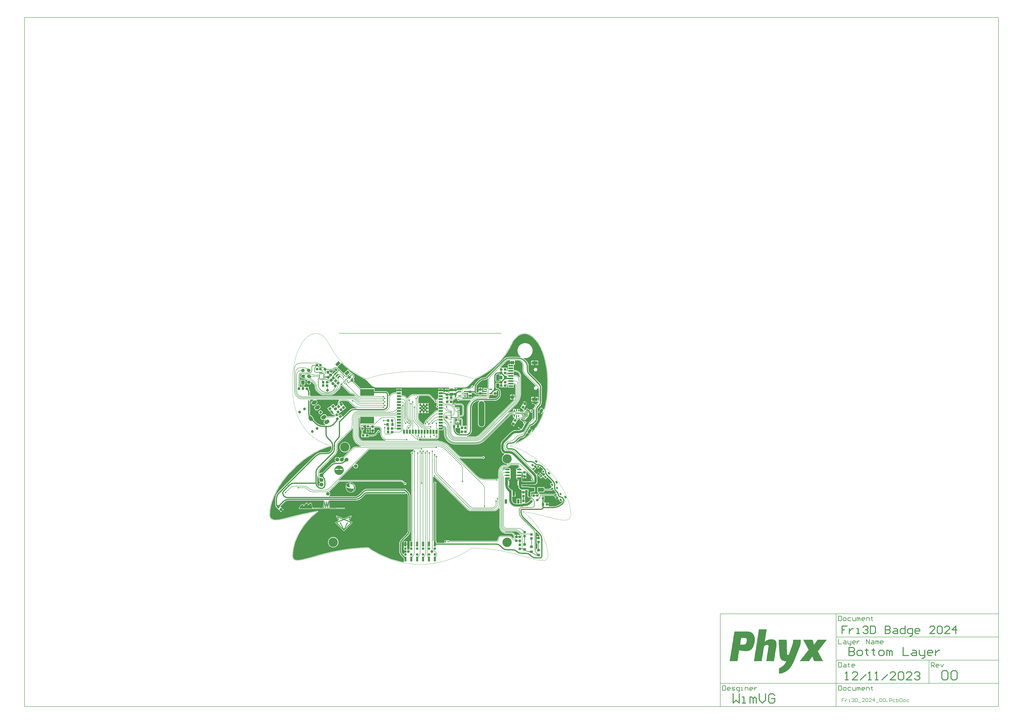
<source format=gbl>
G04*
G04 #@! TF.GenerationSoftware,Altium Limited,Altium Designer,23.10.1 (27)*
G04*
G04 Layer_Physical_Order=2*
G04 Layer_Color=3381759*
%FSLAX25Y25*%
%MOIN*%
G70*
G04*
G04 #@! TF.SameCoordinates,664102A9-8D34-4006-9C4C-70EFF305EB16*
G04*
G04*
G04 #@! TF.FilePolarity,Positive*
G04*
G01*
G75*
%ADD10C,0.00394*%
%ADD11C,0.00591*%
%ADD13C,0.00787*%
%ADD14C,0.01575*%
%ADD15C,0.00984*%
%ADD32C,0.04724*%
%ADD43C,0.01968*%
%ADD44C,0.04331*%
%ADD45C,0.02559*%
G04:AMPARAMS|DCode=46|XSize=90.55mil|YSize=62.99mil|CornerRadius=0mil|HoleSize=0mil|Usage=FLASHONLY|Rotation=33.000|XOffset=0mil|YOffset=0mil|HoleType=Round|Shape=Round|*
%AMOVALD46*
21,1,0.02756,0.06299,0.00000,0.00000,33.0*
1,1,0.06299,-0.01156,-0.00751*
1,1,0.06299,0.01156,0.00751*
%
%ADD46OVALD46*%

G04:AMPARAMS|DCode=47|XSize=90.55mil|YSize=62.99mil|CornerRadius=0mil|HoleSize=0mil|Usage=FLASHONLY|Rotation=303.000|XOffset=0mil|YOffset=0mil|HoleType=Round|Shape=Round|*
%AMOVALD47*
21,1,0.02756,0.06299,0.00000,0.00000,303.0*
1,1,0.06299,-0.00751,0.01156*
1,1,0.06299,0.00751,-0.01156*
%
%ADD47OVALD47*%

%ADD48C,0.05906*%
%ADD49C,0.06693*%
%ADD50O,0.09843X0.43307*%
%ADD51C,0.03543*%
%ADD52R,0.05906X0.05906*%
%ADD53C,0.02362*%
%ADD54C,0.03937*%
%ADD55C,0.00984*%
%ADD56R,0.06890X0.03543*%
%ADD57R,0.03543X0.06890*%
%ADD58R,0.03543X0.03543*%
%ADD59R,0.03543X0.07874*%
%ADD60R,0.04331X0.03937*%
G04:AMPARAMS|DCode=61|XSize=39.37mil|YSize=43.31mil|CornerRadius=0mil|HoleSize=0mil|Usage=FLASHONLY|Rotation=45.000|XOffset=0mil|YOffset=0mil|HoleType=Round|Shape=Rectangle|*
%AMROTATEDRECTD61*
4,1,4,0.00139,-0.02923,-0.02923,0.00139,-0.00139,0.02923,0.02923,-0.00139,0.00139,-0.02923,0.0*
%
%ADD61ROTATEDRECTD61*%

G04:AMPARAMS|DCode=62|XSize=11.81mil|YSize=57.09mil|CornerRadius=0mil|HoleSize=0mil|Usage=FLASHONLY|Rotation=240.000|XOffset=0mil|YOffset=0mil|HoleType=Round|Shape=Rectangle|*
%AMROTATEDRECTD62*
4,1,4,-0.02177,0.01939,0.02767,-0.00916,0.02177,-0.01939,-0.02767,0.00916,-0.02177,0.01939,0.0*
%
%ADD62ROTATEDRECTD62*%

G04:AMPARAMS|DCode=63|XSize=70.87mil|YSize=57.09mil|CornerRadius=0mil|HoleSize=0mil|Usage=FLASHONLY|Rotation=240.000|XOffset=0mil|YOffset=0mil|HoleType=Round|Shape=Rectangle|*
%AMROTATEDRECTD63*
4,1,4,-0.00700,0.04496,0.04244,0.01641,0.00700,-0.04496,-0.04244,-0.01641,-0.00700,0.04496,0.0*
%
%ADD63ROTATEDRECTD63*%

G04:AMPARAMS|DCode=64|XSize=70.87mil|YSize=47.24mil|CornerRadius=0mil|HoleSize=0mil|Usage=FLASHONLY|Rotation=240.000|XOffset=0mil|YOffset=0mil|HoleType=Round|Shape=Rectangle|*
%AMROTATEDRECTD64*
4,1,4,-0.00274,0.04250,0.03817,0.01888,0.00274,-0.04250,-0.03817,-0.01888,-0.00274,0.04250,0.0*
%
%ADD64ROTATEDRECTD64*%

%ADD65R,0.05906X0.05118*%
%ADD66R,0.05118X0.05906*%
%ADD67R,0.07874X0.02756*%
%ADD68R,0.05512X0.06299*%
%ADD69R,0.06299X0.05512*%
%ADD70R,0.09449X0.05512*%
%ADD71R,0.02638X0.01181*%
%ADD72R,0.03937X0.04331*%
G04:AMPARAMS|DCode=73|XSize=39.37mil|YSize=43.31mil|CornerRadius=0mil|HoleSize=0mil|Usage=FLASHONLY|Rotation=306.000|XOffset=0mil|YOffset=0mil|HoleType=Round|Shape=Rectangle|*
%AMROTATEDRECTD73*
4,1,4,-0.02909,0.00320,0.00595,0.02865,0.02909,-0.00320,-0.00595,-0.02865,-0.02909,0.00320,0.0*
%
%ADD73ROTATEDRECTD73*%

G04:AMPARAMS|DCode=74|XSize=33.47mil|YSize=39.37mil|CornerRadius=0mil|HoleSize=0mil|Usage=FLASHONLY|Rotation=36.000|XOffset=0mil|YOffset=0mil|HoleType=Round|Shape=Rectangle|*
%AMROTATEDRECTD74*
4,1,4,-0.00197,-0.02576,-0.02511,0.00609,0.00197,0.02576,0.02511,-0.00609,-0.00197,-0.02576,0.0*
%
%ADD74ROTATEDRECTD74*%

G04:AMPARAMS|DCode=75|XSize=33.47mil|YSize=39.37mil|CornerRadius=0mil|HoleSize=0mil|Usage=FLASHONLY|Rotation=36.000|XOffset=0mil|YOffset=0mil|HoleType=Round|Shape=Rectangle|*
%AMROTATEDRECTD75*
4,1,4,-0.00197,-0.02576,-0.02511,0.00609,0.00197,0.02576,0.02511,-0.00609,-0.00197,-0.02576,0.0*
%
%ADD75ROTATEDRECTD75*%

G04:AMPARAMS|DCode=76|XSize=39.37mil|YSize=43.31mil|CornerRadius=0mil|HoleSize=0mil|Usage=FLASHONLY|Rotation=216.000|XOffset=0mil|YOffset=0mil|HoleType=Round|Shape=Rectangle|*
%AMROTATEDRECTD76*
4,1,4,0.00320,0.02909,0.02865,-0.00595,-0.00320,-0.02909,-0.02865,0.00595,0.00320,0.02909,0.0*
%
%ADD76ROTATEDRECTD76*%

%ADD77R,0.03937X0.01378*%
%ADD78R,0.01968X0.01181*%
%ADD79R,0.02264X0.01378*%
%ADD80R,0.01358X0.02264*%
%ADD81R,0.01378X0.02264*%
%ADD82R,0.04331X0.07480*%
%ADD83R,0.03937X0.09843*%
%ADD84R,0.03937X0.05118*%
G04:AMPARAMS|DCode=85|XSize=15.75mil|YSize=17.72mil|CornerRadius=0mil|HoleSize=0mil|Usage=FLASHONLY|Rotation=45.000|XOffset=0mil|YOffset=0mil|HoleType=Round|Shape=Rectangle|*
%AMROTATEDRECTD85*
4,1,4,0.00070,-0.01183,-0.01183,0.00070,-0.00070,0.01183,0.01183,-0.00070,0.00070,-0.01183,0.0*
%
%ADD85ROTATEDRECTD85*%

G04:AMPARAMS|DCode=86|XSize=15.75mil|YSize=17.72mil|CornerRadius=0mil|HoleSize=0mil|Usage=FLASHONLY|Rotation=135.000|XOffset=0mil|YOffset=0mil|HoleType=Round|Shape=Rectangle|*
%AMROTATEDRECTD86*
4,1,4,0.01183,0.00070,-0.00070,-0.01183,-0.01183,-0.00070,0.00070,0.01183,0.01183,0.00070,0.0*
%
%ADD86ROTATEDRECTD86*%

%ADD87R,0.04528X0.02362*%
%ADD88R,0.23622X0.11811*%
%ADD89R,0.02165X0.03150*%
%ADD90R,0.01968X0.02362*%
G04:AMPARAMS|DCode=91|XSize=23.62mil|YSize=61.02mil|CornerRadius=0mil|HoleSize=0mil|Usage=FLASHONLY|Rotation=315.000|XOffset=0mil|YOffset=0mil|HoleType=Round|Shape=Rectangle|*
%AMROTATEDRECTD91*
4,1,4,-0.02993,-0.01322,0.01322,0.02993,0.02993,0.01322,-0.01322,-0.02993,-0.02993,-0.01322,0.0*
%
%ADD91ROTATEDRECTD91*%

G04:AMPARAMS|DCode=92|XSize=47.24mil|YSize=78.74mil|CornerRadius=0mil|HoleSize=0mil|Usage=FLASHONLY|Rotation=135.000|XOffset=0mil|YOffset=0mil|HoleType=Round|Shape=Rectangle|*
%AMROTATEDRECTD92*
4,1,4,0.04454,0.01114,-0.01114,-0.04454,-0.04454,-0.01114,0.01114,0.04454,0.04454,0.01114,0.0*
%
%ADD92ROTATEDRECTD92*%

%ADD93O,0.07874X0.02362*%
%ADD94R,0.09488X0.12992*%
%ADD95R,0.03937X0.03347*%
%ADD96R,0.03937X0.03347*%
%ADD97R,0.05118X0.03937*%
G04:AMPARAMS|DCode=98|XSize=27.56mil|YSize=43.31mil|CornerRadius=0mil|HoleSize=0mil|Usage=FLASHONLY|Rotation=137.000|XOffset=0mil|YOffset=0mil|HoleType=Round|Shape=Rectangle|*
%AMROTATEDRECTD98*
4,1,4,0.02485,0.00644,-0.00469,-0.02523,-0.02485,-0.00644,0.00469,0.02523,0.02485,0.00644,0.0*
%
%ADD98ROTATEDRECTD98*%

G04:AMPARAMS|DCode=99|XSize=39.37mil|YSize=31.5mil|CornerRadius=0mil|HoleSize=0mil|Usage=FLASHONLY|Rotation=137.000|XOffset=0mil|YOffset=0mil|HoleType=Round|Shape=Rectangle|*
%AMROTATEDRECTD99*
4,1,4,0.02514,-0.00191,0.00366,-0.02494,-0.02514,0.00191,-0.00366,0.02494,0.02514,-0.00191,0.0*
%
%ADD99ROTATEDRECTD99*%

G04:AMPARAMS|DCode=100|XSize=39.37mil|YSize=43.31mil|CornerRadius=0mil|HoleSize=0mil|Usage=FLASHONLY|Rotation=150.000|XOffset=0mil|YOffset=0mil|HoleType=Round|Shape=Rectangle|*
%AMROTATEDRECTD100*
4,1,4,0.02788,0.00891,0.00622,-0.02859,-0.02788,-0.00891,-0.00622,0.02859,0.02788,0.00891,0.0*
%
%ADD100ROTATEDRECTD100*%

G04:AMPARAMS|DCode=101|XSize=39.37mil|YSize=43.31mil|CornerRadius=0mil|HoleSize=0mil|Usage=FLASHONLY|Rotation=315.000|XOffset=0mil|YOffset=0mil|HoleType=Round|Shape=Rectangle|*
%AMROTATEDRECTD101*
4,1,4,-0.02923,-0.00139,0.00139,0.02923,0.02923,0.00139,-0.00139,-0.02923,-0.02923,-0.00139,0.0*
%
%ADD101ROTATEDRECTD101*%

G04:AMPARAMS|DCode=102|XSize=27.56mil|YSize=43.31mil|CornerRadius=0mil|HoleSize=0mil|Usage=FLASHONLY|Rotation=120.000|XOffset=0mil|YOffset=0mil|HoleType=Round|Shape=Rectangle|*
%AMROTATEDRECTD102*
4,1,4,0.02564,-0.00111,-0.01186,-0.02276,-0.02564,0.00111,0.01186,0.02276,0.02564,-0.00111,0.0*
%
%ADD102ROTATEDRECTD102*%

G04:AMPARAMS|DCode=103|XSize=39.37mil|YSize=31.5mil|CornerRadius=0mil|HoleSize=0mil|Usage=FLASHONLY|Rotation=120.000|XOffset=0mil|YOffset=0mil|HoleType=Round|Shape=Rectangle|*
%AMROTATEDRECTD103*
4,1,4,0.02348,-0.00917,-0.00380,-0.02492,-0.02348,0.00917,0.00380,0.02492,0.02348,-0.00917,0.0*
%
%ADD103ROTATEDRECTD103*%

%ADD104R,0.10236X0.06693*%
%ADD105R,0.03347X0.03937*%
%ADD106R,0.03347X0.03937*%
%ADD107C,0.03543*%
%ADD108C,0.15748*%
G36*
X177884Y390807D02*
X179897Y390586D01*
X181875Y390151D01*
X183795Y389506D01*
X184713Y389084D01*
X185790Y388585D01*
X187856Y387415D01*
X189820Y386080D01*
X191667Y384589D01*
X192527Y383770D01*
X192528Y383769D01*
X192529Y383768D01*
X193578Y382773D01*
X195554Y380662D01*
X197398Y378436D01*
X199104Y376102D01*
X199886Y374886D01*
X199887Y374885D01*
X199887Y374884D01*
X200835Y373417D01*
X202592Y370399D01*
X204207Y367303D01*
X205677Y364135D01*
X206338Y362519D01*
X206339Y362519D01*
X206339Y362518D01*
X207126Y360602D01*
X208554Y356716D01*
X209835Y352777D01*
X210966Y348793D01*
X211456Y346782D01*
X211456Y346781D01*
X211456Y346781D01*
X212030Y344437D01*
X213025Y339714D01*
X213868Y334962D01*
X214558Y330185D01*
X214825Y327786D01*
X214825Y327786D01*
X214825Y327786D01*
X215134Y325030D01*
X215595Y319502D01*
X215899Y313964D01*
X216044Y308419D01*
X216038Y305646D01*
X216039Y305640D01*
X216038Y305634D01*
X216061Y303259D01*
X215967Y298509D01*
X215734Y293764D01*
X215360Y289028D01*
X214848Y284306D01*
X214197Y279599D01*
X213408Y274915D01*
X212482Y270256D01*
X211951Y267944D01*
X211498Y266034D01*
X210758Y263334D01*
X210029Y263035D01*
X208379Y263988D01*
X206107Y260053D01*
X204344Y257000D01*
X205944Y256070D01*
X205791Y256136D01*
X205640Y256158D01*
X205489Y256136D01*
X205339Y256069D01*
X205189Y255959D01*
X205041Y255804D01*
X204893Y255605D01*
X204849Y255533D01*
X206314Y254687D01*
X208375Y258257D01*
X209094Y257927D01*
X207990Y254769D01*
X207278Y252936D01*
X206640Y251295D01*
X205244Y248063D01*
X203731Y244883D01*
X202102Y241762D01*
X201231Y240232D01*
X201231Y240231D01*
X201230Y240230D01*
X200475Y238896D01*
X198865Y236287D01*
X197159Y233739D01*
X195358Y231257D01*
X193466Y228844D01*
X191484Y226504D01*
X190035Y224917D01*
X189396Y225385D01*
X190897Y227984D01*
X189419Y228837D01*
X189305Y228629D01*
X189222Y228436D01*
X189173Y228260D01*
X189156Y228103D01*
X189173Y227963D01*
X189224Y227841D01*
X189307Y227737D01*
X189424Y227652D01*
X187906Y228528D01*
X186146Y225480D01*
X183875Y221546D01*
X185066Y220858D01*
X185155Y220076D01*
X184344Y219321D01*
X180521Y216178D01*
X176511Y213279D01*
X172330Y210632D01*
X167993Y208249D01*
X163518Y206138D01*
X162832Y205865D01*
X162419Y206548D01*
X163195Y207211D01*
X163206Y207218D01*
X169295Y213307D01*
X169337Y213369D01*
X170146Y213991D01*
X171158Y214410D01*
X172170Y214543D01*
X172244Y214528D01*
X172294Y214538D01*
X173604Y214667D01*
X174911Y215064D01*
X176116Y215708D01*
X177133Y216543D01*
X177175Y216571D01*
X177175D01*
X177175Y216571D01*
X178022Y217417D01*
X178168Y217636D01*
X178341Y217833D01*
X181332Y223014D01*
X183009Y222046D01*
X185280Y225980D01*
X187040Y229028D01*
X186371Y229415D01*
X186509Y229357D01*
X186657Y229336D01*
X186815Y229353D01*
X186983Y229408D01*
X187160Y229501D01*
X187348Y229630D01*
X187425Y229696D01*
X187552Y229915D01*
X185875Y230883D01*
X188051Y234652D01*
X188306Y234907D01*
X188733Y235087D01*
X189006Y235194D01*
X190359Y235372D01*
X191647Y235906D01*
X192753Y236755D01*
X192748Y236760D01*
X197290Y241302D01*
X197292Y241301D01*
X198327Y242563D01*
X199096Y244002D01*
X199569Y245563D01*
X199729Y247187D01*
X199728D01*
Y262723D01*
X199709Y262819D01*
X199868Y264031D01*
X200373Y265249D01*
X201117Y266219D01*
X201199Y266273D01*
X203215Y268290D01*
X203222Y268301D01*
X204437Y269723D01*
X205421Y271330D01*
X206142Y273070D01*
X206582Y274902D01*
X206729Y276767D01*
X206732Y276780D01*
Y299008D01*
X206729Y299020D01*
X206582Y300886D01*
X206142Y302717D01*
X205421Y304458D01*
X204437Y306064D01*
X203222Y307487D01*
X203215Y307498D01*
X186435Y324278D01*
X186354Y324331D01*
X185393Y325503D01*
X184634Y326923D01*
X184167Y328464D01*
X184018Y329972D01*
X184037Y330067D01*
Y336546D01*
X184033Y336564D01*
X183889Y338394D01*
X183457Y340196D01*
X182747Y341908D01*
X181779Y343489D01*
X180587Y344884D01*
X180577Y344899D01*
X179525Y345951D01*
X178969Y346509D01*
X178969Y346509D01*
X178392Y347015D01*
X177156Y348098D01*
X175376Y349288D01*
X175670Y350038D01*
X177110Y349810D01*
X179124D01*
X181113Y350125D01*
X183028Y350748D01*
X184823Y351662D01*
X186452Y352846D01*
X187876Y354270D01*
X189060Y355899D01*
X189974Y357694D01*
X190597Y359609D01*
X190912Y361599D01*
Y363613D01*
X190597Y365602D01*
X189974Y367517D01*
X189060Y369312D01*
X187876Y370941D01*
X186452Y372365D01*
X184823Y373549D01*
X183028Y374463D01*
X181113Y375086D01*
X179124Y375401D01*
X177110D01*
X175120Y375086D01*
X173205Y374463D01*
X171410Y373549D01*
X169781Y372365D01*
X168357Y370941D01*
X167173Y369312D01*
X166259Y367517D01*
X165636Y365602D01*
X165321Y363613D01*
Y361599D01*
X165636Y359609D01*
X166259Y357694D01*
X167173Y355899D01*
X168357Y354270D01*
X169781Y352846D01*
X170534Y352299D01*
X170545Y352115D01*
X169795Y351461D01*
X168339Y351750D01*
X165933Y351908D01*
Y351907D01*
X150719D01*
X150717Y351907D01*
X148769Y351754D01*
X146867Y351297D01*
X145060Y350549D01*
X143393Y349527D01*
X141906Y348257D01*
X141905Y348257D01*
X111369Y317720D01*
X111343Y317681D01*
X110730Y317211D01*
X109974Y316898D01*
X109438Y316827D01*
X108683Y316854D01*
X108372Y316867D01*
Y316867D01*
X108360Y316865D01*
X106494Y316718D01*
X104663Y316278D01*
X102922Y315557D01*
X101316Y314573D01*
X99893Y313358D01*
X99882Y313351D01*
X95014Y308482D01*
X95006Y308471D01*
X93791Y307048D01*
X92807Y305442D01*
X92086Y303702D01*
X91723Y302188D01*
X90899Y302132D01*
X90666Y302696D01*
X90056Y303305D01*
X89261Y303635D01*
X88399D01*
X87603Y303305D01*
X86994Y302696D01*
X86664Y301900D01*
Y301149D01*
X86336Y300821D01*
X86335Y300819D01*
X86334Y300818D01*
X86333Y300817D01*
X86310Y300783D01*
X85168Y299846D01*
X83824Y299128D01*
X82367Y298686D01*
X80893Y298540D01*
X80851Y298549D01*
X74803D01*
Y298564D01*
X73582Y298403D01*
X72444Y297932D01*
X71466Y297182D01*
X70716Y296204D01*
X70332Y295276D01*
X63976D01*
Y295276D01*
X63795Y295202D01*
X63298Y295536D01*
X63252Y295532D01*
X62955Y295482D01*
X62698Y295413D01*
X62480Y295325D01*
X62302Y295217D01*
X62163Y295089D01*
X62064Y294941D01*
X62004Y294774D01*
X61984Y294587D01*
X61996Y297822D01*
X62015Y297769D01*
X62074Y297721D01*
X62173Y297678D01*
X62310Y297641D01*
X62488Y297610D01*
X62704Y297585D01*
X63007Y297566D01*
Y298834D01*
X60539D01*
Y296868D01*
X60577Y296903D01*
X61273Y296207D01*
X61234Y296164D01*
X61197Y296115D01*
X61164Y296062D01*
X61134Y296005D01*
X61106Y295942D01*
X61082Y295875D01*
X61061Y295802D01*
X61044Y295725D01*
X61023Y295592D01*
X61037Y295577D01*
X61020Y295575D01*
X61017Y295557D01*
X61001Y295572D01*
X60951Y295566D01*
X60792Y295533D01*
X60720Y295512D01*
X60652Y295488D01*
X60590Y295461D01*
X60532Y295430D01*
X60479Y295397D01*
X60431Y295360D01*
X60387Y295321D01*
X60039Y295669D01*
X59539D01*
Y298834D01*
X57102D01*
Y299622D01*
X57784Y299876D01*
X73370D01*
Y299860D01*
X75465Y300025D01*
X77508Y300516D01*
X79450Y301320D01*
X81242Y302418D01*
X82840Y303783D01*
X82828Y303794D01*
X92689Y313655D01*
X92914Y313991D01*
X94753Y314814D01*
X94766Y314824D01*
X94782Y314828D01*
X99860Y317296D01*
X99877Y317309D01*
X99898Y317316D01*
X104866Y319998D01*
X104883Y320012D01*
X104903Y320019D01*
X109752Y322910D01*
X109768Y322924D01*
X109789Y322932D01*
X114511Y326027D01*
X114526Y326042D01*
X114546Y326051D01*
X119132Y329344D01*
X119147Y329360D01*
X119166Y329369D01*
X123608Y332854D01*
X123623Y332871D01*
X123641Y332881D01*
X127931Y336551D01*
X127941Y336564D01*
X127955Y336573D01*
X130041Y338475D01*
X130048Y338485D01*
X130058Y338492D01*
X132025Y340375D01*
X132035Y340389D01*
X132049Y340399D01*
X135849Y344298D01*
X135862Y344317D01*
X135881Y344332D01*
X139498Y348401D01*
X139510Y348421D01*
X139528Y348436D01*
X142953Y352667D01*
X142964Y352688D01*
X142982Y352704D01*
X146209Y357089D01*
X146219Y357110D01*
X146235Y357126D01*
X149258Y361655D01*
X149267Y361677D01*
X149282Y361694D01*
X152093Y366356D01*
X152101Y366378D01*
X152116Y366396D01*
X154709Y371184D01*
X154714Y371200D01*
X154725Y371214D01*
X155938Y373651D01*
X155948Y373685D01*
X155967Y373715D01*
X156462Y374908D01*
X157642Y377206D01*
X159006Y379400D01*
X160544Y381476D01*
X162247Y383419D01*
X164103Y385216D01*
X166099Y386856D01*
X168223Y388328D01*
X169318Y388961D01*
X170173Y389397D01*
X172023Y390084D01*
X173939Y390554D01*
X175897Y390800D01*
X176877Y390810D01*
X177884Y390807D01*
D02*
G37*
G36*
X166897Y345986D02*
X168531Y345490D01*
X170037Y344685D01*
X171358Y343602D01*
X172441Y342281D01*
X173246Y340775D01*
X173742Y339141D01*
X173904Y337498D01*
X173892Y337441D01*
Y329929D01*
X173882D01*
X174022Y328160D01*
X174436Y326433D01*
X175116Y324793D01*
X176043Y323279D01*
X177196Y321929D01*
X177203Y321936D01*
X196366Y302774D01*
X196040Y301986D01*
X195637D01*
X194886Y301785D01*
X194213Y301396D01*
X193663Y300846D01*
X193274Y300173D01*
X193073Y299422D01*
Y298645D01*
X193274Y297894D01*
X193663Y297220D01*
X194213Y296671D01*
X194886Y296282D01*
X195637Y296081D01*
X196414D01*
X197166Y296282D01*
X197839Y296671D01*
X198389Y297220D01*
X198777Y297894D01*
X198978Y298645D01*
Y298930D01*
X199766Y299212D01*
X200000Y298927D01*
X200805Y297420D01*
X201301Y295786D01*
X201463Y294143D01*
X201451Y294086D01*
Y279733D01*
X201463Y279676D01*
X201301Y278033D01*
X200971Y276944D01*
X200248Y277024D01*
X200248Y277024D01*
X200247Y277024D01*
Y277024D01*
X200175Y277035D01*
X200175Y277062D01*
Y279636D01*
X194951D01*
Y276380D01*
X199853D01*
X199853Y276380D01*
X199945Y276325D01*
X199945D01*
X200431Y275698D01*
X200000Y274892D01*
X198953Y273617D01*
X198905Y273584D01*
X196888Y271568D01*
X196881Y271575D01*
X196338Y270939D01*
X194127Y272216D01*
X193650Y271390D01*
X195742Y270169D01*
X192120Y263932D01*
X190600Y263760D01*
X192488Y262670D01*
X192790Y263192D01*
X193577Y262981D01*
Y250815D01*
X193590Y250750D01*
X193414Y249408D01*
X192870Y248096D01*
X192046Y247023D01*
X191991Y246986D01*
X191299Y246294D01*
X190631Y246740D01*
X190757Y247044D01*
Y247109D01*
X190794Y247164D01*
X191178Y249096D01*
X191165Y249160D01*
X191190Y249220D01*
Y250205D01*
Y256850D01*
X191142Y256967D01*
Y257094D01*
X191022Y257384D01*
X190932Y257473D01*
X190883Y257591D01*
X190822Y257653D01*
X190696Y258403D01*
X190705Y258550D01*
X190758Y258676D01*
X191125Y259312D01*
X191243Y260205D01*
X191010Y261075D01*
X190461Y261790D01*
X189681Y262240D01*
X189039Y262325D01*
X188546Y263046D01*
X188698Y263310D01*
X187718Y262879D01*
X186550Y261602D01*
X181612Y264438D01*
X181616Y264555D01*
X180805Y265024D01*
X180801Y265017D01*
X180787Y265025D01*
X180636Y264762D01*
X180242Y264080D01*
Y264080D01*
X179865Y263396D01*
X178852Y261641D01*
X178501Y261479D01*
X178061Y261467D01*
X177877Y261528D01*
X177113Y262460D01*
X176393Y263807D01*
X176326Y264029D01*
X178436Y267684D01*
X178843Y268358D01*
X179044Y268707D01*
X180176Y270666D01*
X177605Y272150D01*
X175034Y273635D01*
X173903Y271675D01*
X173701Y271326D01*
X173325Y270642D01*
X170376Y265536D01*
X173695Y263620D01*
X173705Y263576D01*
X174329Y262069D01*
X175181Y260679D01*
X176108Y259593D01*
X175899Y259047D01*
X175726Y258850D01*
X175712Y258851D01*
X175664Y258861D01*
X169365D01*
Y260596D01*
X167282D01*
Y261096D01*
X166782D01*
Y262659D01*
X166298D01*
X166392Y262668D01*
X166475Y262698D01*
X166549Y262747D01*
X166613Y262816D01*
X166667Y262905D01*
X166712Y263013D01*
X166746Y263141D01*
X166751Y263168D01*
X166737Y263228D01*
X166707Y263325D01*
X166670Y263416D01*
X166626Y263501D01*
X166576Y263581D01*
X166519Y263655D01*
X166505Y263671D01*
X164320D01*
X164305Y263655D01*
X164249Y263581D01*
X164198Y263501D01*
X164155Y263416D01*
X164118Y263325D01*
X164088Y263228D01*
X164074Y263168D01*
X164079Y263141D01*
X164113Y263013D01*
X164157Y262905D01*
X164212Y262816D01*
X164276Y262747D01*
X164349Y262698D01*
X164433Y262668D01*
X164527Y262659D01*
X164042D01*
Y261096D01*
X163042D01*
Y262659D01*
X162558D01*
X162652Y262668D01*
X162735Y262698D01*
X162809Y262747D01*
X162873Y262816D01*
X162927Y262905D01*
X162971Y263013D01*
X163006Y263141D01*
X163010Y263168D01*
X162997Y263228D01*
X162967Y263325D01*
X162930Y263416D01*
X162886Y263501D01*
X162836Y263581D01*
X162779Y263655D01*
X162765Y263671D01*
X161460D01*
Y263655D01*
X157735D01*
Y260027D01*
X157692Y259699D01*
X157478Y259431D01*
X157261Y259170D01*
X156649Y258868D01*
X156649Y258868D01*
X154821Y258724D01*
X153038Y258296D01*
X151343Y257594D01*
X150217Y256904D01*
X149726Y257527D01*
X163053Y270854D01*
X163081Y270854D01*
X163081Y270854D01*
X163081Y270854D01*
X165204Y273230D01*
X167048Y275828D01*
X168589Y278617D01*
X169808Y281561D01*
X170691Y284623D01*
X171224Y287764D01*
X171403Y290945D01*
X171383D01*
Y318898D01*
X171391D01*
X171261Y320553D01*
X170873Y322168D01*
X170238Y323702D01*
X169370Y325117D01*
X168292Y326380D01*
X167029Y327458D01*
X165613Y328326D01*
X164079Y328961D01*
X162464Y329349D01*
X160809Y329479D01*
Y329472D01*
X158821D01*
Y330529D01*
X158821D01*
Y334466D01*
X158821D01*
Y338585D01*
X160805D01*
Y341841D01*
X156656D01*
X153518D01*
Y340372D01*
X153498Y340559D01*
X153439Y340726D01*
X153341Y340874D01*
X153203Y341002D01*
X153026Y341110D01*
X152809Y341199D01*
X152553Y341268D01*
X152506Y341276D01*
Y339191D01*
X148978D01*
Y334860D01*
X148978D01*
Y330315D01*
X148647Y329877D01*
X148191Y329644D01*
X147441Y329872D01*
Y333661D01*
X141142D01*
Y333661D01*
X140748Y333661D01*
Y333661D01*
X136707D01*
X136405Y334389D01*
X145606Y343589D01*
X145639Y343638D01*
X146915Y344685D01*
X148421Y345490D01*
X150055Y345986D01*
X151698Y346148D01*
X151755Y346136D01*
X152506Y346096D01*
Y343405D01*
X152553Y343413D01*
X152809Y343482D01*
X153026Y343571D01*
X153203Y343679D01*
X153341Y343807D01*
X153439Y343955D01*
X153498Y344122D01*
X153518Y344309D01*
Y342841D01*
X156656D01*
X160805D01*
Y346096D01*
X161576Y346136D01*
X165197D01*
X165254Y346148D01*
X166897Y345986D01*
D02*
G37*
G36*
X-171313Y340437D02*
X-171083Y340239D01*
X-170984Y340168D01*
X-170895Y340115D01*
X-170817Y340082D01*
X-170749Y340067D01*
X-170692Y340071D01*
X-170645Y340093D01*
X-170609Y340134D01*
X-171236Y339114D01*
X-171212Y339167D01*
X-171203Y339228D01*
X-171209Y339295D01*
X-171230Y339368D01*
X-171266Y339448D01*
X-171316Y339535D01*
X-171381Y339629D01*
X-171461Y339729D01*
X-171665Y339949D01*
X-171444Y340563D01*
X-171313Y340437D01*
D02*
G37*
G36*
X-177142Y337071D02*
X-177117Y337141D01*
X-177088Y337281D01*
X-177082Y337404D01*
X-177100Y337512D01*
X-177142Y337605D01*
X-176028Y335851D01*
X-176091Y335922D01*
X-176167Y335961D01*
X-176256Y335966D01*
X-176358Y335938D01*
X-176473Y335877D01*
X-176602Y335782D01*
X-176743Y335654D01*
X-176898Y335493D01*
X-177066Y335298D01*
X-177247Y335070D01*
X-177795Y335979D01*
X-177623Y336212D01*
X-177349Y336631D01*
X-177248Y336816D01*
X-177171Y336987D01*
X-177147Y337056D01*
X-177152Y337101D01*
X-177181Y337185D01*
X-177231Y337259D01*
X-177301Y337322D01*
X-177391Y337377D01*
X-177500Y337421D01*
X-177630Y337455D01*
X-177779Y337480D01*
X-177949Y337495D01*
X-178138Y337500D01*
Y338484D01*
X-177949Y338489D01*
X-177779Y338504D01*
X-177630Y338528D01*
X-177500Y338563D01*
X-177391Y338607D01*
X-177301Y338661D01*
X-177231Y338725D01*
X-177181Y338799D01*
X-177152Y338883D01*
X-177142Y338976D01*
Y337071D01*
D02*
G37*
G36*
X-173298Y337343D02*
X-173318Y337246D01*
X-173312Y337138D01*
X-173280Y337017D01*
X-173222Y336884D01*
X-173138Y336739D01*
X-173029Y336581D01*
X-172893Y336411D01*
X-172545Y336035D01*
X-173044Y335142D01*
X-173256Y335347D01*
X-173631Y335668D01*
X-173794Y335783D01*
X-173941Y335869D01*
X-174072Y335925D01*
X-174187Y335951D01*
X-174286Y335947D01*
X-174369Y335914D01*
X-174436Y335851D01*
X-173253Y337427D01*
X-173298Y337343D01*
D02*
G37*
G36*
X-162639Y333510D02*
X-162449Y333351D01*
X-162364Y333294D01*
X-162286Y333252D01*
X-162215Y333224D01*
X-162152Y333212D01*
X-162095Y333214D01*
X-162045Y333231D01*
X-162002Y333263D01*
X-163093Y332172D01*
X-163061Y332215D01*
X-163043Y332265D01*
X-163041Y332322D01*
X-163054Y332386D01*
X-163081Y332457D01*
X-163123Y332535D01*
X-163180Y332620D01*
X-163252Y332711D01*
X-163339Y332810D01*
X-163441Y332915D01*
X-162745Y333611D01*
X-162639Y333510D01*
D02*
G37*
G36*
X-171236Y330708D02*
X-171242Y330764D01*
X-171260Y330815D01*
X-171290Y330859D01*
X-171332Y330897D01*
X-171386Y330930D01*
X-171452Y330956D01*
X-171531Y330977D01*
X-171621Y330992D01*
X-171724Y331001D01*
X-171838Y331004D01*
Y331594D01*
X-171724Y331597D01*
X-171621Y331606D01*
X-171531Y331621D01*
X-171452Y331641D01*
X-171386Y331668D01*
X-171332Y331700D01*
X-171290Y331739D01*
X-171260Y331783D01*
X-171242Y331833D01*
X-171236Y331889D01*
Y330708D01*
D02*
G37*
G36*
X-173247Y331833D02*
X-173229Y331783D01*
X-173198Y331739D01*
X-173156Y331700D01*
X-173102Y331668D01*
X-173036Y331641D01*
X-172957Y331621D01*
X-172867Y331606D01*
X-172765Y331597D01*
X-172650Y331594D01*
Y331004D01*
X-172765Y331001D01*
X-172867Y330992D01*
X-172957Y330977D01*
X-173036Y330956D01*
X-173102Y330930D01*
X-173156Y330897D01*
X-173198Y330859D01*
X-173229Y330815D01*
X-173247Y330764D01*
X-173253Y330708D01*
Y331889D01*
X-173247Y331833D01*
D02*
G37*
G36*
X-142879Y332105D02*
X-142086Y331777D01*
X-141422Y331268D01*
X-141410Y331249D01*
X-139905Y329744D01*
X-141524Y328124D01*
X-142089Y327587D01*
X-143184Y328682D01*
X-143240Y328662D01*
X-143331Y328621D01*
X-143420Y328572D01*
X-143509Y328515D01*
X-143549Y328485D01*
X-143631Y328371D01*
X-143698Y328255D01*
X-143744Y328146D01*
X-143769Y328045D01*
X-143773Y327950D01*
X-143756Y327863D01*
X-143718Y327782D01*
X-143659Y327709D01*
X-144001Y328052D01*
X-146142Y325911D01*
X-146496Y326265D01*
X-146849Y325911D01*
X-148391Y327453D01*
X-150902Y324942D01*
X-151614Y324760D01*
X-152106Y325252D01*
X-152333Y325945D01*
X-152333Y325945D01*
X-152333Y325945D01*
X-154218Y327830D01*
X-156317Y325731D01*
X-157024Y326438D01*
X-154925Y328537D01*
X-154972Y328584D01*
X-154671Y329311D01*
X-149753D01*
Y329302D01*
X-148587Y329455D01*
X-147500Y329906D01*
X-146948Y330329D01*
X-146567Y330622D01*
Y330622D01*
X-146394Y330813D01*
X-145891Y331380D01*
X-145374Y331777D01*
X-144581Y332105D01*
X-143730Y332218D01*
X-142879Y332105D01*
D02*
G37*
G36*
X-159602Y331701D02*
X-159547Y331618D01*
X-159466Y331546D01*
X-159358Y331483D01*
X-159223Y331430D01*
X-159061Y331386D01*
X-158872Y331352D01*
X-158657Y331328D01*
X-158144Y331309D01*
X-157866Y330325D01*
X-158160Y330320D01*
X-158652Y330281D01*
X-158849Y330247D01*
X-159014Y330204D01*
X-159146Y330151D01*
X-159246Y330088D01*
X-159313Y330015D01*
X-159348Y329933D01*
X-159351Y329841D01*
X-159629Y331793D01*
X-159602Y331701D01*
D02*
G37*
G36*
X-192084Y332188D02*
X-191890Y332111D01*
X-191659Y332045D01*
X-191392Y331988D01*
X-191087Y331941D01*
X-190368Y331875D01*
X-189501Y331849D01*
X-189012Y331850D01*
X-191929Y328921D01*
X-191933Y329390D01*
X-191987Y330210D01*
X-192038Y330561D01*
X-192104Y330873D01*
X-192185Y331146D01*
X-192282Y331379D01*
X-192394Y331574D01*
X-192522Y331729D01*
X-192665Y331845D01*
X-192241Y332273D01*
X-192084Y332188D01*
D02*
G37*
G36*
X-167370Y330125D02*
X-167379Y330064D01*
X-167373Y329997D01*
X-167352Y329924D01*
X-167316Y329844D01*
X-167266Y329757D01*
X-167201Y329663D01*
X-167121Y329563D01*
X-166917Y329343D01*
X-167138Y328729D01*
X-167269Y328855D01*
X-167499Y329053D01*
X-167598Y329124D01*
X-167687Y329176D01*
X-167765Y329210D01*
X-167833Y329225D01*
X-167890Y329221D01*
X-167937Y329199D01*
X-167973Y329158D01*
X-167347Y330178D01*
X-167370Y330125D01*
D02*
G37*
G36*
X146384Y329474D02*
X146358Y329431D01*
X146354Y329384D01*
X146375Y329334D01*
X146418Y329280D01*
X146485Y329222D01*
X146574Y329161D01*
X146687Y329097D01*
X146824Y329029D01*
X146983Y328957D01*
X146558Y328495D01*
X146357Y328578D01*
X145844Y328753D01*
X145704Y328786D01*
X145578Y328807D01*
X145468Y328815D01*
X145372Y328810D01*
X145292Y328793D01*
X145227Y328764D01*
X146433Y329514D01*
X146384Y329474D01*
D02*
G37*
G36*
X-201824Y328117D02*
X-201856Y328209D01*
X-201898Y328292D01*
X-201950Y328364D01*
X-202012Y328428D01*
X-202084Y328481D01*
X-202167Y328525D01*
X-202259Y328559D01*
X-202362Y328583D01*
X-202475Y328597D01*
X-202598Y328602D01*
Y329193D01*
X-202475Y329198D01*
X-202362Y329212D01*
X-202259Y329237D01*
X-202167Y329271D01*
X-202084Y329314D01*
X-202012Y329368D01*
X-201950Y329431D01*
X-201898Y329504D01*
X-201856Y329586D01*
X-201824Y329679D01*
Y328117D01*
D02*
G37*
G36*
X138489Y328754D02*
X138406Y328724D01*
X138332Y328674D01*
X138268Y328604D01*
X138214Y328515D01*
X138170Y328405D01*
X138135Y328276D01*
X138111Y328126D01*
X138096Y327957D01*
X138091Y327768D01*
X137107D01*
X137102Y327957D01*
X137087Y328126D01*
X137062Y328276D01*
X137028Y328405D01*
X136984Y328515D01*
X136930Y328604D01*
X136865Y328674D01*
X136792Y328724D01*
X136708Y328754D01*
X136615Y328764D01*
X138583D01*
X138489Y328754D01*
D02*
G37*
G36*
X149975Y327735D02*
X149970Y327761D01*
X149958Y327784D01*
X149936Y327805D01*
X149906Y327823D01*
X149867Y327838D01*
X149819Y327850D01*
X149763Y327860D01*
X149698Y327866D01*
X149543Y327872D01*
Y328463D01*
X149625Y328464D01*
X149763Y328475D01*
X149819Y328484D01*
X149867Y328497D01*
X149906Y328512D01*
X149936Y328530D01*
X149958Y328550D01*
X149970Y328573D01*
X149975Y328599D01*
Y327735D01*
D02*
G37*
G36*
X157819Y328702D02*
X157837Y328651D01*
X157867Y328607D01*
X157909Y328569D01*
X157963Y328536D01*
X158030Y328510D01*
X158108Y328489D01*
X158198Y328474D01*
X158301Y328465D01*
X158415Y328463D01*
Y327872D01*
X158301Y327869D01*
X158198Y327860D01*
X158108Y327845D01*
X158030Y327825D01*
X157963Y327798D01*
X157909Y327766D01*
X157867Y327727D01*
X157837Y327683D01*
X157819Y327633D01*
X157813Y327577D01*
Y328758D01*
X157819Y328702D01*
D02*
G37*
G36*
X-160427Y328764D02*
X-160519Y328762D01*
X-160601Y328727D01*
X-160674Y328660D01*
X-160737Y328560D01*
X-160790Y328428D01*
X-160834Y328263D01*
X-160868Y328066D01*
X-160892Y327836D01*
X-160911Y327279D01*
X-161895Y327558D01*
X-161900Y327828D01*
X-161939Y328286D01*
X-161973Y328475D01*
X-162016Y328637D01*
X-162069Y328772D01*
X-162132Y328880D01*
X-162205Y328961D01*
X-162287Y329015D01*
X-162379Y329043D01*
X-160427Y328764D01*
D02*
G37*
G36*
X-140682Y326141D02*
X-140812Y326004D01*
X-140921Y325874D01*
X-141009Y325752D01*
X-141077Y325636D01*
X-141123Y325527D01*
X-141148Y325425D01*
X-141152Y325331D01*
X-141135Y325243D01*
X-141097Y325163D01*
X-141039Y325089D01*
X-142389Y326456D01*
X-142323Y326404D01*
X-142248Y326371D01*
X-142166Y326358D01*
X-142076Y326366D01*
X-141979Y326394D01*
X-141874Y326442D01*
X-141762Y326511D01*
X-141641Y326599D01*
X-141514Y326708D01*
X-141378Y326837D01*
X-140682Y326141D01*
D02*
G37*
G36*
X-166929Y325492D02*
X-167097Y325482D01*
X-167248Y325453D01*
X-167381Y325403D01*
X-167496Y325335D01*
X-167593Y325246D01*
X-167673Y325138D01*
X-167735Y325010D01*
X-167774Y324879D01*
X-167769Y324841D01*
X-167748Y324752D01*
X-167724Y324683D01*
X-167696Y324634D01*
X-167665Y324605D01*
X-167630Y324595D01*
X-167811D01*
X-167815Y324508D01*
X-168799D01*
X-168804Y324595D01*
X-168984D01*
X-168949Y324605D01*
X-168917Y324634D01*
X-168889Y324683D01*
X-168866Y324752D01*
X-168845Y324841D01*
X-168841Y324869D01*
X-168887Y325010D01*
X-168956Y325138D01*
X-169045Y325246D01*
X-169153Y325335D01*
X-169281Y325403D01*
X-169291Y325407D01*
X-169301Y325403D01*
X-169370Y325366D01*
X-169429Y325335D01*
X-169538Y325246D01*
X-169626Y325138D01*
X-169695Y325010D01*
X-169742Y324869D01*
X-169738Y324841D01*
X-169717Y324752D01*
X-169693Y324683D01*
X-169665Y324634D01*
X-169634Y324605D01*
X-169599Y324595D01*
X-169779D01*
X-169784Y324508D01*
X-170768Y324508D01*
X-170773Y324595D01*
X-170953D01*
X-170918Y324605D01*
X-170886Y324634D01*
X-170859Y324683D01*
X-170835Y324752D01*
X-170814Y324841D01*
X-170810Y324869D01*
X-170856Y325010D01*
X-170925Y325138D01*
X-171014Y325246D01*
X-171122Y325335D01*
X-171250Y325403D01*
X-171398Y325453D01*
X-171565Y325482D01*
X-171752Y325492D01*
X-170276Y326476D01*
X-169291Y325820D01*
X-168307Y326476D01*
X-166929Y325492D01*
D02*
G37*
G36*
X138096Y327554D02*
X138111Y327385D01*
X138135Y327236D01*
X138170Y327106D01*
X138214Y326996D01*
X138268Y326907D01*
X138332Y326837D01*
X138406Y326787D01*
X138489Y326757D01*
X138583Y326747D01*
X138127D01*
X138191Y325776D01*
X138222Y325649D01*
X138256Y325556D01*
X138295Y325498D01*
X136902D01*
X136941Y325556D01*
X136976Y325649D01*
X137006Y325776D01*
X137033Y325937D01*
X137074Y326362D01*
X137087Y326747D01*
X136615D01*
X136708Y326757D01*
X136792Y326787D01*
X136865Y326837D01*
X136930Y326907D01*
X136984Y326996D01*
X137028Y327106D01*
X137062Y327236D01*
X137087Y327385D01*
X137102Y327554D01*
X137107Y327744D01*
X138091D01*
X138096Y327554D01*
D02*
G37*
G36*
X-165845Y325242D02*
X-165817Y324882D01*
X-165800Y324795D01*
X-165780Y324723D01*
X-165756Y324667D01*
X-165728Y324627D01*
X-165697Y324603D01*
X-165662Y324595D01*
X-167016D01*
X-166981Y324603D01*
X-166949Y324627D01*
X-166921Y324667D01*
X-166897Y324723D01*
X-166877Y324795D01*
X-166860Y324882D01*
X-166848Y324986D01*
X-166833Y325242D01*
X-166831Y325394D01*
X-165847D01*
X-165845Y325242D01*
D02*
G37*
G36*
X-164072Y325071D02*
X-164063Y324968D01*
X-164048Y324878D01*
X-164027Y324800D01*
X-164001Y324733D01*
X-163968Y324679D01*
X-163930Y324637D01*
X-163886Y324607D01*
X-163835Y324589D01*
X-163779Y324583D01*
X-164960D01*
X-164904Y324589D01*
X-164854Y324607D01*
X-164810Y324637D01*
X-164771Y324679D01*
X-164739Y324733D01*
X-164712Y324800D01*
X-164692Y324878D01*
X-164677Y324968D01*
X-164668Y325071D01*
X-164665Y325185D01*
X-164075D01*
X-164072Y325071D01*
D02*
G37*
G36*
X-148212Y323683D02*
X-148285Y323742D01*
X-148365Y323780D01*
X-148452Y323797D01*
X-148546Y323794D01*
X-148647Y323770D01*
X-148755Y323724D01*
X-148869Y323658D01*
X-148991Y323571D01*
X-149120Y323463D01*
X-149256Y323335D01*
X-149952Y324031D01*
X-149821Y324165D01*
X-149616Y324405D01*
X-149541Y324511D01*
X-149484Y324606D01*
X-149445Y324693D01*
X-149424Y324770D01*
X-149422Y324837D01*
X-149437Y324894D01*
X-149471Y324942D01*
X-148212Y323683D01*
D02*
G37*
G36*
X-154519Y325193D02*
X-154558Y325113D01*
X-154575Y325025D01*
X-154570Y324931D01*
X-154545Y324829D01*
X-154499Y324720D01*
X-154432Y324604D01*
X-154344Y324481D01*
X-154234Y324351D01*
X-154104Y324214D01*
X-154800Y323518D01*
X-154937Y323648D01*
X-155067Y323757D01*
X-155191Y323846D01*
X-155306Y323913D01*
X-155415Y323959D01*
X-155517Y323984D01*
X-155612Y323988D01*
X-155699Y323971D01*
X-155779Y323933D01*
X-155852Y323874D01*
X-154460Y325266D01*
X-154519Y325193D01*
D02*
G37*
G36*
X-149742Y322848D02*
X-149872Y322711D01*
X-149982Y322581D01*
X-150070Y322458D01*
X-150137Y322342D01*
X-150183Y322233D01*
X-150208Y322131D01*
X-150213Y322037D01*
X-150196Y321949D01*
X-150157Y321869D01*
X-150098Y321796D01*
X-151490Y323188D01*
X-151417Y323129D01*
X-151337Y323091D01*
X-151250Y323074D01*
X-151155Y323078D01*
X-151053Y323103D01*
X-150944Y323149D01*
X-150829Y323216D01*
X-150705Y323305D01*
X-150575Y323414D01*
X-150438Y323544D01*
X-149742Y322848D01*
D02*
G37*
G36*
X135445Y322846D02*
X135426Y323031D01*
X135367Y323196D01*
X135268Y323342D01*
X135130Y323469D01*
X134953Y323575D01*
X134737Y323663D01*
X134481Y323731D01*
X134186Y323780D01*
X133851Y323809D01*
X133477Y323819D01*
Y325787D01*
X133851Y325797D01*
X134186Y325826D01*
X134481Y325875D01*
X134737Y325943D01*
X134953Y326030D01*
X135130Y326137D01*
X135268Y326263D01*
X135367Y326409D01*
X135426Y326575D01*
X135445Y326759D01*
Y322846D01*
D02*
G37*
G36*
X149975Y322470D02*
X149960Y322543D01*
X149917Y322608D01*
X149845Y322665D01*
X149744Y322715D01*
X149615Y322757D01*
X149456Y322791D01*
X149269Y322818D01*
X149053Y322837D01*
X148534Y322852D01*
Y324821D01*
X148808Y324825D01*
X149456Y324882D01*
X149615Y324916D01*
X149744Y324958D01*
X149845Y325008D01*
X149917Y325065D01*
X149960Y325130D01*
X149975Y325202D01*
Y322470D01*
D02*
G37*
G36*
X146393Y323438D02*
X146372Y323392D01*
X146369Y323336D01*
X146384Y323269D01*
X146418Y323192D01*
X146470Y323105D01*
X146541Y323007D01*
X146630Y322898D01*
X146863Y322650D01*
X146248Y322429D01*
X146136Y322537D01*
X145931Y322710D01*
X145839Y322775D01*
X145753Y322826D01*
X145674Y322861D01*
X145602Y322882D01*
X145536Y322889D01*
X145477Y322881D01*
X145425Y322858D01*
X146433Y323473D01*
X146393Y323438D01*
D02*
G37*
G36*
X-153670Y323786D02*
X-153539Y323677D01*
X-153416Y323589D01*
X-153300Y323521D01*
X-153192Y323475D01*
X-153090Y323450D01*
X-152995Y323446D01*
X-152908Y323463D01*
X-152828Y323501D01*
X-152754Y323560D01*
X-154146Y322168D01*
X-154087Y322241D01*
X-154049Y322322D01*
X-154032Y322409D01*
X-154036Y322504D01*
X-154061Y322605D01*
X-154108Y322714D01*
X-154175Y322830D01*
X-154263Y322953D01*
X-154373Y323083D01*
X-154503Y323221D01*
X-153807Y323917D01*
X-153670Y323786D01*
D02*
G37*
G36*
X-195223Y321753D02*
X-195378Y321650D01*
X-195516Y321507D01*
X-195638Y321324D01*
X-195742Y321100D01*
X-195831Y320837D01*
X-195903Y320533D01*
X-195958Y320189D01*
X-195996Y319804D01*
X-196024Y318915D01*
X-198935Y321850D01*
X-198439Y321847D01*
X-196517Y321957D01*
X-196245Y322004D01*
X-196011Y322059D01*
X-195814Y322122D01*
X-195654Y322194D01*
X-195223Y321753D01*
D02*
G37*
G36*
X-138612Y322627D02*
X-138581Y322582D01*
X-138533Y322545D01*
X-138469Y322515D01*
X-138389Y322492D01*
X-138293Y322476D01*
X-138182Y322468D01*
X-138054Y322467D01*
X-137751Y322486D01*
X-137545Y321909D01*
X-137727Y321888D01*
X-138031Y321834D01*
X-138152Y321801D01*
X-138254Y321765D01*
X-138336Y321725D01*
X-138397Y321681D01*
X-138439Y321633D01*
X-138461Y321581D01*
X-138463Y321526D01*
X-138628Y322678D01*
X-138612Y322627D01*
D02*
G37*
G36*
X139621Y325290D02*
X139560Y325117D01*
X139556Y324914D01*
X139610Y324680D01*
X139722Y324417D01*
X139891Y324124D01*
X140118Y323800D01*
X140402Y323447D01*
X141144Y322650D01*
X139555Y321454D01*
X139159Y321836D01*
X138446Y322440D01*
X138128Y322661D01*
X137837Y322828D01*
X137572Y322941D01*
X137332Y323001D01*
X137119Y323007D01*
X136932Y322960D01*
X136771Y322858D01*
X139740Y325433D01*
X139621Y325290D01*
D02*
G37*
G36*
X149975Y319593D02*
X149969Y319656D01*
X149953Y319717D01*
X149926Y319777D01*
X149888Y319835D01*
X149839Y319892D01*
X149779Y319947D01*
X149708Y320001D01*
X149627Y320052D01*
X149535Y320103D01*
X149431Y320151D01*
X149437Y320802D01*
X149540Y320760D01*
X149631Y320729D01*
X149712Y320709D01*
X149781Y320700D01*
X149840Y320702D01*
X149889Y320714D01*
X149926Y320737D01*
X149953Y320771D01*
X149969Y320816D01*
X149975Y320872D01*
Y319593D01*
D02*
G37*
G36*
X-145165Y320636D02*
X-145238Y320695D01*
X-145318Y320733D01*
X-145405Y320751D01*
X-145499Y320747D01*
X-145600Y320723D01*
X-145708Y320678D01*
X-145823Y320612D01*
X-145944Y320524D01*
X-146073Y320417D01*
X-146209Y320288D01*
X-146905Y320984D01*
X-146776Y321119D01*
X-146668Y321248D01*
X-146581Y321370D01*
X-146515Y321485D01*
X-146470Y321593D01*
X-146445Y321694D01*
X-146442Y321788D01*
X-146459Y321875D01*
X-146498Y321955D01*
X-146557Y322028D01*
X-145165Y320636D01*
D02*
G37*
G36*
X-172024Y320276D02*
X-172030Y320332D01*
X-172048Y320382D01*
X-172078Y320427D01*
X-172120Y320465D01*
X-172175Y320498D01*
X-172241Y320524D01*
X-172319Y320545D01*
X-172409Y320560D01*
X-172512Y320568D01*
X-172626Y320571D01*
Y321162D01*
X-172512Y321165D01*
X-172409Y321174D01*
X-172319Y321188D01*
X-172241Y321209D01*
X-172175Y321236D01*
X-172120Y321268D01*
X-172078Y321307D01*
X-172048Y321351D01*
X-172030Y321401D01*
X-172024Y321457D01*
Y320276D01*
D02*
G37*
G36*
X-117390Y319244D02*
X-117483Y319240D01*
X-117576Y319228D01*
X-117668Y319207D01*
X-117759Y319178D01*
X-117850Y319139D01*
X-117939Y319092D01*
X-118028Y319036D01*
X-118116Y318972D01*
X-118184Y318915D01*
X-118289Y318790D01*
X-118377Y318667D01*
X-118444Y318551D01*
X-118491Y318443D01*
X-118516Y318341D01*
X-118520Y318246D01*
X-118503Y318159D01*
X-118465Y318079D01*
X-118406Y318005D01*
X-119798Y319397D01*
X-119724Y319338D01*
X-119644Y319300D01*
X-119557Y319283D01*
X-119462Y319287D01*
X-119360Y319313D01*
X-119252Y319359D01*
X-119136Y319426D01*
X-119013Y319514D01*
X-118888Y319619D01*
X-118831Y319687D01*
X-118767Y319775D01*
X-118711Y319864D01*
X-118664Y319953D01*
X-118625Y320044D01*
X-118596Y320135D01*
X-118575Y320227D01*
X-118563Y320320D01*
X-118559Y320413D01*
X-117390Y319244D01*
D02*
G37*
G36*
X-152823Y319021D02*
X-152896Y319080D01*
X-152977Y319118D01*
X-153064Y319135D01*
X-153159Y319131D01*
X-153260Y319106D01*
X-153369Y319060D01*
X-153485Y318992D01*
X-153608Y318904D01*
X-153670Y318852D01*
X-153722Y318790D01*
X-153810Y318667D01*
X-153877Y318551D01*
X-153924Y318443D01*
X-153949Y318341D01*
X-153953Y318246D01*
X-153936Y318159D01*
X-153898Y318079D01*
X-153839Y318005D01*
X-155231Y319397D01*
X-155157Y319338D01*
X-155077Y319300D01*
X-154990Y319283D01*
X-154895Y319287D01*
X-154794Y319313D01*
X-154685Y319359D01*
X-154569Y319426D01*
X-154446Y319514D01*
X-154384Y319566D01*
X-154332Y319628D01*
X-154244Y319751D01*
X-154176Y319867D01*
X-154130Y319976D01*
X-154105Y320077D01*
X-154101Y320172D01*
X-154118Y320259D01*
X-154156Y320340D01*
X-154215Y320413D01*
X-152823Y319021D01*
D02*
G37*
G36*
X157819Y320040D02*
X157837Y319990D01*
X157867Y319946D01*
X157909Y319907D01*
X157963Y319875D01*
X158030Y319848D01*
X158108Y319828D01*
X158198Y319813D01*
X158301Y319804D01*
X158415Y319801D01*
Y319211D01*
X158301Y319208D01*
X158198Y319199D01*
X158108Y319184D01*
X158030Y319163D01*
X157963Y319137D01*
X157909Y319104D01*
X157867Y319066D01*
X157837Y319022D01*
X157819Y318971D01*
X157813Y318915D01*
Y320096D01*
X157819Y320040D01*
D02*
G37*
G36*
X-172024Y318307D02*
X-172030Y318363D01*
X-172048Y318413D01*
X-172078Y318458D01*
X-172120Y318496D01*
X-172175Y318529D01*
X-172241Y318555D01*
X-172319Y318576D01*
X-172409Y318590D01*
X-172512Y318599D01*
X-172626Y318602D01*
Y319193D01*
X-172512Y319196D01*
X-172409Y319205D01*
X-172319Y319219D01*
X-172241Y319240D01*
X-172175Y319267D01*
X-172120Y319299D01*
X-172078Y319338D01*
X-172048Y319382D01*
X-172030Y319432D01*
X-172024Y319488D01*
Y318307D01*
D02*
G37*
G36*
X-162600Y319539D02*
X-162571Y319508D01*
X-162521Y319480D01*
X-162452Y319456D01*
X-162364Y319436D01*
X-162256Y319419D01*
X-161980Y319397D01*
X-161626Y319390D01*
Y318406D01*
X-161813Y318404D01*
X-162256Y318376D01*
X-162364Y318359D01*
X-162452Y318339D01*
X-162521Y318315D01*
X-162571Y318287D01*
X-162600Y318256D01*
X-162610Y318221D01*
Y319575D01*
X-162600Y319539D01*
D02*
G37*
G36*
X-130414Y319245D02*
X-130268Y319100D01*
X-130184Y319027D01*
X-129997Y318881D01*
X-129783Y318733D01*
X-129541Y318583D01*
X-131146Y318184D01*
X-131078Y318303D01*
X-131023Y318415D01*
X-130981Y318521D01*
X-130953Y318621D01*
X-130939Y318715D01*
X-130938Y318802D01*
X-130950Y318883D01*
X-130975Y318958D01*
X-131014Y319027D01*
X-131067Y319089D01*
X-130476Y319317D01*
X-130414Y319245D01*
D02*
G37*
G36*
X-135293Y319119D02*
X-135315Y319071D01*
X-135326Y319019D01*
X-135323Y318962D01*
X-135307Y318900D01*
X-135279Y318835D01*
X-135239Y318765D01*
X-135185Y318690D01*
X-135119Y318612D01*
X-135040Y318529D01*
X-135458Y318111D01*
X-135541Y318190D01*
X-135619Y318256D01*
X-135694Y318309D01*
X-135764Y318350D01*
X-135829Y318378D01*
X-135891Y318394D01*
X-135948Y318396D01*
X-136000Y318386D01*
X-136049Y318364D01*
X-136092Y318328D01*
X-135257Y319163D01*
X-135293Y319119D01*
D02*
G37*
G36*
X-142250Y317721D02*
X-142265Y317729D01*
X-142286Y317729D01*
X-142312Y317721D01*
X-142344Y317704D01*
X-142381Y317679D01*
X-142425Y317647D01*
X-142529Y317557D01*
X-142656Y317435D01*
X-143073Y317852D01*
X-143009Y317919D01*
X-142909Y318041D01*
X-142874Y318096D01*
X-142848Y318146D01*
X-142832Y318192D01*
X-142826Y318234D01*
X-142829Y318272D01*
X-142842Y318306D01*
X-142865Y318336D01*
X-142250Y317721D01*
D02*
G37*
G36*
X142919Y320888D02*
X143621Y320297D01*
X143935Y320079D01*
X144226Y319913D01*
X144492Y319798D01*
X144734Y319736D01*
X144952Y319725D01*
X145146Y319765D01*
X145316Y319858D01*
X142150Y317480D01*
X142278Y317614D01*
X142346Y317780D01*
X142355Y317979D01*
X142304Y318209D01*
X142193Y318472D01*
X142023Y318766D01*
X141793Y319092D01*
X141504Y319451D01*
X140746Y320264D01*
X142532Y321262D01*
X142919Y320888D01*
D02*
G37*
G36*
X162366Y326723D02*
X163862Y326269D01*
X165242Y325532D01*
X166451Y324539D01*
X167443Y323330D01*
X168180Y321951D01*
X168634Y320454D01*
X168783Y318943D01*
X168774Y318898D01*
Y317620D01*
X167987Y317423D01*
X167844Y317691D01*
X166968Y318757D01*
X165901Y319633D01*
X164684Y320283D01*
X163364Y320684D01*
X161990Y320819D01*
Y320810D01*
X159173D01*
X158837Y321459D01*
Y323336D01*
X153900D01*
Y324336D01*
X158837D01*
Y326214D01*
X159173Y326863D01*
X160809D01*
X160854Y326872D01*
X162366Y326723D01*
D02*
G37*
G36*
X-146899Y319431D02*
X-147111Y318949D01*
X-147168Y318768D01*
X-147192Y318627D01*
X-147183Y318526D01*
X-147142Y318464D01*
X-147067Y318442D01*
X-146960Y318460D01*
X-146820Y318517D01*
X-149814Y317035D01*
X-149675Y317121D01*
X-149523Y317248D01*
X-149360Y317414D01*
X-149185Y317621D01*
X-148999Y317868D01*
X-148591Y318482D01*
X-148136Y319257D01*
X-147891Y319705D01*
X-146744Y319731D01*
X-146899Y319431D01*
D02*
G37*
G36*
X-170706Y316264D02*
X-170783Y316321D01*
X-170868Y316349D01*
X-170962Y316347D01*
X-171064Y316314D01*
X-171175Y316252D01*
X-171295Y316160D01*
X-171423Y316037D01*
X-171561Y315884D01*
X-171706Y315702D01*
X-171861Y315489D01*
X-172651Y316078D01*
X-172534Y316252D01*
X-172337Y316586D01*
X-172257Y316746D01*
X-172190Y316901D01*
X-172134Y317051D01*
X-172091Y317197D01*
X-172060Y317338D01*
X-172042Y317474D01*
X-172036Y317606D01*
X-170706Y316264D01*
D02*
G37*
G36*
X-162600Y317604D02*
X-162571Y317602D01*
X-161626Y317597D01*
Y316613D01*
X-161813Y316609D01*
X-162127Y316580D01*
X-162256Y316555D01*
X-162364Y316522D01*
X-162452Y316483D01*
X-162521Y316436D01*
X-162571Y316382D01*
X-162600Y316320D01*
X-162610Y316252D01*
Y317606D01*
X-162600Y317604D01*
D02*
G37*
G36*
X-157462Y316129D02*
X-157509Y316221D01*
X-157579Y316303D01*
X-157671Y316376D01*
X-157785Y316438D01*
X-157923Y316492D01*
X-158082Y316535D01*
X-158265Y316569D01*
X-158470Y316593D01*
X-158697Y316608D01*
X-158947Y316613D01*
X-159669Y317597D01*
X-159354Y317602D01*
X-158836Y317640D01*
X-158633Y317674D01*
X-158466Y317718D01*
X-158336Y317771D01*
X-158242Y317834D01*
X-158186Y317906D01*
X-158167Y317988D01*
X-158184Y318080D01*
X-157462Y316129D01*
D02*
G37*
G36*
X-121862Y315962D02*
X-121935Y316021D01*
X-122015Y316059D01*
X-122103Y316076D01*
X-122197Y316072D01*
X-122299Y316047D01*
X-122408Y316001D01*
X-122524Y315933D01*
X-122647Y315845D01*
X-122777Y315736D01*
X-122914Y315605D01*
X-123610Y316301D01*
X-123480Y316439D01*
X-123371Y316569D01*
X-123282Y316692D01*
X-123215Y316808D01*
X-123169Y316917D01*
X-123144Y317018D01*
X-123140Y317113D01*
X-123157Y317200D01*
X-123195Y317281D01*
X-123254Y317354D01*
X-121862Y315962D01*
D02*
G37*
G36*
X131890Y322796D02*
X134449D01*
Y321850D01*
X137201D01*
X137324Y321669D01*
X136906Y320882D01*
X133646D01*
Y319877D01*
X134658Y319870D01*
X134668Y317429D01*
X136683D01*
X136667Y317625D01*
X136641Y317768D01*
X136609Y317899D01*
X136572Y318017D01*
X136528Y318123D01*
X136479Y318216D01*
X136425Y318297D01*
X137985D01*
X137930Y318216D01*
X137881Y318123D01*
X137838Y318017D01*
X137801Y317899D01*
X137769Y317768D01*
X137743Y317625D01*
X137708Y317302D01*
X137700Y317122D01*
X137697Y316929D01*
X137700Y316737D01*
X137743Y316233D01*
X137769Y316090D01*
X137801Y315959D01*
X137838Y315841D01*
X137881Y315735D01*
X137930Y315642D01*
X137985Y315561D01*
X136425D01*
X136479Y315642D01*
X136528Y315735D01*
X136572Y315841D01*
X136609Y315959D01*
X136641Y316090D01*
X136667Y316233D01*
X136688Y316429D01*
X134668D01*
X134658Y313988D01*
X134639Y313986D01*
X134584Y313984D01*
X133646Y313980D01*
Y312976D01*
X136908D01*
X137325Y312189D01*
X137202Y312007D01*
X134449D01*
Y311062D01*
X128976D01*
Y319882D01*
X128968Y319923D01*
X129062Y320640D01*
X129355Y321346D01*
X129820Y321952D01*
X130426Y322417D01*
X131132Y322710D01*
X131849Y322804D01*
X131890Y322796D01*
D02*
G37*
G36*
X-196020Y318406D02*
X-195965Y317587D01*
X-195914Y317236D01*
X-195848Y316924D01*
X-195767Y316652D01*
X-195669Y316419D01*
X-195557Y316225D01*
X-195429Y316070D01*
X-195285Y315954D01*
X-195709Y315525D01*
X-195867Y315611D01*
X-196061Y315686D01*
X-196291Y315752D01*
X-196559Y315809D01*
X-196864Y315856D01*
X-197584Y315920D01*
X-198451Y315947D01*
X-198940Y315945D01*
X-196024Y318875D01*
X-196020Y318406D01*
D02*
G37*
G36*
X-114190Y315198D02*
X-114320Y315061D01*
X-114428Y314931D01*
X-114516Y314809D01*
X-114584Y314693D01*
X-114630Y314584D01*
X-114655Y314482D01*
X-114659Y314388D01*
X-114642Y314300D01*
X-114605Y314219D01*
X-114546Y314146D01*
X-115883Y315500D01*
X-115819Y315450D01*
X-115747Y315419D01*
X-115667Y315409D01*
X-115579Y315418D01*
X-115483Y315448D01*
X-115379Y315497D01*
X-115268Y315566D01*
X-115148Y315656D01*
X-115021Y315765D01*
X-114885Y315894D01*
X-114190Y315198D01*
D02*
G37*
G36*
X-186529Y320628D02*
X-185618Y319831D01*
X-185349Y319636D01*
X-185098Y319476D01*
X-184864Y319352D01*
X-184647Y319264D01*
X-184448Y319211D01*
X-184267Y319193D01*
Y318602D01*
X-184448Y318585D01*
X-184647Y318531D01*
X-184864Y318443D01*
X-185098Y318319D01*
X-185349Y318160D01*
X-185618Y317965D01*
X-185974Y317665D01*
X-185942Y317183D01*
X-185890Y316855D01*
X-185825Y316564D01*
X-185747Y316311D01*
X-185656Y316095D01*
X-185553Y315917D01*
X-185437Y315776D01*
X-185855Y315359D01*
X-185996Y315475D01*
X-186174Y315578D01*
X-186390Y315668D01*
X-186643Y315746D01*
X-186934Y315811D01*
X-187261Y315863D01*
X-188029Y315930D01*
X-188469Y315944D01*
X-188947Y315945D01*
X-186868Y318024D01*
Y320965D01*
X-186529Y320628D01*
D02*
G37*
G36*
X-133027Y341373D02*
X-130187Y338574D01*
X-130169Y338562D01*
X-130157Y338544D01*
X-126371Y335116D01*
X-126352Y335104D01*
X-126338Y335088D01*
X-122410Y331823D01*
X-122391Y331812D01*
X-122377Y331796D01*
X-118314Y328701D01*
X-118299Y328694D01*
X-118288Y328682D01*
X-116208Y327199D01*
X-116200Y327195D01*
X-116193Y327189D01*
X-113364Y325251D01*
X-113347Y325244D01*
X-113333Y325230D01*
X-107535Y321571D01*
X-107511Y321562D01*
X-107491Y321545D01*
X-101517Y318180D01*
X-101493Y318172D01*
X-101473Y318156D01*
X-95338Y315094D01*
X-95319Y315089D01*
X-95304Y315078D01*
X-92918Y313997D01*
X-92689Y313655D01*
X-82828Y303794D01*
X-82840Y303783D01*
X-81242Y302418D01*
X-79450Y301320D01*
X-77508Y300516D01*
X-75465Y300025D01*
X-73370Y299860D01*
Y299876D01*
X48515D01*
X49197Y299622D01*
Y296563D01*
X53150D01*
Y295563D01*
X50218D01*
X50209Y293516D01*
X50193Y293551D01*
X50145Y293582D01*
X50066Y293610D01*
X49955Y293634D01*
X49812Y293654D01*
X49431Y293684D01*
X49197Y293689D01*
Y292907D01*
X49197Y292504D01*
X49197D01*
X49213Y292126D01*
X49213D01*
Y289999D01*
X48334D01*
X48229Y290786D01*
X48244Y291519D01*
X48244Y291519D01*
X48244D01*
Y293688D01*
X47907Y293664D01*
X47725Y293636D01*
X47570Y293599D01*
X47444Y293554D01*
X47346Y293502D01*
X47276Y293441D01*
X47234Y293372D01*
X47220Y293295D01*
Y294185D01*
X43328D01*
X43331Y293347D01*
X43310Y293533D01*
X43251Y293701D01*
X43151Y293848D01*
X43012Y293976D01*
X42834Y294085D01*
X42616Y294173D01*
X42573Y294185D01*
X42307D01*
Y292589D01*
X41808Y292219D01*
X41519Y292149D01*
X40069Y292292D01*
X39613Y292460D01*
X39386Y293002D01*
Y294266D01*
X39338Y294261D01*
X39083Y294207D01*
X38866Y294137D01*
X38689Y294052D01*
X38551Y293951D01*
X38453Y293834D01*
X38394Y293703D01*
X38374Y293555D01*
Y294815D01*
X34941D01*
X31520D01*
Y293654D01*
X31503Y293783D01*
X31453Y293898D01*
X31370Y293999D01*
X31252Y294087D01*
X31102Y294162D01*
X30918Y294222D01*
X30700Y294270D01*
X30496Y294297D01*
Y292543D01*
X30512D01*
Y287559D01*
Y281545D01*
X30255Y281511D01*
X29464Y281184D01*
X28786Y280663D01*
X28265Y279984D01*
X27942Y279205D01*
X27937Y279194D01*
X27080Y278709D01*
X27005Y278740D01*
X26254D01*
X19599Y285395D01*
X19606Y285402D01*
X18256Y286555D01*
X16743Y287483D01*
X15102Y288162D01*
X13376Y288577D01*
X11606Y288716D01*
Y288706D01*
X-10622D01*
Y288716D01*
X-12392Y288577D01*
X-14118Y288162D01*
X-15758Y287483D01*
X-17272Y286555D01*
X-18622Y285402D01*
X-18615Y285395D01*
X-20607Y283403D01*
X-20617Y283412D01*
X-21617Y282194D01*
X-21921Y281625D01*
X-22770Y281708D01*
X-22953Y282314D01*
X-23599Y283523D01*
X-24468Y284581D01*
X-25527Y285450D01*
X-26735Y286096D01*
X-28046Y286494D01*
X-29409Y286628D01*
Y286619D01*
X-31496D01*
Y292543D01*
X-31480D01*
Y294290D01*
X-31685Y294270D01*
X-31902Y294222D01*
X-32086Y294162D01*
X-32237Y294087D01*
X-32354Y293999D01*
X-32437Y293898D01*
X-32488Y293783D01*
X-32504Y293654D01*
Y294815D01*
X-35925D01*
X-39346D01*
Y293654D01*
X-39363Y293783D01*
X-39413Y293898D01*
X-39497Y293999D01*
X-39614Y294087D01*
X-39764Y294162D01*
X-39948Y294222D01*
X-40166Y294270D01*
X-40370Y294297D01*
Y292543D01*
X-40354D01*
Y291620D01*
X-42542D01*
Y291628D01*
X-44253Y291494D01*
X-45922Y291093D01*
X-47507Y290436D01*
X-48971Y289540D01*
X-50275Y288425D01*
X-51390Y287120D01*
X-52287Y285657D01*
X-52597Y284907D01*
X-53385Y285064D01*
Y287062D01*
X-53227Y287444D01*
Y288306D01*
X-53503Y288973D01*
X-53509Y289029D01*
X-53845Y290138D01*
X-54391Y291160D01*
X-55127Y292057D01*
X-56023Y292792D01*
X-57046Y293339D01*
X-58155Y293675D01*
X-59208Y293779D01*
X-59309Y293799D01*
X-77282D01*
Y298681D01*
X-101055D01*
X-113129Y310755D01*
X-111429Y312455D01*
X-113465Y314490D01*
X-112845Y315110D01*
X-112841Y315106D01*
X-112211Y315929D01*
X-111814Y316886D01*
X-111679Y317913D01*
X-111682D01*
X-111803Y319134D01*
X-112159Y320309D01*
X-112737Y321391D01*
X-113515Y322338D01*
X-113516Y322339D01*
X-113516Y322338D01*
X-115366Y324187D01*
X-115363Y324190D01*
X-116167Y324808D01*
X-117104Y325196D01*
X-117699Y325274D01*
X-118170Y325917D01*
Y325917D01*
X-122902Y330649D01*
X-129747Y323805D01*
X-136653Y330711D01*
X-136731Y330828D01*
X-139281Y333378D01*
X-139281Y333379D01*
X-140100Y334052D01*
X-140228Y334540D01*
X-140219Y335047D01*
X-134020Y341246D01*
X-133759Y341506D01*
X-133027Y341373D01*
D02*
G37*
G36*
X-148091Y314288D02*
X-148164Y314347D01*
X-148244Y314385D01*
X-148332Y314402D01*
X-148426Y314398D01*
X-148528Y314373D01*
X-148637Y314327D01*
X-148752Y314260D01*
X-148876Y314172D01*
X-148937Y314120D01*
X-148989Y314058D01*
X-149077Y313935D01*
X-149145Y313819D01*
X-149191Y313710D01*
X-149216Y313608D01*
X-149220Y313514D01*
X-149203Y313426D01*
X-149165Y313346D01*
X-149106Y313273D01*
X-150498Y314665D01*
X-150425Y314606D01*
X-150345Y314568D01*
X-150257Y314551D01*
X-150163Y314555D01*
X-150061Y314580D01*
X-149952Y314626D01*
X-149836Y314693D01*
X-149713Y314782D01*
X-149651Y314833D01*
X-149599Y314895D01*
X-149511Y315018D01*
X-149444Y315134D01*
X-149398Y315243D01*
X-149373Y315345D01*
X-149369Y315439D01*
X-149385Y315527D01*
X-149424Y315607D01*
X-149483Y315680D01*
X-148091Y314288D01*
D02*
G37*
G36*
X145316Y314000D02*
X145147Y314093D01*
X144953Y314134D01*
X144735Y314123D01*
X144492Y314060D01*
X144226Y313945D01*
X143936Y313779D01*
X143621Y313561D01*
X143282Y313291D01*
X142919Y312970D01*
X142532Y312596D01*
X140746Y313594D01*
X141155Y314017D01*
X141793Y314765D01*
X142023Y315092D01*
X142193Y315386D01*
X142304Y315649D01*
X142355Y315879D01*
X142346Y316077D01*
X142278Y316244D01*
X142150Y316378D01*
X145316Y314000D01*
D02*
G37*
G36*
X147252Y317332D02*
X147311Y317165D01*
X147409Y317017D01*
X147547Y316889D01*
X147724Y316781D01*
X147941Y316692D01*
X148197Y316623D01*
X148492Y316574D01*
X148827Y316545D01*
X149070Y316538D01*
X149975Y316541D01*
Y313809D01*
X149955Y313953D01*
X149896Y314082D01*
X149798Y314195D01*
X149660Y314294D01*
X149483Y314377D01*
X149266Y314445D01*
X149010Y314498D01*
X148715Y314536D01*
X148600Y314544D01*
X148197Y314514D01*
X147941Y314474D01*
X147724Y314422D01*
X147547Y314358D01*
X147409Y314283D01*
X147311Y314196D01*
X147252Y314098D01*
X147232Y313988D01*
Y317519D01*
X147252Y317332D01*
D02*
G37*
G36*
X-125018Y313502D02*
X-125148Y313367D01*
X-125355Y313128D01*
X-125431Y313024D01*
X-125490Y312929D01*
X-125531Y312845D01*
X-125553Y312770D01*
X-125558Y312705D01*
X-125545Y312650D01*
X-125514Y312605D01*
X-126610Y313702D01*
X-126565Y313671D01*
X-126510Y313658D01*
X-126446Y313662D01*
X-126371Y313685D01*
X-126286Y313726D01*
X-126191Y313784D01*
X-126087Y313861D01*
X-125973Y313955D01*
X-125714Y314197D01*
X-125018Y313502D01*
D02*
G37*
G36*
X-143004Y314580D02*
X-142981Y314277D01*
X-142961Y314157D01*
X-142936Y314057D01*
X-142904Y313978D01*
X-142867Y313919D01*
X-142824Y313881D01*
X-142775Y313864D01*
X-142720Y313868D01*
X-143885Y313589D01*
X-143830Y313611D01*
X-143781Y313647D01*
X-143738Y313699D01*
X-143701Y313765D01*
X-143669Y313847D01*
X-143644Y313944D01*
X-143624Y314056D01*
X-143609Y314184D01*
X-143598Y314484D01*
X-143007Y314762D01*
X-143004Y314580D01*
D02*
G37*
G36*
X-163695Y315211D02*
X-163665Y315128D01*
X-163615Y315054D01*
X-163545Y314990D01*
X-163456Y314936D01*
X-163346Y314892D01*
X-163217Y314857D01*
X-163067Y314832D01*
X-162898Y314818D01*
X-162709Y314813D01*
Y313828D01*
X-162898Y313824D01*
X-163067Y313809D01*
X-163217Y313784D01*
X-163346Y313750D01*
X-163456Y313705D01*
X-163545Y313651D01*
X-163615Y313587D01*
X-163665Y313514D01*
X-163695Y313430D01*
X-163705Y313336D01*
Y315305D01*
X-163695Y315211D01*
D02*
G37*
G36*
X115824Y315385D02*
X115597Y314836D01*
X115010Y312392D01*
X114874Y310659D01*
X114813Y309887D01*
X114813Y309887D01*
X114837Y309100D01*
Y297565D01*
X114050Y297187D01*
X113779Y297405D01*
Y299213D01*
X107283D01*
Y295488D01*
X107268D01*
Y294325D01*
X108115Y294382D01*
X108206Y294410D01*
X108261Y294441D01*
X108280Y294476D01*
Y293807D01*
X110531D01*
Y292807D01*
X108280D01*
Y292138D01*
X108261Y292173D01*
X108206Y292204D01*
X108115Y292232D01*
X107987Y292256D01*
X107822Y292277D01*
X107382Y292306D01*
X107268Y292308D01*
Y291574D01*
X105315D01*
Y292707D01*
X105330Y293488D01*
X105330Y293891D01*
Y296153D01*
X100417D01*
Y294685D01*
X100398Y294872D01*
X100338Y295039D01*
X100239Y295187D01*
X100101Y295315D01*
X99922Y295423D01*
X99704Y295512D01*
X99447Y295580D01*
X99393Y295589D01*
Y293891D01*
X99393Y293488D01*
X99408Y292755D01*
X99304Y291967D01*
X96260D01*
X96253Y291966D01*
X95973Y292022D01*
X95728Y292185D01*
X95565Y292429D01*
X95509Y292709D01*
X95511Y292717D01*
Y299992D01*
X95493Y300083D01*
X95638Y301556D01*
X96094Y303061D01*
X96836Y304448D01*
X97775Y305592D01*
X97852Y305644D01*
X102721Y310512D01*
X102772Y310590D01*
X103917Y311529D01*
X105303Y312270D01*
X106808Y312726D01*
X107605Y312805D01*
X108372Y312853D01*
X108372Y312853D01*
X109137Y312799D01*
X109162Y312796D01*
X110553Y312933D01*
X111891Y313339D01*
X113124Y313998D01*
X114172Y314858D01*
X114207Y314882D01*
X115157Y315831D01*
X115824Y315385D01*
D02*
G37*
G36*
X-165804Y313195D02*
X-165855Y313177D01*
X-165899Y313147D01*
X-165937Y313106D01*
X-165970Y313053D01*
X-165996Y312988D01*
X-166017Y312911D01*
X-166032Y312823D01*
X-166041Y312722D01*
X-166044Y312610D01*
X-166634D01*
X-166637Y312722D01*
X-166646Y312823D01*
X-166661Y312911D01*
X-166681Y312988D01*
X-166708Y313053D01*
X-166740Y313106D01*
X-166779Y313147D01*
X-166823Y313177D01*
X-166873Y313195D01*
X-166929Y313201D01*
X-165748D01*
X-165804Y313195D01*
D02*
G37*
G36*
X-153107Y311774D02*
X-153120Y311866D01*
X-153164Y311948D01*
X-153237Y312021D01*
X-153341Y312083D01*
X-153474Y312137D01*
X-153638Y312180D01*
X-153831Y312214D01*
X-154055Y312238D01*
X-154592Y312258D01*
X-154559Y313242D01*
X-154278Y313247D01*
X-153805Y313285D01*
X-153612Y313319D01*
X-153449Y313363D01*
X-153315Y313416D01*
X-153211Y313479D01*
X-153136Y313551D01*
X-153090Y313633D01*
X-153074Y313725D01*
X-153107Y311774D01*
D02*
G37*
G36*
X-166041Y311489D02*
X-166032Y311386D01*
X-166017Y311297D01*
X-165996Y311218D01*
X-165970Y311152D01*
X-165937Y311098D01*
X-165899Y311055D01*
X-165855Y311025D01*
X-165804Y311006D01*
X-165748Y311000D01*
X-166918Y311012D01*
X-166864Y311018D01*
X-166815Y311036D01*
X-166773Y311065D01*
X-166736Y311106D01*
X-166705Y311160D01*
X-166679Y311225D01*
X-166660Y311301D01*
X-166645Y311390D01*
X-166637Y311490D01*
X-166634Y311602D01*
X-166044D01*
X-166041Y311489D01*
D02*
G37*
G36*
X141144Y311208D02*
X140744Y310795D01*
X140118Y310058D01*
X139891Y309734D01*
X139722Y309441D01*
X139610Y309177D01*
X139556Y308944D01*
X139560Y308741D01*
X139621Y308568D01*
X139740Y308424D01*
X136771Y310999D01*
X136932Y310898D01*
X137119Y310850D01*
X137332Y310856D01*
X137572Y310916D01*
X137837Y311030D01*
X138128Y311197D01*
X138446Y311418D01*
X138789Y311693D01*
X139555Y312403D01*
X141144Y311208D01*
D02*
G37*
G36*
X-123275Y310528D02*
X-123341Y310536D01*
X-123392Y310524D01*
X-123429Y310495D01*
X-123451Y310446D01*
X-123458Y310379D01*
X-123451Y310294D01*
X-123428Y310190D01*
X-123392Y310067D01*
X-123340Y309926D01*
X-123274Y309766D01*
X-123880Y309667D01*
X-123975Y309878D01*
X-124243Y310389D01*
X-124326Y310518D01*
X-124407Y310626D01*
X-124485Y310713D01*
X-124560Y310780D01*
X-124633Y310827D01*
X-124702Y310853D01*
X-123275Y310528D01*
D02*
G37*
G36*
X-116423Y310523D02*
X-116496Y310582D01*
X-116576Y310620D01*
X-116664Y310637D01*
X-116758Y310633D01*
X-116860Y310608D01*
X-116969Y310562D01*
X-117085Y310494D01*
X-117208Y310406D01*
X-117338Y310297D01*
X-117475Y310167D01*
X-118171Y310862D01*
X-118041Y311000D01*
X-117932Y311130D01*
X-117843Y311253D01*
X-117776Y311369D01*
X-117730Y311478D01*
X-117705Y311579D01*
X-117701Y311674D01*
X-117718Y311761D01*
X-117756Y311842D01*
X-117815Y311915D01*
X-116423Y310523D01*
D02*
G37*
G36*
X-151663Y310330D02*
X-151737Y310389D01*
X-151817Y310427D01*
X-151904Y310444D01*
X-151999Y310440D01*
X-152101Y310415D01*
X-152209Y310369D01*
X-152325Y310302D01*
X-152448Y310214D01*
X-152579Y310104D01*
X-152716Y309974D01*
X-153412Y310670D01*
X-153281Y310807D01*
X-153172Y310937D01*
X-153084Y311061D01*
X-153017Y311176D01*
X-152971Y311285D01*
X-152945Y311387D01*
X-152941Y311481D01*
X-152958Y311569D01*
X-152996Y311649D01*
X-153055Y311722D01*
X-151663Y310330D01*
D02*
G37*
G36*
X157819Y311379D02*
X157837Y311329D01*
X157867Y311284D01*
X157909Y311246D01*
X157963Y311213D01*
X158030Y311187D01*
X158108Y311166D01*
X158198Y311152D01*
X158301Y311143D01*
X158415Y311140D01*
Y310549D01*
X158301Y310546D01*
X158198Y310537D01*
X158108Y310523D01*
X158030Y310502D01*
X157963Y310475D01*
X157909Y310443D01*
X157867Y310404D01*
X157837Y310360D01*
X157819Y310310D01*
X157813Y310254D01*
Y311435D01*
X157819Y311379D01*
D02*
G37*
G36*
X149975Y310254D02*
X149969Y310310D01*
X149951Y310360D01*
X149922Y310404D01*
X149880Y310443D01*
X149827Y310475D01*
X149762Y310502D01*
X149685Y310523D01*
X149597Y310537D01*
X149496Y310546D01*
X149384Y310549D01*
Y311140D01*
X149496Y311143D01*
X149597Y311152D01*
X149685Y311166D01*
X149762Y311187D01*
X149827Y311213D01*
X149880Y311246D01*
X149922Y311284D01*
X149951Y311329D01*
X149969Y311379D01*
X149975Y311435D01*
Y310254D01*
D02*
G37*
G36*
X-139072Y310647D02*
X-139049Y310344D01*
X-139029Y310223D01*
X-139003Y310123D01*
X-138972Y310044D01*
X-138934Y309986D01*
X-138891Y309948D01*
X-138842Y309931D01*
X-138788Y309935D01*
X-139952Y309648D01*
X-139898Y309669D01*
X-139849Y309706D01*
X-139806Y309758D01*
X-139769Y309825D01*
X-139737Y309907D01*
X-139711Y310004D01*
X-139691Y310116D01*
X-139677Y310243D01*
X-139665Y310542D01*
X-139075Y310829D01*
X-139072Y310647D01*
D02*
G37*
G36*
X-114261Y311018D02*
X-114299Y310938D01*
X-114316Y310851D01*
X-114313Y310757D01*
X-114288Y310656D01*
X-114243Y310548D01*
X-114177Y310433D01*
X-114090Y310312D01*
X-113982Y310183D01*
X-113854Y310047D01*
X-114550Y309351D01*
X-114685Y309480D01*
X-114814Y309588D01*
X-114936Y309675D01*
X-115050Y309741D01*
X-115158Y309786D01*
X-115259Y309810D01*
X-115353Y309814D01*
X-115440Y309797D01*
X-115520Y309758D01*
X-115593Y309699D01*
X-114201Y311091D01*
X-114261Y311018D01*
D02*
G37*
G36*
X-150008Y310705D02*
X-150058Y310615D01*
X-150092Y310516D01*
X-150110Y310406D01*
X-150112Y310287D01*
X-150098Y310158D01*
X-150067Y310018D01*
X-150020Y309869D01*
X-149957Y309710D01*
X-149878Y309541D01*
X-150609Y308844D01*
X-151038Y309688D01*
X-149941Y310785D01*
X-150008Y310705D01*
D02*
G37*
G36*
X-129657Y308724D02*
X-129701Y308759D01*
X-129749Y308782D01*
X-129801Y308792D01*
X-129858Y308789D01*
X-129920Y308774D01*
X-129985Y308746D01*
X-130055Y308705D01*
X-130130Y308652D01*
X-130208Y308585D01*
X-130291Y308506D01*
X-130709Y308924D01*
X-130630Y309007D01*
X-130564Y309086D01*
X-130510Y309160D01*
X-130470Y309230D01*
X-130442Y309296D01*
X-130426Y309357D01*
X-130424Y309414D01*
X-130434Y309467D01*
X-130456Y309515D01*
X-130492Y309559D01*
X-129657Y308724D01*
D02*
G37*
G36*
X-123114Y309510D02*
X-123046Y309434D01*
X-122982Y309372D01*
X-122921Y309324D01*
X-122863Y309290D01*
X-122808Y309269D01*
X-122756Y309262D01*
X-122707Y309269D01*
X-122661Y309290D01*
X-122618Y309325D01*
X-123461Y308482D01*
X-123426Y308526D01*
X-123401Y308575D01*
X-123388Y308630D01*
X-123387Y308691D01*
X-123396Y308757D01*
X-123417Y308829D01*
X-123450Y308907D01*
X-123493Y308990D01*
X-123548Y309078D01*
X-123614Y309172D01*
X-123184Y309599D01*
X-123114Y309510D01*
D02*
G37*
G36*
X-149549Y309056D02*
X-149434Y308934D01*
X-149324Y308835D01*
X-149219Y308757D01*
X-149120Y308703D01*
X-149027Y308671D01*
X-148938Y308661D01*
X-148855Y308674D01*
X-148778Y308710D01*
X-148706Y308768D01*
X-150106Y307368D01*
X-150047Y307441D01*
X-150006Y307523D01*
X-149986Y307614D01*
X-149984Y307714D01*
X-150002Y307822D01*
X-150039Y307939D01*
X-150095Y308065D01*
X-150171Y308199D01*
X-150266Y308342D01*
X-150380Y308494D01*
X-149670Y309201D01*
X-149549Y309056D01*
D02*
G37*
G36*
X-122180Y309164D02*
X-122155Y309081D01*
X-122099Y309017D01*
X-122012Y308973D01*
X-121895Y308947D01*
X-121746Y308940D01*
X-121567Y308952D01*
X-121356Y308984D01*
X-121115Y309034D01*
X-120843Y309103D01*
X-120900Y308066D01*
X-121115Y308002D01*
X-121514Y307860D01*
X-121697Y307781D01*
X-122032Y307606D01*
X-122183Y307511D01*
X-122324Y307410D01*
X-122454Y307304D01*
X-122573Y307193D01*
X-122174Y309265D01*
X-122180Y309164D01*
D02*
G37*
G36*
X135445Y307098D02*
X135426Y307283D01*
X135367Y307448D01*
X135268Y307594D01*
X135130Y307720D01*
X134953Y307827D01*
X134737Y307915D01*
X134481Y307983D01*
X134186Y308032D01*
X133851Y308061D01*
X133477Y308071D01*
Y310039D01*
X133851Y310049D01*
X134186Y310078D01*
X134481Y310126D01*
X134737Y310195D01*
X134953Y310282D01*
X135130Y310389D01*
X135268Y310515D01*
X135367Y310661D01*
X135426Y310827D01*
X135445Y311011D01*
Y307098D01*
D02*
G37*
G36*
X-164229Y307105D02*
X-164279Y307087D01*
X-164323Y307057D01*
X-164362Y307014D01*
X-164394Y306960D01*
X-164421Y306894D01*
X-164442Y306816D01*
X-164456Y306725D01*
X-164465Y306623D01*
X-164468Y306508D01*
X-165059D01*
X-165062Y306623D01*
X-165071Y306725D01*
X-165085Y306816D01*
X-165106Y306894D01*
X-165132Y306960D01*
X-165165Y307014D01*
X-165203Y307057D01*
X-165248Y307087D01*
X-165298Y307105D01*
X-165354Y307111D01*
X-164173D01*
X-164229Y307105D01*
D02*
G37*
G36*
X138256Y308301D02*
X138222Y308209D01*
X138191Y308082D01*
X138164Y307921D01*
X138124Y307496D01*
X138116Y307283D01*
X138110Y307110D01*
X138583D01*
X138489Y307100D01*
X138406Y307070D01*
X138332Y307021D01*
X138268Y306951D01*
X138214Y306861D01*
X138170Y306752D01*
X138135Y306622D01*
X138110Y306473D01*
X138096Y306303D01*
X138091Y306114D01*
X137107D01*
X137102Y306303D01*
X137087Y306473D01*
X137062Y306622D01*
X137028Y306752D01*
X136984Y306861D01*
X136929Y306951D01*
X136865Y307021D01*
X136792Y307070D01*
X136708Y307100D01*
X136615Y307110D01*
X137071D01*
X137028Y307756D01*
X137006Y308082D01*
X136976Y308209D01*
X136941Y308301D01*
X136902Y308359D01*
X138295D01*
X138256Y308301D01*
D02*
G37*
G36*
X127973Y311633D02*
X128032Y311299D01*
X128130Y311004D01*
X128268Y310748D01*
X128445Y310531D01*
X128662Y310354D01*
X128918Y310216D01*
X129213Y310118D01*
X129548Y310059D01*
X129922Y310039D01*
Y308071D01*
X129548Y308051D01*
X129213Y307992D01*
X128918Y307893D01*
X128662Y307756D01*
X128445Y307578D01*
X128268Y307362D01*
X128130Y307106D01*
X128032Y306811D01*
X127973Y306476D01*
X127953Y306102D01*
X125985Y309055D01*
X127953Y312007D01*
X127973Y311633D01*
D02*
G37*
G36*
X-125136Y306980D02*
X-125050Y306664D01*
X-125005Y306536D01*
X-124958Y306429D01*
X-124909Y306343D01*
X-124858Y306277D01*
X-124806Y306231D01*
X-124752Y306206D01*
X-124697Y306202D01*
X-125860Y306083D01*
X-125805Y306097D01*
X-125760Y306126D01*
X-125724Y306171D01*
X-125697Y306230D01*
X-125679Y306306D01*
X-125670Y306397D01*
X-125670Y306503D01*
X-125679Y306624D01*
X-125698Y306762D01*
X-125725Y306914D01*
X-125177Y307169D01*
X-125136Y306980D01*
D02*
G37*
G36*
X157819Y307048D02*
X157837Y306998D01*
X157867Y306954D01*
X157909Y306915D01*
X157963Y306883D01*
X158030Y306856D01*
X158108Y306836D01*
X158198Y306821D01*
X158301Y306812D01*
X158415Y306809D01*
Y306218D01*
X158301Y306216D01*
X158198Y306207D01*
X158108Y306192D01*
X158030Y306171D01*
X157963Y306145D01*
X157909Y306112D01*
X157867Y306074D01*
X157837Y306029D01*
X157819Y305979D01*
X157813Y305923D01*
Y307104D01*
X157819Y307048D01*
D02*
G37*
G36*
X149975Y305742D02*
X149969Y305798D01*
X149952Y305845D01*
X149923Y305884D01*
X149882Y305914D01*
X149831Y305936D01*
X149767Y305949D01*
X149692Y305954D01*
X149606Y305950D01*
X149508Y305938D01*
X149399Y305917D01*
X149397Y306525D01*
X149507Y306552D01*
X149605Y306582D01*
X149692Y306616D01*
X149767Y306653D01*
X149830Y306694D01*
X149882Y306738D01*
X149923Y306786D01*
X149952Y306837D01*
X149969Y306892D01*
X149975Y306950D01*
Y305742D01*
D02*
G37*
G36*
X-132087Y306711D02*
X-132152Y306638D01*
X-132211Y306557D01*
X-132262Y306468D01*
X-132306Y306371D01*
X-132343Y306267D01*
X-132374Y306154D01*
X-132397Y306033D01*
X-132413Y305904D01*
X-132422Y305767D01*
X-132424Y305622D01*
X-133593Y306791D01*
X-133449Y306793D01*
X-133183Y306819D01*
X-133062Y306842D01*
X-132949Y306872D01*
X-132844Y306909D01*
X-132747Y306954D01*
X-132658Y307005D01*
X-132577Y307064D01*
X-132504Y307129D01*
X-132087Y306711D01*
D02*
G37*
G36*
X-164465Y305582D02*
X-164456Y305479D01*
X-164442Y305389D01*
X-164421Y305311D01*
X-164394Y305244D01*
X-164362Y305190D01*
X-164323Y305148D01*
X-164279Y305118D01*
X-164229Y305100D01*
X-164173Y305094D01*
X-165354D01*
X-165298Y305100D01*
X-165248Y305118D01*
X-165203Y305148D01*
X-165165Y305190D01*
X-165132Y305244D01*
X-165106Y305311D01*
X-165085Y305389D01*
X-165071Y305479D01*
X-165062Y305582D01*
X-165059Y305696D01*
X-164468D01*
X-164465Y305582D01*
D02*
G37*
G36*
X138096Y305901D02*
X138110Y305731D01*
X138135Y305582D01*
X138170Y305452D01*
X138214Y305343D01*
X138268Y305253D01*
X138332Y305183D01*
X138406Y305134D01*
X138489Y305104D01*
X138583Y305094D01*
X136615D01*
X136708Y305104D01*
X136792Y305134D01*
X136865Y305183D01*
X136929Y305253D01*
X136984Y305343D01*
X137028Y305452D01*
X137062Y305582D01*
X137087Y305731D01*
X137102Y305901D01*
X137107Y306090D01*
X138091D01*
X138096Y305901D01*
D02*
G37*
G36*
X146947Y304919D02*
X146809Y304834D01*
X146590Y304677D01*
X146510Y304605D01*
X146448Y304538D01*
X146407Y304476D01*
X146384Y304418D01*
X146381Y304365D01*
X146397Y304317D01*
X146433Y304274D01*
X145533Y305094D01*
X145583Y305061D01*
X145646Y305043D01*
X145723Y305040D01*
X145812Y305050D01*
X145915Y305076D01*
X146032Y305115D01*
X146161Y305169D01*
X146459Y305320D01*
X146628Y305417D01*
X146947Y304919D01*
D02*
G37*
G36*
X-124366Y305409D02*
X-124389Y305360D01*
X-124399Y305308D01*
X-124397Y305251D01*
X-124381Y305189D01*
X-124353Y305124D01*
X-124312Y305054D01*
X-124259Y304979D01*
X-124193Y304901D01*
X-124114Y304818D01*
X-124531Y304400D01*
X-124614Y304479D01*
X-124693Y304545D01*
X-124767Y304598D01*
X-124837Y304639D01*
X-124903Y304667D01*
X-124964Y304683D01*
X-125021Y304685D01*
X-125074Y304675D01*
X-125122Y304653D01*
X-125166Y304617D01*
X-124331Y305452D01*
X-124366Y305409D01*
D02*
G37*
G36*
X-138854Y305276D02*
X-138899Y305241D01*
X-138939Y305190D01*
X-138974Y305125D01*
X-139004Y305045D01*
X-139028Y304950D01*
X-139046Y304840D01*
X-139060Y304716D01*
X-139070Y304422D01*
X-139661Y304147D01*
X-139664Y304324D01*
X-139685Y304619D01*
X-139704Y304736D01*
X-139727Y304834D01*
X-139757Y304911D01*
X-139792Y304968D01*
X-139832Y305005D01*
X-139877Y305022D01*
X-139928Y305018D01*
X-138803Y305297D01*
X-138854Y305276D01*
D02*
G37*
G36*
X-132422Y305454D02*
X-132397Y305188D01*
X-132374Y305067D01*
X-132343Y304954D01*
X-132306Y304849D01*
X-132262Y304752D01*
X-132211Y304663D01*
X-132152Y304582D01*
X-132087Y304509D01*
X-132504Y304092D01*
X-132577Y304157D01*
X-132658Y304216D01*
X-132747Y304267D01*
X-132844Y304311D01*
X-132949Y304349D01*
X-133062Y304379D01*
X-133183Y304402D01*
X-133312Y304418D01*
X-133449Y304427D01*
X-133593Y304429D01*
X-132424Y305599D01*
X-132422Y305454D01*
D02*
G37*
G36*
X-133617Y304429D02*
X-133762Y304427D01*
X-134028Y304402D01*
X-134149Y304379D01*
X-134261Y304349D01*
X-134366Y304311D01*
X-134463Y304267D01*
X-134552Y304216D01*
X-134633Y304157D01*
X-134706Y304092D01*
X-135124Y304509D01*
X-135058Y304582D01*
X-135000Y304663D01*
X-134949Y304752D01*
X-134904Y304849D01*
X-134867Y304954D01*
X-134837Y305067D01*
X-134813Y305188D01*
X-134797Y305317D01*
X-134788Y305454D01*
X-134786Y305599D01*
X-133617Y304429D01*
D02*
G37*
G36*
X-197195Y305937D02*
X-197362Y305878D01*
X-197510Y305780D01*
X-197638Y305642D01*
X-197746Y305465D01*
X-197835Y305248D01*
X-197904Y304992D01*
X-197953Y304697D01*
X-197982Y304362D01*
X-197992Y303988D01*
X-199961D01*
X-199970Y304362D01*
X-200000Y304697D01*
X-200049Y304992D01*
X-200118Y305248D01*
X-200207Y305465D01*
X-200315Y305642D01*
X-200443Y305780D01*
X-200591Y305878D01*
X-200758Y305937D01*
X-200945Y305957D01*
X-197008D01*
X-197195Y305937D01*
D02*
G37*
G36*
X-146023Y305937D02*
X-146061Y305856D01*
X-146078Y305769D01*
X-146074Y305674D01*
X-146049Y305573D01*
X-146003Y305464D01*
X-145936Y305348D01*
X-145847Y305225D01*
X-145738Y305095D01*
X-145716Y305071D01*
X-145692Y305049D01*
X-145562Y304940D01*
X-145439Y304851D01*
X-145323Y304784D01*
X-145214Y304738D01*
X-145113Y304713D01*
X-145018Y304709D01*
X-144931Y304726D01*
X-144850Y304764D01*
X-144777Y304823D01*
X-146169Y303431D01*
X-146110Y303504D01*
X-146072Y303584D01*
X-146055Y303672D01*
X-146059Y303766D01*
X-146084Y303868D01*
X-146130Y303977D01*
X-146198Y304093D01*
X-146286Y304216D01*
X-146395Y304346D01*
X-146417Y304369D01*
X-146441Y304392D01*
X-146571Y304501D01*
X-146694Y304589D01*
X-146810Y304657D01*
X-146919Y304703D01*
X-147021Y304728D01*
X-147115Y304732D01*
X-147203Y304715D01*
X-147283Y304677D01*
X-147356Y304618D01*
X-145964Y306010D01*
X-146023Y305937D01*
D02*
G37*
G36*
X-156946Y301199D02*
X-156996Y301181D01*
X-157040Y301151D01*
X-157079Y301108D01*
X-157111Y301054D01*
X-157138Y300988D01*
X-157159Y300909D01*
X-157173Y300819D01*
X-157182Y300717D01*
X-157185Y300602D01*
X-157776D01*
X-157779Y300717D01*
X-157787Y300819D01*
X-157802Y300909D01*
X-157823Y300988D01*
X-157849Y301054D01*
X-157882Y301108D01*
X-157920Y301151D01*
X-157965Y301181D01*
X-158015Y301199D01*
X-158071Y301205D01*
X-156890D01*
X-156946Y301199D01*
D02*
G37*
G36*
X-205211Y300822D02*
X-205196Y300653D01*
X-205172Y300503D01*
X-205137Y300374D01*
X-205093Y300264D01*
X-205039Y300174D01*
X-204975Y300105D01*
X-204901Y300055D01*
X-204818Y300025D01*
X-204724Y300015D01*
X-206693D01*
X-206599Y300025D01*
X-206515Y300055D01*
X-206442Y300105D01*
X-206378Y300174D01*
X-206324Y300264D01*
X-206279Y300374D01*
X-206245Y300503D01*
X-206220Y300653D01*
X-206205Y300822D01*
X-206201Y301011D01*
X-205216D01*
X-205211Y300822D01*
D02*
G37*
G36*
X-197982Y301619D02*
X-197953Y301283D01*
X-197904Y300986D01*
X-197835Y300728D01*
X-197746Y300510D01*
X-197638Y300332D01*
X-197510Y300193D01*
X-197362Y300094D01*
X-197195Y300035D01*
X-197008Y300015D01*
X-200945D01*
X-200758Y300035D01*
X-200591Y300094D01*
X-200443Y300193D01*
X-200315Y300332D01*
X-200207Y300510D01*
X-200118Y300728D01*
X-200049Y300986D01*
X-200000Y301283D01*
X-199970Y301619D01*
X-199961Y301995D01*
X-197992D01*
X-197982Y301619D01*
D02*
G37*
G36*
X88818Y300288D02*
X88673Y300286D01*
X88407Y300261D01*
X88287Y300238D01*
X88174Y300207D01*
X88069Y300170D01*
X87972Y300126D01*
X87883Y300075D01*
X87802Y300016D01*
X87729Y299951D01*
X87311Y300368D01*
X87377Y300441D01*
X87435Y300522D01*
X87487Y300611D01*
X87531Y300708D01*
X87568Y300813D01*
X87598Y300926D01*
X87622Y301047D01*
X87638Y301176D01*
X87647Y301313D01*
X87649Y301457D01*
X88818Y300288D01*
D02*
G37*
G36*
X-143193Y300968D02*
X-143297Y300910D01*
X-143402Y300819D01*
X-143506Y300696D01*
X-143611Y300539D01*
X-143716Y300349D01*
X-143821Y300127D01*
X-144033Y299583D01*
X-144139Y299262D01*
X-145100Y299493D01*
X-145023Y299752D01*
X-144929Y300187D01*
X-144910Y300362D01*
X-144911Y300508D01*
X-144932Y300626D01*
X-144972Y300716D01*
X-145031Y300778D01*
X-145110Y300812D01*
X-145208Y300817D01*
X-143090Y300993D01*
X-143193Y300968D01*
D02*
G37*
G36*
X127963Y300402D02*
X127992Y300067D01*
X128041Y299772D01*
X128109Y299516D01*
X128196Y299299D01*
X128303Y299122D01*
X128429Y298984D01*
X128575Y298886D01*
X128741Y298827D01*
X128925Y298807D01*
X125012D01*
X125197Y298827D01*
X125362Y298886D01*
X125508Y298984D01*
X125635Y299122D01*
X125742Y299299D01*
X125829Y299516D01*
X125897Y299772D01*
X125946Y300067D01*
X125975Y300402D01*
X125985Y300776D01*
X127953D01*
X127963Y300402D01*
D02*
G37*
G36*
X-157182Y298101D02*
X-157173Y298001D01*
X-157159Y297912D01*
X-157138Y297832D01*
X-157111Y297763D01*
X-157079Y297703D01*
X-157040Y297653D01*
X-156996Y297613D01*
X-156946Y297583D01*
X-156890Y297563D01*
X-158071D01*
X-158015Y297583D01*
X-157965Y297613D01*
X-157920Y297653D01*
X-157882Y297703D01*
X-157849Y297763D01*
X-157823Y297832D01*
X-157802Y297912D01*
X-157787Y298001D01*
X-157779Y298101D01*
X-157776Y298210D01*
X-157185D01*
X-157182Y298101D01*
D02*
G37*
G36*
X58095Y293701D02*
X58075Y293887D01*
X58015Y294055D01*
X57916Y294202D01*
X57778Y294330D01*
X57599Y294439D01*
X57382Y294527D01*
X57124Y294596D01*
X57086Y294602D01*
X57049Y294596D01*
X56791Y294527D01*
X56573Y294439D01*
X56395Y294330D01*
X56257Y294202D01*
X56158Y294055D01*
X56098Y293887D01*
X56078Y293701D01*
Y297638D01*
X56098Y297450D01*
X56158Y297283D01*
X56257Y297135D01*
X56395Y297007D01*
X56573Y296899D01*
X56791Y296811D01*
X57049Y296742D01*
X57086Y296736D01*
X57124Y296742D01*
X57382Y296811D01*
X57599Y296899D01*
X57778Y297007D01*
X57916Y297135D01*
X58015Y297283D01*
X58075Y297450D01*
X58095Y297638D01*
Y293701D01*
D02*
G37*
G36*
X-101972Y298172D02*
X-101591Y297848D01*
X-101426Y297731D01*
X-101279Y297646D01*
X-101148Y297592D01*
X-101034Y297569D01*
X-100938Y297577D01*
X-100858Y297616D01*
X-100796Y297685D01*
X-101877Y295983D01*
X-101835Y296073D01*
X-101818Y296174D01*
X-101826Y296287D01*
X-101858Y296410D01*
X-101916Y296543D01*
X-101998Y296688D01*
X-102104Y296843D01*
X-102236Y297009D01*
X-102392Y297187D01*
X-102573Y297374D01*
X-102188Y298381D01*
X-101972Y298172D01*
D02*
G37*
G36*
X128929Y298126D02*
X128977Y298023D01*
X129057Y297933D01*
X129169Y297855D01*
X129313Y297789D01*
X129489Y297734D01*
X129696Y297692D01*
X129936Y297662D01*
X130208Y297644D01*
X130511Y297638D01*
Y295670D01*
X130208Y295664D01*
X129696Y295616D01*
X129489Y295573D01*
X129313Y295519D01*
X129169Y295453D01*
X129057Y295375D01*
X128977Y295284D01*
X128929Y295182D01*
X128913Y295068D01*
Y298240D01*
X128929Y298126D01*
D02*
G37*
G36*
X127501Y294513D02*
X127362Y294636D01*
X127192Y294701D01*
X126991Y294707D01*
X126760Y294654D01*
X126497Y294543D01*
X126203Y294374D01*
X125878Y294145D01*
X125522Y293858D01*
X124717Y293109D01*
X123620Y294796D01*
X123998Y295187D01*
X124595Y295895D01*
X124815Y296211D01*
X124982Y296502D01*
X125096Y296768D01*
X125157Y297008D01*
X125165Y297224D01*
X125121Y297414D01*
X125024Y297580D01*
X127501Y294513D01*
D02*
G37*
G36*
X-190285Y299230D02*
X-190343Y299003D01*
X-190355Y298729D01*
X-190320Y298407D01*
X-190239Y298037D01*
X-190112Y297619D01*
X-189938Y297153D01*
X-189452Y296080D01*
X-189140Y295471D01*
X-190828Y294441D01*
X-191091Y294914D01*
X-191577Y295658D01*
X-191801Y295928D01*
X-192011Y296130D01*
X-192209Y296265D01*
X-192394Y296332D01*
X-192566Y296331D01*
X-192725Y296262D01*
X-192870Y296126D01*
X-190181Y299409D01*
X-190285Y299230D01*
D02*
G37*
G36*
X74725Y291953D02*
X74696Y291995D01*
X74655Y292018D01*
X74601Y292021D01*
X74535Y292006D01*
X74455Y291972D01*
X74363Y291919D01*
X74258Y291847D01*
X74140Y291756D01*
X73866Y291517D01*
X73767Y292277D01*
X73877Y292382D01*
X74055Y292577D01*
X74123Y292666D01*
X74177Y292750D01*
X74217Y292828D01*
X74243Y292900D01*
X74255Y292968D01*
X74253Y293029D01*
X74237Y293086D01*
X74725Y291953D01*
D02*
G37*
G36*
X78748Y294239D02*
X78807Y294204D01*
X78905Y294173D01*
X79043Y294146D01*
X79220Y294124D01*
X79693Y294092D01*
X80697Y294078D01*
Y292109D01*
X80323Y292106D01*
X78807Y291999D01*
X78748Y291972D01*
X78728Y291941D01*
Y294279D01*
X78748Y294239D01*
D02*
G37*
G36*
X82701Y291133D02*
X82681Y291320D01*
X82621Y291487D01*
X82522Y291635D01*
X82383Y291762D01*
X82205Y291869D01*
X81987Y291957D01*
X81730Y292025D01*
X81433Y292073D01*
X81097Y292101D01*
X80721Y292109D01*
Y294078D01*
X81095Y294087D01*
X81725Y294153D01*
X81981Y294209D01*
X82197Y294280D01*
X82375Y294367D01*
X82512Y294470D01*
X82611Y294588D01*
X82670Y294721D01*
X82689Y294870D01*
X82701Y291133D01*
D02*
G37*
G36*
X-90773Y291095D02*
X-90831Y291134D01*
X-90924Y291169D01*
X-91050Y291199D01*
X-91211Y291226D01*
X-91637Y291267D01*
X-92532Y291298D01*
X-92899Y291300D01*
Y292284D01*
X-92532Y292286D01*
X-91050Y292384D01*
X-90924Y292415D01*
X-90831Y292449D01*
X-90773Y292488D01*
Y291095D01*
D02*
G37*
G36*
X131414Y294501D02*
X132179Y293990D01*
X132690Y293225D01*
X132852Y292408D01*
X132835Y292323D01*
Y288386D01*
X132850Y288313D01*
X132725Y287045D01*
X132334Y285756D01*
X131699Y284567D01*
X130844Y283526D01*
X129803Y282671D01*
X128614Y282036D01*
X127325Y281645D01*
X126057Y281520D01*
X125984Y281535D01*
X116534D01*
X116245Y282322D01*
X116833Y283088D01*
X117302Y284219D01*
X117461Y285433D01*
X117446D01*
Y287402D01*
X123031D01*
Y289466D01*
X123213Y289589D01*
X124000Y289172D01*
Y286796D01*
X126469D01*
Y289961D01*
X126969D01*
Y290461D01*
X128913D01*
Y291930D01*
X128933Y291742D01*
X128992Y291575D01*
X129092Y291427D01*
X129230Y291300D01*
X129408Y291191D01*
X129626Y291103D01*
X129884Y291034D01*
X129937Y291025D01*
Y293126D01*
X129937D01*
X129937Y293127D01*
X129922Y293907D01*
Y294329D01*
X130709Y294641D01*
X131414Y294501D01*
D02*
G37*
G36*
X64973Y291941D02*
X64957Y291893D01*
X64910Y291834D01*
X64832Y291764D01*
X64723Y291684D01*
X64582Y291594D01*
X64207Y291380D01*
X63410Y290980D01*
X63149Y293219D01*
X63495Y293386D01*
X64900Y294176D01*
X64954Y294235D01*
X64973Y294279D01*
Y291941D01*
D02*
G37*
G36*
X86610Y294498D02*
X86670Y294331D01*
X86769Y294183D01*
X86907Y294055D01*
X87086Y293947D01*
X87304Y293859D01*
X87561Y293790D01*
X87858Y293741D01*
X88195Y293711D01*
X88571Y293701D01*
Y291733D01*
X88195Y291723D01*
X87858Y291693D01*
X87561Y291644D01*
X87304Y291575D01*
X87086Y291487D01*
X86907Y291378D01*
X86769Y291250D01*
X86670Y291103D01*
X86610Y290935D01*
X86590Y290748D01*
Y294685D01*
X86610Y294498D01*
D02*
G37*
G36*
X123427Y291819D02*
X122988Y291366D01*
X122308Y290576D01*
X122068Y290239D01*
X121895Y289941D01*
X121787Y289682D01*
X121747Y289462D01*
X121772Y289281D01*
X121865Y289138D01*
X122023Y289035D01*
X118169Y290724D01*
X118369Y290662D01*
X118587Y290646D01*
X118822Y290674D01*
X119075Y290747D01*
X119344Y290865D01*
X119631Y291028D01*
X119936Y291235D01*
X120257Y291488D01*
X120596Y291786D01*
X120953Y292128D01*
X123427Y291819D01*
D02*
G37*
G36*
X81693Y290533D02*
Y289970D01*
X81678Y289189D01*
X81678Y288786D01*
Y286524D01*
X84646D01*
X86590D01*
Y287993D01*
X86610Y287805D01*
X86670Y287638D01*
X86769Y287491D01*
X86907Y287363D01*
X87086Y287254D01*
X87304Y287166D01*
X87561Y287097D01*
X87615Y287088D01*
Y288786D01*
X87615Y289189D01*
X87600Y289922D01*
X87704Y290710D01*
X91978D01*
X92133Y290334D01*
X92891Y289347D01*
X93878Y288590D01*
X95027Y288113D01*
X96260Y287951D01*
Y287953D01*
X99409D01*
Y286811D01*
X105315D01*
Y287560D01*
X107283D01*
Y287402D01*
X112517D01*
X113007Y286614D01*
X112959Y286374D01*
X112649Y285910D01*
X112185Y285599D01*
X111643Y285492D01*
X111637Y285493D01*
X94675D01*
Y285502D01*
X93281Y285365D01*
X91940Y284958D01*
X90705Y284298D01*
X89622Y283409D01*
X89622Y283409D01*
X89046Y282899D01*
X88297Y282283D01*
X86790Y281478D01*
X85156Y280982D01*
X83513Y280821D01*
X83456Y280832D01*
X71141D01*
X70985Y281620D01*
X71007Y281629D01*
X71713Y282171D01*
X72256Y282878D01*
X72470Y283395D01*
X73228Y283465D01*
Y283465D01*
X79724D01*
Y287189D01*
X79740D01*
Y288352D01*
X78893Y288295D01*
X78801Y288267D01*
X78746Y288236D01*
X78728Y288201D01*
Y288870D01*
X76476D01*
Y289870D01*
X78728D01*
Y290539D01*
X78746Y290504D01*
X78801Y290473D01*
X78893Y290445D01*
X79021Y290421D01*
X79186Y290401D01*
X79625Y290371D01*
X79740Y290369D01*
Y291082D01*
X81135Y291088D01*
X81693Y290533D01*
D02*
G37*
G36*
X58095Y287007D02*
X58075Y287195D01*
X58015Y287362D01*
X57916Y287509D01*
X57778Y287637D01*
X57599Y287746D01*
X57382Y287834D01*
X57124Y287903D01*
X57086Y287910D01*
X57049Y287903D01*
X56791Y287834D01*
X56573Y287746D01*
X56395Y287637D01*
X56257Y287509D01*
X56158Y287362D01*
X56098Y287195D01*
X56078Y287007D01*
Y290945D01*
X56098Y290757D01*
X56158Y290590D01*
X56257Y290443D01*
X56395Y290315D01*
X56573Y290206D01*
X56791Y290118D01*
X57049Y290049D01*
X57086Y290043D01*
X57124Y290049D01*
X57382Y290118D01*
X57599Y290206D01*
X57778Y290315D01*
X57916Y290443D01*
X58015Y290590D01*
X58075Y290757D01*
X58095Y290945D01*
Y287007D01*
D02*
G37*
G36*
X-78271Y293573D02*
X-78211Y293406D01*
X-78113Y293258D01*
X-77974Y293130D01*
X-77796Y293022D01*
X-77578Y292934D01*
X-77320Y292865D01*
X-77023Y292815D01*
X-76687Y292786D01*
X-76310Y292776D01*
Y290808D01*
X-76687Y290798D01*
X-77023Y290768D01*
X-77320Y290719D01*
X-77578Y290650D01*
X-77796Y290561D01*
X-77974Y290453D01*
X-78113Y290325D01*
X-78211Y290178D01*
X-78271Y290010D01*
X-78291Y289823D01*
Y293760D01*
X-78271Y293573D01*
D02*
G37*
G36*
X-39346Y289724D02*
X-39352Y289780D01*
X-39370Y289831D01*
X-39400Y289875D01*
X-39443Y289913D01*
X-39497Y289946D01*
X-39563Y289972D01*
X-39641Y289993D01*
X-39732Y290008D01*
X-39834Y290017D01*
X-39949Y290020D01*
Y290610D01*
X-39834Y290613D01*
X-39732Y290622D01*
X-39641Y290637D01*
X-39563Y290657D01*
X-39497Y290684D01*
X-39443Y290717D01*
X-39400Y290755D01*
X-39370Y290799D01*
X-39352Y290849D01*
X-39346Y290905D01*
Y289724D01*
D02*
G37*
G36*
X38375Y291549D02*
X38414Y291497D01*
X38479Y291450D01*
X38571Y291410D01*
X38688Y291376D01*
X38832Y291349D01*
X39001Y291327D01*
X39419Y291302D01*
X39667Y291299D01*
Y289331D01*
X39419Y289328D01*
X38832Y289281D01*
X38688Y289254D01*
X38571Y289220D01*
X38479Y289179D01*
X38414Y289133D01*
X38375Y289081D01*
X38362Y289022D01*
Y291608D01*
X38375Y291549D01*
D02*
G37*
G36*
X50218Y289098D02*
X51070Y289148D01*
X51221Y289194D01*
X51307Y289245D01*
Y286740D01*
X51985D01*
X51967Y287019D01*
X51936Y287146D01*
X51901Y287238D01*
X51862Y287296D01*
X53255D01*
X53216Y287238D01*
X53182Y287146D01*
X53151Y287019D01*
X53124Y286858D01*
X53113Y286740D01*
X53812D01*
X53668Y286563D01*
X53538Y286336D01*
X53424Y286060D01*
X53417Y286036D01*
X53543D01*
X53449Y286026D01*
X53409Y286012D01*
X53325Y285735D01*
X53241Y285360D01*
X53173Y284936D01*
X53153Y284725D01*
X53174Y284674D01*
X53228Y284584D01*
X53292Y284515D01*
X53366Y284465D01*
X53449Y284435D01*
X53543Y284425D01*
X53126D01*
X53081Y283940D01*
X53051Y282747D01*
X52067D01*
X52059Y283368D01*
X51982Y284425D01*
X51574D01*
X51668Y284435D01*
X51752Y284465D01*
X51825Y284515D01*
X51889Y284584D01*
X51944Y284674D01*
X51961Y284717D01*
X51945Y284936D01*
X51876Y285360D01*
X51793Y285735D01*
X51708Y286012D01*
X51668Y286026D01*
X51574Y286036D01*
X51701D01*
X51693Y286060D01*
X51579Y286336D01*
X51450Y286563D01*
X51306Y286739D01*
X51221Y286789D01*
X51070Y286835D01*
X50855Y286876D01*
X50575Y286911D01*
X50212Y286937D01*
X50209Y286036D01*
X50189Y286220D01*
X50130Y286385D01*
X50032Y286531D01*
X49894Y286658D01*
X49717Y286765D01*
X49500Y286852D01*
X49244Y286920D01*
X48949Y286969D01*
X48769Y286984D01*
X48689Y286986D01*
X48487Y286968D01*
X48190Y286919D01*
X47933Y286850D01*
X47715Y286761D01*
X47537Y286653D01*
X47398Y286525D01*
X47299Y286378D01*
X47240Y286210D01*
X47220Y286023D01*
Y289960D01*
X47240Y289773D01*
X47299Y289606D01*
X47398Y289458D01*
X47537Y289330D01*
X47715Y289222D01*
X47933Y289134D01*
X48190Y289065D01*
X48487Y289015D01*
X48625Y289003D01*
X49022Y289027D01*
X49249Y289065D01*
X49506Y289134D01*
X49724Y289222D01*
X49902Y289330D01*
X50041Y289458D01*
X50141Y289606D01*
X50200Y289773D01*
X50221Y289960D01*
X50218Y289098D01*
D02*
G37*
G36*
X108280Y288398D02*
X108260Y288433D01*
X108201Y288464D01*
X108103Y288492D01*
X107965Y288516D01*
X107788Y288537D01*
X107020Y288575D01*
X106311Y288583D01*
Y290551D01*
X106685Y290553D01*
X108103Y290642D01*
X108201Y290669D01*
X108260Y290701D01*
X108280Y290736D01*
Y288398D01*
D02*
G37*
G36*
X100417Y287992D02*
X100398Y288179D01*
X100338Y288346D01*
X100239Y288494D01*
X100101Y288622D01*
X99922Y288730D01*
X99704Y288819D01*
X99447Y288888D01*
X99150Y288937D01*
X98813Y288966D01*
X98437Y288976D01*
Y290945D01*
X98813Y290954D01*
X99150Y290984D01*
X99447Y291033D01*
X99704Y291102D01*
X99922Y291191D01*
X100101Y291299D01*
X100239Y291427D01*
X100338Y291575D01*
X100398Y291742D01*
X100417Y291929D01*
Y287992D01*
D02*
G37*
G36*
X104327Y291348D02*
X104387Y291181D01*
X104486Y291034D01*
X104625Y290905D01*
X104803Y290797D01*
X105021Y290709D01*
X105278Y290640D01*
X105575Y290591D01*
X105911Y290561D01*
X106287Y290551D01*
Y288583D01*
X105913Y288575D01*
X105283Y288513D01*
X105027Y288459D01*
X104811Y288389D01*
X104633Y288303D01*
X104496Y288203D01*
X104397Y288086D01*
X104338Y287954D01*
X104318Y287807D01*
X104306Y291535D01*
X104327Y291348D01*
D02*
G37*
G36*
X42634Y290771D02*
X43421Y290423D01*
X43559Y290338D01*
X43635Y290269D01*
X43649Y290215D01*
X43601Y290176D01*
X43491Y290153D01*
X43319Y290145D01*
X43331Y287331D01*
X43312Y287543D01*
X43257Y287746D01*
X43166Y287942D01*
X43039Y288129D01*
X42876Y288308D01*
X42677Y288478D01*
X42442Y288641D01*
X42171Y288795D01*
X41864Y288941D01*
X41521Y289079D01*
X42248Y290917D01*
X42634Y290771D01*
D02*
G37*
G36*
X74009Y287095D02*
X74362Y286822D01*
X74455Y286768D01*
X74534Y286734D01*
X74601Y286719D01*
X74655Y286723D01*
X74696Y286745D01*
X74724Y286787D01*
X74237Y285654D01*
X74253Y285710D01*
X74255Y285772D01*
X74243Y285839D01*
X74217Y285912D01*
X74177Y285990D01*
X74123Y286074D01*
X74055Y286163D01*
X73973Y286258D01*
X73767Y286463D01*
X73866Y287224D01*
X74009Y287095D01*
D02*
G37*
G36*
X-202070Y322999D02*
X-201321D01*
X-201110Y322212D01*
X-201394Y322048D01*
X-202127Y321315D01*
X-202645Y320417D01*
X-202913Y319416D01*
Y318379D01*
X-202645Y317378D01*
X-202127Y316480D01*
X-201394Y315747D01*
X-200496Y315229D01*
X-199495Y314961D01*
X-198458D01*
X-197457Y315229D01*
X-197399Y315262D01*
X-197008Y315227D01*
X-196740Y314998D01*
X-195242Y314080D01*
X-193618Y313407D01*
X-191909Y312997D01*
X-191423Y312959D01*
X-191241Y312155D01*
X-191403Y312061D01*
X-192139Y311325D01*
X-192660Y310423D01*
X-192929Y309418D01*
Y309398D01*
X-188976D01*
X-184752D01*
X-184543Y309526D01*
X-184267Y309588D01*
X-180297Y305617D01*
X-180253Y305588D01*
X-179505Y304612D01*
X-179014Y303428D01*
X-178853Y302209D01*
X-178864Y302157D01*
Y300910D01*
X-178883D01*
X-178706Y299111D01*
X-178181Y297380D01*
X-177328Y295785D01*
X-176181Y294388D01*
X-176181Y294388D01*
X-175611Y293845D01*
X-172355Y290589D01*
X-172355Y290589D01*
X-172365Y290579D01*
X-170854Y289289D01*
X-169160Y288251D01*
X-167324Y287490D01*
X-165392Y287026D01*
X-163411Y286870D01*
Y286884D01*
X-163411Y286884D01*
X-153124D01*
X-153124Y286884D01*
Y286870D01*
X-151143Y287026D01*
X-149211Y287490D01*
X-147375Y288251D01*
X-145681Y289289D01*
X-144756Y290079D01*
X-144756Y290079D01*
X-144170Y290579D01*
X-144180Y290589D01*
X-136527Y298242D01*
X-136519Y298235D01*
X-135857Y299098D01*
X-135441Y300103D01*
X-135299Y301181D01*
X-135299D01*
X-135179Y301919D01*
X-135163Y302000D01*
X-134722Y302660D01*
X-134687Y302683D01*
X-133925Y303445D01*
X-133285D01*
X-121377Y291537D01*
X-121383Y291531D01*
X-120086Y290424D01*
X-118633Y289533D01*
X-117057Y288880D01*
X-115399Y288482D01*
X-113699Y288349D01*
Y288349D01*
X-112963Y288226D01*
X-112899Y288213D01*
X-112254Y287782D01*
X-112232Y287749D01*
X-110509Y286027D01*
X-110909Y285313D01*
X-112210Y285625D01*
X-113960Y285763D01*
Y285753D01*
X-186533D01*
X-186989Y286541D01*
X-186811Y286971D01*
Y287832D01*
X-186969Y288214D01*
Y290582D01*
X-186972Y290595D01*
X-187119Y292460D01*
X-187558Y294292D01*
X-188279Y296033D01*
X-189173Y297491D01*
Y301023D01*
X-195078D01*
X-195472Y301023D01*
X-196182Y301023D01*
X-196969Y301211D01*
Y304961D01*
X-195039D01*
Y312835D01*
X-202913D01*
Y304961D01*
X-200983D01*
Y301023D01*
X-201771D01*
X-202559Y301023D01*
X-202952Y301023D01*
X-204203D01*
Y320866D01*
X-204213Y320917D01*
X-204059Y321690D01*
X-203593Y322389D01*
X-202894Y322856D01*
X-202121Y323009D01*
X-202070Y322999D01*
D02*
G37*
G36*
X61811Y286803D02*
X61646Y286744D01*
X61500Y286646D01*
X61373Y286508D01*
X61266Y286331D01*
X61179Y286114D01*
X61111Y285858D01*
X61062Y285563D01*
X61033Y285228D01*
X61023Y284854D01*
X59055D01*
X59045Y285228D01*
X59016Y285563D01*
X58967Y285858D01*
X58899Y286114D01*
X58812Y286331D01*
X58705Y286508D01*
X58578Y286646D01*
X58433Y286744D01*
X58267Y286803D01*
X58082Y286823D01*
X61996D01*
X61811Y286803D01*
D02*
G37*
G36*
X-32498Y285849D02*
X-32480Y285799D01*
X-32450Y285755D01*
X-32408Y285717D01*
X-32354Y285684D01*
X-32287Y285658D01*
X-32209Y285637D01*
X-32119Y285622D01*
X-32016Y285613D01*
X-31902Y285610D01*
Y285020D01*
X-32016Y285017D01*
X-32119Y285008D01*
X-32209Y284993D01*
X-32287Y284972D01*
X-32354Y284946D01*
X-32408Y284913D01*
X-32450Y284875D01*
X-32480Y284831D01*
X-32498Y284781D01*
X-32504Y284724D01*
Y285906D01*
X-32498Y285849D01*
D02*
G37*
G36*
X-62851Y283622D02*
X-62955Y283723D01*
X-63161Y283893D01*
X-63263Y283962D01*
X-63364Y284021D01*
X-63465Y284068D01*
X-63564Y284106D01*
X-63664Y284132D01*
X-63762Y284148D01*
X-63860Y284154D01*
Y284744D01*
X-63762Y284749D01*
X-63664Y284765D01*
X-63564Y284792D01*
X-63465Y284829D01*
X-63364Y284877D01*
X-63263Y284935D01*
X-63161Y285004D01*
X-63058Y285084D01*
X-62955Y285175D01*
X-62851Y285276D01*
Y283622D01*
D02*
G37*
G36*
X38318Y284224D02*
X38296Y284179D01*
X38293Y284127D01*
X38312Y284069D01*
X38350Y284004D01*
X38409Y283932D01*
X38489Y283854D01*
X38589Y283770D01*
X38710Y283678D01*
X38851Y283580D01*
X38366Y283194D01*
X38211Y283295D01*
X37932Y283454D01*
X37810Y283513D01*
X37699Y283557D01*
X37598Y283587D01*
X37509Y283603D01*
X37431Y283606D01*
X37364Y283593D01*
X37308Y283567D01*
X38362Y284263D01*
X38318Y284224D01*
D02*
G37*
G36*
X134449Y306102D02*
X134449D01*
X134449Y306102D01*
Y300197D01*
X140748D01*
Y300197D01*
X141142D01*
Y300197D01*
X147441D01*
Y304016D01*
X148191Y304417D01*
X148800Y304128D01*
X148978Y303896D01*
Y299821D01*
X158821D01*
Y304152D01*
X158821D01*
Y305209D01*
X160415D01*
Y305209D01*
X160902Y305112D01*
X161315Y304836D01*
X161590Y304424D01*
X161687Y303937D01*
X161688D01*
Y286229D01*
X161688Y286229D01*
X161688D01*
X161636Y285460D01*
X161560Y284495D01*
X161199Y282990D01*
X160412Y283083D01*
Y283179D01*
X157156D01*
Y279529D01*
X158481D01*
X158811Y278814D01*
X158473Y278419D01*
X158445Y278400D01*
X101198Y221154D01*
X100642Y220597D01*
X100642D01*
X100066Y220086D01*
X99126Y219284D01*
X97415Y218235D01*
X95561Y217467D01*
X93610Y216999D01*
X91662Y216845D01*
X91610Y216856D01*
X79532D01*
X79493Y217643D01*
X79685Y217662D01*
X81541Y218225D01*
X83251Y219139D01*
X84749Y220369D01*
X85979Y221867D01*
X86893Y223577D01*
X87456Y225433D01*
X87646Y227362D01*
X87637D01*
Y263951D01*
X87795Y264333D01*
Y265195D01*
X87667Y265504D01*
X87766Y266764D01*
X88235Y268714D01*
X89003Y270568D01*
X90051Y272278D01*
X91354Y273804D01*
X92879Y275107D01*
X94590Y276155D01*
X96443Y276923D01*
X98394Y277391D01*
X100257Y277538D01*
X100321Y277482D01*
X100439Y277231D01*
X100518Y276733D01*
X100008Y276315D01*
X99270Y275416D01*
X98722Y274390D01*
X98384Y273277D01*
X98270Y272119D01*
Y238655D01*
X98384Y237497D01*
X98722Y236384D01*
X99270Y235358D01*
X100008Y234459D01*
X100908Y233721D01*
X101934Y233172D01*
X103047Y232835D01*
X104204Y232721D01*
X105362Y232835D01*
X106475Y233172D01*
X107501Y233721D01*
X108401Y234459D01*
X109139Y235358D01*
X109687Y236384D01*
X110025Y237497D01*
X110139Y238655D01*
Y272119D01*
X110025Y273277D01*
X109687Y274390D01*
X109139Y275416D01*
X108401Y276315D01*
X107891Y276733D01*
X108173Y277520D01*
X125984D01*
X126027Y277529D01*
X127683Y277659D01*
X129340Y278057D01*
X130915Y278709D01*
X132368Y279600D01*
X133664Y280707D01*
X134770Y282002D01*
X135661Y283455D01*
X136313Y285030D01*
X136711Y286687D01*
X136841Y288344D01*
X136850Y288386D01*
Y292323D01*
X136834Y292403D01*
X136720Y293558D01*
X136360Y294745D01*
X135775Y295840D01*
X134987Y296799D01*
X134028Y297586D01*
X132934Y298171D01*
X131746Y298531D01*
X130592Y298645D01*
X130511Y298661D01*
X129922D01*
Y299803D01*
X128976D01*
Y307048D01*
X134449D01*
Y306102D01*
D02*
G37*
G36*
X-3211Y283502D02*
X-3381Y283296D01*
X-3450Y283194D01*
X-3509Y283093D01*
X-3557Y282992D01*
X-3594Y282892D01*
X-3621Y282793D01*
X-3636Y282695D01*
X-3642Y282597D01*
X-4232D01*
X-4238Y282695D01*
X-4253Y282793D01*
X-4280Y282892D01*
X-4317Y282992D01*
X-4365Y283093D01*
X-4424Y283194D01*
X-4493Y283296D01*
X-4572Y283398D01*
X-4663Y283502D01*
X-4764Y283605D01*
X-3110D01*
X-3211Y283502D01*
D02*
G37*
G36*
X43725Y281890D02*
X43718Y281946D01*
X43700Y281996D01*
X43670Y282041D01*
X43628Y282079D01*
X43574Y282112D01*
X43508Y282138D01*
X43429Y282159D01*
X43339Y282173D01*
X43236Y282182D01*
X43122Y282185D01*
Y282776D01*
X43236Y282779D01*
X43339Y282788D01*
X43429Y282803D01*
X43508Y282823D01*
X43574Y282850D01*
X43628Y282882D01*
X43670Y282921D01*
X43700Y282965D01*
X43718Y283015D01*
X43725Y283071D01*
Y281890D01*
D02*
G37*
G36*
X-60883Y280669D02*
X-60987Y280770D01*
X-61192Y280940D01*
X-61294Y281010D01*
X-61396Y281068D01*
X-61496Y281116D01*
X-61596Y281153D01*
X-61695Y281179D01*
X-61794Y281195D01*
X-61892Y281201D01*
Y281791D01*
X-61794Y281797D01*
X-61695Y281813D01*
X-61596Y281839D01*
X-61496Y281876D01*
X-61396Y281924D01*
X-61294Y281983D01*
X-61192Y282052D01*
X-61090Y282132D01*
X-60987Y282222D01*
X-60883Y282323D01*
Y280669D01*
D02*
G37*
G36*
X46400Y280530D02*
X46350Y280512D01*
X46306Y280482D01*
X46267Y280440D01*
X46235Y280385D01*
X46208Y280319D01*
X46188Y280241D01*
X46173Y280151D01*
X46164Y280048D01*
X46161Y279934D01*
X45570D01*
X45568Y280048D01*
X45559Y280151D01*
X45544Y280241D01*
X45523Y280319D01*
X45497Y280385D01*
X45464Y280440D01*
X45426Y280482D01*
X45382Y280512D01*
X45331Y280530D01*
X45275Y280536D01*
X46456D01*
X46400Y280530D01*
D02*
G37*
G36*
X31520Y279909D02*
X31516Y279930D01*
X31503Y279949D01*
X31482Y279966D01*
X31453Y279980D01*
X31416Y279992D01*
X31370Y280002D01*
X31315Y280010D01*
X31253Y280015D01*
X31102Y280020D01*
Y280610D01*
X31182Y280611D01*
X31370Y280628D01*
X31416Y280638D01*
X31453Y280650D01*
X31482Y280664D01*
X31503Y280681D01*
X31516Y280700D01*
X31520Y280721D01*
Y279909D01*
D02*
G37*
G36*
X-32498Y280849D02*
X-32480Y280799D01*
X-32450Y280755D01*
X-32408Y280716D01*
X-32354Y280684D01*
X-32287Y280658D01*
X-32209Y280637D01*
X-32119Y280622D01*
X-32016Y280613D01*
X-31902Y280610D01*
Y280020D01*
X-32016Y280017D01*
X-32119Y280008D01*
X-32209Y279993D01*
X-32287Y279972D01*
X-32354Y279946D01*
X-32408Y279913D01*
X-32450Y279875D01*
X-32480Y279831D01*
X-32498Y279781D01*
X-32504Y279724D01*
Y280906D01*
X-32498Y280849D01*
D02*
G37*
G36*
X-6164Y280549D02*
X-6334Y280343D01*
X-6403Y280241D01*
X-6462Y280140D01*
X-6509Y280039D01*
X-6547Y279940D01*
X-6573Y279840D01*
X-6589Y279742D01*
X-6594Y279644D01*
X-7185D01*
X-7190Y279742D01*
X-7206Y279840D01*
X-7233Y279940D01*
X-7270Y280039D01*
X-7318Y280140D01*
X-7376Y280241D01*
X-7446Y280343D01*
X-7525Y280446D01*
X-7616Y280549D01*
X-7717Y280653D01*
X-6063D01*
X-6164Y280549D01*
D02*
G37*
G36*
X61839Y281176D02*
X62518D01*
X62973Y280388D01*
X62795Y279958D01*
Y279097D01*
X63125Y278301D01*
X63734Y277692D01*
X64530Y277362D01*
X65391D01*
X66187Y277692D01*
X66718Y278223D01*
X83456D01*
Y278213D01*
X85226Y278352D01*
X85546Y278429D01*
X85922Y277710D01*
X84239Y276205D01*
X84241Y276203D01*
X82814Y274575D01*
X81611Y272775D01*
X80653Y270834D01*
X79958Y268784D01*
X79535Y266661D01*
X79394Y264501D01*
X79404D01*
X79404Y264501D01*
Y234842D01*
X72170D01*
Y245195D01*
X72172D01*
X72065Y246010D01*
X71750Y246771D01*
X71249Y247423D01*
X70597Y247924D01*
X69837Y248239D01*
X69021Y248346D01*
Y248344D01*
X66872D01*
Y250459D01*
X69677D01*
Y250446D01*
X70836Y250599D01*
X71915Y251046D01*
X72842Y251757D01*
X73553Y252684D01*
X74000Y253763D01*
X74152Y254921D01*
X74139D01*
Y267717D01*
X74159D01*
X73980Y269078D01*
X73454Y270347D01*
X72618Y271437D01*
X71528Y272273D01*
X70259Y272799D01*
X68898Y272978D01*
Y272958D01*
X60813D01*
X60282Y273489D01*
X59486Y273819D01*
X58624D01*
X57828Y273489D01*
X57219Y272880D01*
X56890Y272084D01*
Y271223D01*
X56985Y270993D01*
X56330Y270517D01*
X55759Y271004D01*
X54404Y271835D01*
X54626Y272622D01*
X55724D01*
Y274832D01*
X55656Y274885D01*
X55576Y274935D01*
X55491Y274978D01*
X55400Y275015D01*
X55303Y275045D01*
X55231Y275062D01*
X55188Y275055D01*
X55059Y275020D01*
X54949Y274976D01*
X54860Y274922D01*
X54790Y274858D01*
X54740Y274784D01*
X54710Y274700D01*
X54700Y274607D01*
Y275091D01*
X52559D01*
Y276091D01*
X54700D01*
Y276575D01*
X54710Y276482D01*
X54740Y276398D01*
X54790Y276324D01*
X54860Y276260D01*
X54949Y276206D01*
X55059Y276162D01*
X55188Y276127D01*
X55231Y276120D01*
X55303Y276136D01*
X55400Y276167D01*
X55491Y276203D01*
X55576Y276247D01*
X55656Y276297D01*
X55724Y276350D01*
Y278235D01*
X56925Y278732D01*
X58023Y279575D01*
X58023Y279575D01*
X58605Y280073D01*
X59120Y280469D01*
X60432Y281012D01*
X61774Y281189D01*
X61839Y281176D01*
D02*
G37*
G36*
X65908Y280253D02*
X66114Y280083D01*
X66216Y280014D01*
X66317Y279956D01*
X66417Y279908D01*
X66517Y279871D01*
X66616Y279844D01*
X66715Y279828D01*
X66813Y279823D01*
Y279232D01*
X66715Y279227D01*
X66616Y279211D01*
X66517Y279185D01*
X66417Y279147D01*
X66317Y279099D01*
X66216Y279041D01*
X66114Y278972D01*
X66011Y278892D01*
X65908Y278802D01*
X65804Y278701D01*
Y280354D01*
X65908Y280253D01*
D02*
G37*
G36*
X-62851Y277716D02*
X-62955Y277818D01*
X-63161Y277988D01*
X-63263Y278057D01*
X-63364Y278115D01*
X-63465Y278163D01*
X-63564Y278200D01*
X-63664Y278227D01*
X-63762Y278243D01*
X-63860Y278248D01*
Y278839D01*
X-63762Y278844D01*
X-63664Y278860D01*
X-63564Y278886D01*
X-63465Y278924D01*
X-63364Y278972D01*
X-63263Y279030D01*
X-63161Y279099D01*
X-63058Y279179D01*
X-62955Y279269D01*
X-62851Y279370D01*
Y277716D01*
D02*
G37*
G36*
X46164Y278024D02*
X46173Y277921D01*
X46188Y277831D01*
X46208Y277752D01*
X46235Y277686D01*
X46267Y277632D01*
X46306Y277590D01*
X46350Y277559D01*
X46400Y277541D01*
X46456Y277535D01*
X45275D01*
X45331Y277541D01*
X45382Y277559D01*
X45426Y277590D01*
X45464Y277632D01*
X45497Y277686D01*
X45523Y277752D01*
X45544Y277831D01*
X45559Y277921D01*
X45568Y278024D01*
X45570Y278138D01*
X46161D01*
X46164Y278024D01*
D02*
G37*
G36*
X48401Y277709D02*
X48291Y277595D01*
X48117Y277397D01*
X48054Y277312D01*
X48007Y277237D01*
X47976Y277171D01*
X47960Y277115D01*
X47960Y277068D01*
X47976Y277031D01*
X48007Y277004D01*
X47082Y277535D01*
X47125Y277519D01*
X47175Y277516D01*
X47232Y277526D01*
X47295Y277550D01*
X47366Y277586D01*
X47443Y277636D01*
X47528Y277698D01*
X47619Y277774D01*
X47822Y277965D01*
X48401Y277709D01*
D02*
G37*
G36*
X-124490Y277088D02*
X-122855Y276592D01*
X-121349Y275787D01*
X-120073Y274740D01*
X-120041Y274692D01*
X-114088Y268739D01*
X-114088Y268739D01*
X-114095Y268732D01*
X-112744Y267579D01*
X-111231Y266651D01*
X-109590Y265972D01*
X-108000Y265590D01*
X-108093Y264802D01*
X-111803D01*
X-111816Y264800D01*
X-113681Y264653D01*
X-115513Y264213D01*
X-117253Y263492D01*
X-118859Y262508D01*
X-120282Y261293D01*
X-120293Y261286D01*
X-130787Y250791D01*
X-131572Y250853D01*
X-134664Y255108D01*
X-137185Y253277D01*
X-137826Y252831D01*
X-139264Y254811D01*
X-135559Y257503D01*
X-135070Y257858D01*
X-134579Y258411D01*
X-130290Y261527D01*
X-130469Y261773D01*
X-125832Y265141D01*
X-129298Y269912D01*
X-129744Y270552D01*
X-129981Y270878D01*
X-131311Y272709D01*
X-133713Y270964D01*
X-134006Y271368D01*
X-134411Y271075D01*
X-136272Y273635D01*
X-136320Y273600D01*
X-137022Y273957D01*
Y274075D01*
X-137023Y274081D01*
X-136916Y274894D01*
X-136600Y275658D01*
X-136097Y276314D01*
X-135441Y276817D01*
X-134678Y277133D01*
X-133865Y277240D01*
X-133858Y277239D01*
X-126189D01*
X-126132Y277250D01*
X-124490Y277088D01*
D02*
G37*
G36*
X-114153Y278203D02*
X-113964Y278010D01*
X-113869Y277927D01*
X-113774Y277853D01*
X-113679Y277788D01*
X-113584Y277732D01*
X-113490Y277685D01*
X-113395Y277647D01*
X-113301Y277618D01*
X-113350Y277020D01*
X-113445Y277040D01*
X-113543Y277048D01*
X-113642Y277043D01*
X-113743Y277026D01*
X-113846Y276997D01*
X-113950Y276955D01*
X-114056Y276901D01*
X-114164Y276835D01*
X-114274Y276756D01*
X-114385Y276665D01*
X-114248Y278313D01*
X-114153Y278203D01*
D02*
G37*
G36*
X-17975Y277596D02*
X-18145Y277390D01*
X-18214Y277288D01*
X-18273Y277187D01*
X-18320Y277087D01*
X-18358Y276987D01*
X-18384Y276887D01*
X-18400Y276789D01*
X-18406Y276691D01*
X-18996D01*
X-19001Y276789D01*
X-19017Y276887D01*
X-19044Y276987D01*
X-19081Y277087D01*
X-19129Y277187D01*
X-19187Y277288D01*
X-19256Y277390D01*
X-19336Y277493D01*
X-19427Y277596D01*
X-19528Y277700D01*
X-17874D01*
X-17975Y277596D01*
D02*
G37*
G36*
X25547Y278028D02*
X25628Y277970D01*
X25717Y277918D01*
X25814Y277874D01*
X25919Y277836D01*
X26032Y277806D01*
X26152Y277783D01*
X26281Y277767D01*
X26418Y277758D01*
X26563Y277756D01*
X25394Y276587D01*
X25392Y276731D01*
X25367Y276997D01*
X25343Y277118D01*
X25313Y277231D01*
X25276Y277336D01*
X25232Y277433D01*
X25180Y277522D01*
X25122Y277603D01*
X25056Y277676D01*
X25474Y278093D01*
X25547Y278028D01*
D02*
G37*
G36*
X-137638Y278420D02*
X-137958Y278174D01*
X-138879Y276974D01*
X-139458Y275575D01*
X-139656Y274075D01*
X-139631D01*
Y270799D01*
X-142216Y268921D01*
X-142704Y268566D01*
X-142704Y268566D01*
X-142707Y268369D01*
X-143842Y267545D01*
X-147272Y272266D01*
X-152050Y268795D01*
X-152368Y268564D01*
X-153005Y268101D01*
X-157783Y264630D01*
X-154312Y259852D01*
X-154176Y259931D01*
X-150705Y255153D01*
X-150365Y255400D01*
X-149632Y254667D01*
X-149474Y254285D01*
X-148864Y253676D01*
X-148068Y253346D01*
X-147207D01*
X-146411Y253676D01*
X-146163Y253924D01*
X-145183Y253902D01*
X-145166Y253892D01*
X-144711Y253266D01*
X-145071Y252430D01*
X-146418Y251710D01*
X-148053Y251214D01*
X-149695Y251052D01*
X-149752Y251064D01*
X-158534D01*
X-158670Y251798D01*
X-159138Y252781D01*
X-159845Y253608D01*
X-160742Y254225D01*
X-161768Y254588D01*
X-162853Y254674D01*
X-163924Y254475D01*
X-164906Y254007D01*
X-167217Y252506D01*
X-168045Y251799D01*
X-168661Y250902D01*
X-169025Y249876D01*
X-169110Y248791D01*
X-168912Y247720D01*
X-168443Y246738D01*
X-167736Y245910D01*
X-166839Y245294D01*
X-165813Y244930D01*
X-164728Y244845D01*
X-163658Y245043D01*
X-162676Y245512D01*
X-162614Y245552D01*
X-161795Y244291D01*
X-161857Y244251D01*
X-162684Y243544D01*
X-163301Y242647D01*
X-163664Y241621D01*
X-163750Y240536D01*
X-163551Y239466D01*
X-163083Y238483D01*
X-162376Y237656D01*
X-161479Y237039D01*
X-160868Y236823D01*
X-161004Y236035D01*
X-164654D01*
X-164746Y236017D01*
X-166835Y236154D01*
X-168979Y236580D01*
X-171048Y237283D01*
X-173009Y238250D01*
X-174826Y239464D01*
X-176400Y240844D01*
X-176452Y240922D01*
X-180830Y245300D01*
X-180746Y246355D01*
X-180945Y247426D01*
X-181413Y248408D01*
X-182914Y250719D01*
X-183621Y251547D01*
X-184518Y252163D01*
X-185544Y252527D01*
X-186629Y252612D01*
X-186858Y253348D01*
X-186987Y254659D01*
X-186969Y254750D01*
Y276353D01*
X-186811Y276735D01*
Y277596D01*
X-187141Y278392D01*
X-187169Y278420D01*
X-186842Y279207D01*
X-181790D01*
X-181557Y278420D01*
X-181733Y278306D01*
X-179726Y275215D01*
X-175534Y277937D01*
X-175917Y278384D01*
X-175969Y278420D01*
X-175724Y279207D01*
X-137905D01*
X-137638Y278420D01*
D02*
G37*
G36*
X-60883Y274764D02*
X-60987Y274865D01*
X-61192Y275035D01*
X-61294Y275104D01*
X-61396Y275162D01*
X-61496Y275210D01*
X-61596Y275247D01*
X-61695Y275274D01*
X-61794Y275290D01*
X-61892Y275295D01*
Y275886D01*
X-61794Y275891D01*
X-61695Y275907D01*
X-61596Y275934D01*
X-61496Y275971D01*
X-61396Y276019D01*
X-61294Y276077D01*
X-61192Y276146D01*
X-61090Y276226D01*
X-60987Y276316D01*
X-60883Y276417D01*
Y274764D01*
D02*
G37*
G36*
X-32498Y275849D02*
X-32480Y275799D01*
X-32450Y275755D01*
X-32408Y275716D01*
X-32354Y275684D01*
X-32287Y275658D01*
X-32209Y275637D01*
X-32119Y275622D01*
X-32016Y275613D01*
X-31902Y275610D01*
Y275020D01*
X-32016Y275017D01*
X-32119Y275008D01*
X-32209Y274993D01*
X-32287Y274972D01*
X-32354Y274946D01*
X-32408Y274913D01*
X-32450Y274875D01*
X-32480Y274831D01*
X-32498Y274781D01*
X-32504Y274724D01*
Y275905D01*
X-32498Y275849D01*
D02*
G37*
G36*
X-12070Y274643D02*
X-12240Y274437D01*
X-12309Y274336D01*
X-12367Y274234D01*
X-12415Y274134D01*
X-12452Y274034D01*
X-12479Y273935D01*
X-12495Y273836D01*
X-12500Y273738D01*
X-13091D01*
X-13096Y273836D01*
X-13112Y273935D01*
X-13138Y274034D01*
X-13176Y274134D01*
X-13223Y274234D01*
X-13282Y274336D01*
X-13351Y274437D01*
X-13431Y274540D01*
X-13521Y274643D01*
X-13622Y274747D01*
X-11969D01*
X-12070Y274643D01*
D02*
G37*
G36*
X38326Y274319D02*
X38310Y274269D01*
X38311Y274213D01*
X38331Y274150D01*
X38369Y274081D01*
X38425Y274006D01*
X38500Y273924D01*
X38593Y273836D01*
X38704Y273741D01*
X38834Y273640D01*
X38457Y273184D01*
X38310Y273291D01*
X38048Y273460D01*
X37934Y273521D01*
X37831Y273567D01*
X37739Y273598D01*
X37658Y273613D01*
X37588Y273613D01*
X37529Y273598D01*
X37481Y273567D01*
X38362Y274362D01*
X38326Y274319D01*
D02*
G37*
G36*
X-62851Y271811D02*
X-62955Y271912D01*
X-63161Y272082D01*
X-63263Y272151D01*
X-63364Y272210D01*
X-63465Y272257D01*
X-63564Y272295D01*
X-63664Y272321D01*
X-63762Y272337D01*
X-63860Y272342D01*
Y272933D01*
X-63762Y272938D01*
X-63664Y272954D01*
X-63564Y272981D01*
X-63465Y273018D01*
X-63364Y273066D01*
X-63263Y273124D01*
X-63161Y273194D01*
X-63058Y273273D01*
X-62955Y273364D01*
X-62851Y273465D01*
Y271811D01*
D02*
G37*
G36*
X60002Y272379D02*
X60208Y272209D01*
X60310Y272140D01*
X60411Y272082D01*
X60512Y272034D01*
X60612Y271997D01*
X60711Y271970D01*
X60809Y271954D01*
X60907Y271949D01*
Y271358D01*
X60809Y271353D01*
X60711Y271337D01*
X60612Y271310D01*
X60512Y271273D01*
X60411Y271225D01*
X60310Y271167D01*
X60208Y271098D01*
X60106Y271018D01*
X60002Y270928D01*
X59899Y270827D01*
Y272480D01*
X60002Y272379D01*
D02*
G37*
G36*
X-15022Y271691D02*
X-15192Y271485D01*
X-15261Y271383D01*
X-15320Y271282D01*
X-15368Y271181D01*
X-15405Y271081D01*
X-15431Y270982D01*
X-15448Y270883D01*
X-15453Y270785D01*
X-16043D01*
X-16049Y270883D01*
X-16065Y270982D01*
X-16091Y271081D01*
X-16128Y271181D01*
X-16176Y271282D01*
X-16235Y271383D01*
X-16304Y271485D01*
X-16384Y271587D01*
X-16474Y271691D01*
X-16575Y271794D01*
X-14921D01*
X-15022Y271691D01*
D02*
G37*
G36*
X-138029Y270887D02*
X-138006Y270566D01*
X-137986Y270435D01*
X-137960Y270325D01*
X-137929Y270234D01*
X-137891Y270164D01*
X-137849Y270114D01*
X-137800Y270083D01*
X-137746Y270073D01*
X-138910Y270077D01*
X-138855Y270085D01*
X-138806Y270109D01*
X-138763Y270150D01*
X-138726Y270207D01*
X-138694Y270280D01*
X-138668Y270370D01*
X-138648Y270476D01*
X-138634Y270598D01*
X-138625Y270737D01*
X-138622Y270892D01*
X-138031Y271077D01*
X-138029Y270887D01*
D02*
G37*
G36*
X38368Y270849D02*
X38386Y270799D01*
X38416Y270755D01*
X38458Y270717D01*
X38513Y270684D01*
X38579Y270657D01*
X38657Y270637D01*
X38747Y270622D01*
X38850Y270613D01*
X38964Y270610D01*
Y270020D01*
X38850Y270017D01*
X38747Y270008D01*
X38657Y269993D01*
X38579Y269972D01*
X38513Y269946D01*
X38458Y269913D01*
X38416Y269875D01*
X38386Y269831D01*
X38368Y269780D01*
X38362Y269724D01*
Y270905D01*
X38368Y270849D01*
D02*
G37*
G36*
X68898Y270346D02*
X69578Y270257D01*
X70213Y269994D01*
X70757Y269576D01*
X71175Y269032D01*
X71438Y268397D01*
X71528Y267717D01*
X71530D01*
Y254921D01*
X71535Y254894D01*
X71399Y254208D01*
X70995Y253604D01*
X70391Y253200D01*
X69705Y253063D01*
X69677Y253069D01*
X66872D01*
Y254914D01*
Y259622D01*
X66888D01*
Y260713D01*
X66824D01*
Y260386D01*
X66756Y260450D01*
X66682Y260507D01*
X66602Y260557D01*
X66517Y260600D01*
X66426Y260637D01*
X66329Y260667D01*
X66226Y260691D01*
X66212Y260693D01*
X65964Y260678D01*
X65915Y260665D01*
X65886Y260651D01*
X65876Y260634D01*
Y260713D01*
X64569D01*
Y261713D01*
X65876D01*
Y261791D01*
X65886Y261775D01*
X65915Y261760D01*
X65964Y261747D01*
X66033Y261736D01*
X66122Y261727D01*
X66160Y261725D01*
X66226Y261735D01*
X66329Y261758D01*
X66426Y261789D01*
X66517Y261825D01*
X66602Y261869D01*
X66682Y261919D01*
X66756Y261976D01*
X66824Y262040D01*
Y261713D01*
X66888D01*
Y262761D01*
X66888Y262803D01*
X66476Y263420D01*
X66476Y263591D01*
Y266725D01*
X60571D01*
Y266056D01*
X59784Y265899D01*
X59467Y266663D01*
X58464Y268299D01*
X57932Y268923D01*
X58408Y269578D01*
X58624Y269488D01*
X59486D01*
X60282Y269818D01*
X60813Y270349D01*
X68898D01*
Y270346D01*
D02*
G37*
G36*
X-60883Y268858D02*
X-60987Y268959D01*
X-61192Y269129D01*
X-61294Y269198D01*
X-61396Y269257D01*
X-61496Y269305D01*
X-61596Y269342D01*
X-61695Y269369D01*
X-61794Y269385D01*
X-61892Y269390D01*
Y269980D01*
X-61794Y269986D01*
X-61695Y270002D01*
X-61596Y270028D01*
X-61496Y270065D01*
X-61396Y270113D01*
X-61294Y270172D01*
X-61192Y270241D01*
X-61090Y270321D01*
X-60987Y270411D01*
X-60883Y270512D01*
Y268858D01*
D02*
G37*
G36*
X2113Y270592D02*
X2113Y270490D01*
X2152Y270360D01*
X2232Y270203D01*
X2351Y270018D01*
X2510Y269805D01*
X2948Y269295D01*
X3149Y269086D01*
X3954Y270021D01*
X4075Y270206D01*
X4155Y270363D01*
X4196Y270492D01*
X4197Y270593D01*
X4158Y270666D01*
X5906Y268918D01*
X7653Y270666D01*
X7614Y270593D01*
X7615Y270492D01*
X7656Y270363D01*
X7737Y270206D01*
X7857Y270021D01*
X8017Y269807D01*
X8457Y269297D01*
X8660Y269086D01*
X9466Y270021D01*
X9586Y270206D01*
X9667Y270363D01*
X9708Y270492D01*
X9709Y270593D01*
X9670Y270666D01*
X11650Y268685D01*
X11577Y268724D01*
X11476Y268723D01*
X11347Y268683D01*
X11190Y268602D01*
X11005Y268482D01*
X10792Y268321D01*
X10281Y267881D01*
X10070Y267679D01*
X11002Y266879D01*
X11187Y266759D01*
X11345Y266680D01*
X11474Y266640D01*
X11576Y266641D01*
X11650Y266681D01*
X9896Y264927D01*
X11650Y263174D01*
X11577Y263212D01*
X11476Y263212D01*
X11347Y263171D01*
X11190Y263090D01*
X11005Y262970D01*
X10792Y262809D01*
X10281Y262369D01*
X10070Y262167D01*
X11002Y261367D01*
X11187Y261248D01*
X11345Y261168D01*
X11474Y261129D01*
X11576Y261129D01*
X11650Y261169D01*
X9658Y259177D01*
X9698Y259251D01*
X9698Y259352D01*
X9658Y259482D01*
X9579Y259640D01*
X9460Y259825D01*
X9301Y260038D01*
X8863Y260548D01*
X8663Y260756D01*
X7863Y259825D01*
X7744Y259640D01*
X7664Y259482D01*
X7625Y259352D01*
X7625Y259251D01*
X7665Y259177D01*
X5906Y260936D01*
X4146Y259177D01*
X4186Y259251D01*
X4186Y259352D01*
X4147Y259482D01*
X4067Y259640D01*
X3948Y259825D01*
X3789Y260038D01*
X3351Y260548D01*
X3151Y260756D01*
X2345Y259822D01*
X2225Y259637D01*
X2144Y259479D01*
X2103Y259350D01*
X2102Y259249D01*
X2141Y259177D01*
X161Y261157D01*
X234Y261118D01*
X335Y261119D01*
X464Y261160D01*
X621Y261241D01*
X806Y261361D01*
X1019Y261521D01*
X1530Y261962D01*
X1741Y262164D01*
X809Y262964D01*
X624Y263083D01*
X466Y263162D01*
X337Y263202D01*
X235Y263202D01*
X161Y263162D01*
X1915Y264915D01*
X161Y266669D01*
X234Y266630D01*
X335Y266631D01*
X464Y266672D01*
X621Y266752D01*
X806Y266873D01*
X1019Y267033D01*
X1530Y267473D01*
X1741Y267676D01*
X809Y268476D01*
X624Y268595D01*
X466Y268674D01*
X337Y268714D01*
X235Y268714D01*
X161Y268673D01*
X2153Y270666D01*
X2113Y270592D01*
D02*
G37*
G36*
X29434Y269471D02*
X29450Y269372D01*
X29477Y269273D01*
X29514Y269173D01*
X29562Y269073D01*
X29621Y268971D01*
X29690Y268870D01*
X29769Y268767D01*
X29860Y268664D01*
X29961Y268560D01*
X28307D01*
X28408Y268664D01*
X28578Y268870D01*
X28647Y268971D01*
X28706Y269073D01*
X28754Y269173D01*
X28791Y269273D01*
X28817Y269372D01*
X28833Y269471D01*
X28839Y269569D01*
X29429D01*
X29434Y269471D01*
D02*
G37*
G36*
X-32532Y269357D02*
X-32543Y269306D01*
X-32539Y269246D01*
X-32520Y269178D01*
X-32485Y269102D01*
X-32434Y269018D01*
X-32368Y268925D01*
X-32286Y268825D01*
X-32075Y268599D01*
X-32449Y268138D01*
X-32569Y268255D01*
X-32784Y268439D01*
X-32877Y268507D01*
X-32962Y268558D01*
X-33038Y268593D01*
X-33104Y268611D01*
X-33162Y268613D01*
X-33211Y268598D01*
X-33250Y268567D01*
X-32504Y269401D01*
X-32532Y269357D01*
D02*
G37*
G36*
X-28802Y268738D02*
X-28972Y268532D01*
X-29041Y268430D01*
X-29099Y268329D01*
X-29147Y268228D01*
X-29184Y268128D01*
X-29211Y268029D01*
X-29227Y267931D01*
X-29232Y267833D01*
X-29823D01*
X-29828Y267931D01*
X-29844Y268029D01*
X-29871Y268128D01*
X-29908Y268228D01*
X-29956Y268329D01*
X-30014Y268430D01*
X-30083Y268532D01*
X-30163Y268635D01*
X-30253Y268738D01*
X-30354Y268842D01*
X-28701D01*
X-28802Y268738D01*
D02*
G37*
G36*
X-139660Y266091D02*
X-139698Y266133D01*
X-139742Y266163D01*
X-139792Y266180D01*
X-139848Y266186D01*
X-139910Y266179D01*
X-139978Y266160D01*
X-140052Y266129D01*
X-140133Y266086D01*
X-140219Y266031D01*
X-140312Y265964D01*
X-140659Y266442D01*
X-140570Y266514D01*
X-140494Y266583D01*
X-140431Y266650D01*
X-140381Y266715D01*
X-140344Y266776D01*
X-140320Y266836D01*
X-140309Y266893D01*
X-140311Y266947D01*
X-140326Y266998D01*
X-140354Y267047D01*
X-139660Y266091D01*
D02*
G37*
G36*
X-146384Y266851D02*
X-146413Y266808D01*
X-146429Y266758D01*
X-146433Y266704D01*
X-146425Y266643D01*
X-146403Y266577D01*
X-146370Y266505D01*
X-146323Y266427D01*
X-146264Y266344D01*
X-146192Y266255D01*
X-146671Y265907D01*
X-146748Y265992D01*
X-146821Y266065D01*
X-146892Y266125D01*
X-146959Y266173D01*
X-147024Y266208D01*
X-147085Y266230D01*
X-147143Y266240D01*
X-147199Y266237D01*
X-147251Y266221D01*
X-147300Y266193D01*
X-146342Y266889D01*
X-146384Y266851D01*
D02*
G37*
G36*
X-62851Y265905D02*
X-62955Y266006D01*
X-63161Y266177D01*
X-63263Y266246D01*
X-63364Y266304D01*
X-63465Y266352D01*
X-63564Y266389D01*
X-63664Y266416D01*
X-63762Y266432D01*
X-63860Y266437D01*
Y267028D01*
X-63762Y267033D01*
X-63664Y267049D01*
X-63564Y267075D01*
X-63465Y267113D01*
X-63364Y267160D01*
X-63263Y267219D01*
X-63161Y267288D01*
X-63058Y267368D01*
X-62955Y267458D01*
X-62851Y267559D01*
Y265905D01*
D02*
G37*
G36*
X45676Y266793D02*
X45596Y266684D01*
X45529Y266577D01*
X45473Y266471D01*
X45430Y266367D01*
X45399Y266264D01*
X45380Y266163D01*
X45374Y266064D01*
X45379Y265966D01*
X45397Y265870D01*
X44800Y265827D01*
X44773Y265922D01*
X44737Y266017D01*
X44691Y266112D01*
X44637Y266208D01*
X44573Y266303D01*
X44501Y266399D01*
X44419Y266494D01*
X44228Y266686D01*
X44119Y266782D01*
X45768Y266904D01*
X45676Y266793D01*
D02*
G37*
G36*
X-141050Y265398D02*
X-141139Y265326D01*
X-141215Y265256D01*
X-141278Y265189D01*
X-141328Y265125D01*
X-141365Y265063D01*
X-141389Y265004D01*
X-141400Y264947D01*
X-141397Y264893D01*
X-141382Y264841D01*
X-141354Y264792D01*
X-142049Y265748D01*
X-142011Y265706D01*
X-141967Y265676D01*
X-141917Y265659D01*
X-141861Y265653D01*
X-141799Y265660D01*
X-141730Y265679D01*
X-141656Y265710D01*
X-141576Y265753D01*
X-141489Y265808D01*
X-141397Y265876D01*
X-141050Y265398D01*
D02*
G37*
G36*
X-9081Y265785D02*
X-9251Y265579D01*
X-9320Y265477D01*
X-9378Y265376D01*
X-9426Y265276D01*
X-9463Y265176D01*
X-9490Y265076D01*
X-9506Y264978D01*
X-9511Y264880D01*
X-10102D01*
X-10107Y264978D01*
X-10123Y265076D01*
X-10149Y265176D01*
X-10187Y265276D01*
X-10235Y265376D01*
X-10293Y265477D01*
X-10362Y265579D01*
X-10442Y265682D01*
X-10532Y265785D01*
X-10633Y265889D01*
X-8980D01*
X-9081Y265785D01*
D02*
G37*
G36*
X-142195Y264518D02*
X-142284Y264446D01*
X-142360Y264377D01*
X-142423Y264310D01*
X-142473Y264245D01*
X-142510Y264183D01*
X-142534Y264124D01*
X-142545Y264068D01*
X-142543Y264013D01*
X-142528Y263962D01*
X-142500Y263913D01*
X-143194Y264869D01*
X-143157Y264827D01*
X-143113Y264797D01*
X-143063Y264780D01*
X-143007Y264774D01*
X-142945Y264781D01*
X-142876Y264800D01*
X-142802Y264831D01*
X-142722Y264874D01*
X-142635Y264929D01*
X-142543Y264996D01*
X-142195Y264518D01*
D02*
G37*
G36*
X38368Y265849D02*
X38386Y265799D01*
X38416Y265755D01*
X38458Y265717D01*
X38513Y265684D01*
X38579Y265657D01*
X38657Y265637D01*
X38747Y265622D01*
X38850Y265613D01*
X38964Y265610D01*
Y265020D01*
X38850Y265017D01*
X38747Y265008D01*
X38657Y264993D01*
X38579Y264972D01*
X38513Y264946D01*
X38458Y264913D01*
X38416Y264875D01*
X38386Y264831D01*
X38368Y264780D01*
X38362Y264724D01*
Y265905D01*
X38368Y265849D01*
D02*
G37*
G36*
X-145634Y265603D02*
X-145563Y265533D01*
X-145495Y265476D01*
X-145430Y265431D01*
X-145367Y265398D01*
X-145307Y265378D01*
X-145249Y265370D01*
X-145194Y265374D01*
X-145142Y265390D01*
X-145093Y265419D01*
X-145253Y265302D01*
X-145239Y265297D01*
X-145180Y265287D01*
X-145125Y265290D01*
X-145073Y265306D01*
X-145024Y265335D01*
X-145982Y264638D01*
X-145940Y264676D01*
X-145911Y264720D01*
X-145895Y264769D01*
X-145890Y264824D01*
X-145893Y264838D01*
X-146051Y264723D01*
X-146010Y264760D01*
X-145980Y264803D01*
X-145963Y264851D01*
X-145958Y264904D01*
X-145966Y264963D01*
X-145985Y265027D01*
X-146017Y265096D01*
X-146062Y265171D01*
X-146118Y265251D01*
X-146187Y265337D01*
X-145708Y265685D01*
X-145634Y265603D01*
D02*
G37*
G36*
X-131237Y264248D02*
X-131275Y264290D01*
X-131318Y264319D01*
X-131368Y264336D01*
X-131423Y264341D01*
X-131485Y264333D01*
X-131552Y264313D01*
X-131625Y264281D01*
X-131704Y264236D01*
X-131789Y264178D01*
X-131879Y264109D01*
X-132227Y264587D01*
X-132140Y264662D01*
X-132065Y264733D01*
X-132004Y264802D01*
X-131955Y264868D01*
X-131919Y264931D01*
X-131896Y264992D01*
X-131886Y265049D01*
X-131888Y265104D01*
X-131904Y265156D01*
X-131932Y265205D01*
X-131237Y264248D01*
D02*
G37*
G36*
X-132376Y263706D02*
X-132463Y263631D01*
X-132537Y263560D01*
X-132599Y263491D01*
X-132648Y263425D01*
X-132684Y263362D01*
X-132707Y263301D01*
X-132717Y263244D01*
X-132714Y263189D01*
X-132699Y263137D01*
X-132671Y263088D01*
X-133366Y264044D01*
X-133328Y264003D01*
X-133284Y263973D01*
X-133235Y263956D01*
X-133179Y263952D01*
X-133118Y263960D01*
X-133051Y263980D01*
X-132978Y264012D01*
X-132899Y264057D01*
X-132814Y264115D01*
X-132724Y264184D01*
X-132376Y263706D01*
D02*
G37*
G36*
X-38721Y263567D02*
X-38757Y263610D01*
X-38801Y263633D01*
X-38855Y263636D01*
X-38918Y263619D01*
X-38989Y263582D01*
X-39071Y263526D01*
X-39161Y263450D01*
X-39260Y263354D01*
X-39486Y263102D01*
X-39960Y263457D01*
X-39816Y263634D01*
X-39493Y264084D01*
X-39423Y264209D01*
X-39371Y264320D01*
X-39337Y264418D01*
X-39322Y264503D01*
X-39325Y264575D01*
X-39346Y264634D01*
X-38721Y263567D01*
D02*
G37*
G36*
X175407Y264454D02*
X175351Y264448D01*
X175308Y264423D01*
X175278Y264380D01*
X175261Y264318D01*
X175256Y264237D01*
X175264Y264138D01*
X175284Y264020D01*
X175317Y263883D01*
X175420Y263554D01*
X174733Y263709D01*
X174676Y263861D01*
X174563Y264117D01*
X174505Y264221D01*
X174447Y264311D01*
X174388Y264384D01*
X174329Y264442D01*
X174270Y264484D01*
X174210Y264511D01*
X174149Y264522D01*
X175407Y264454D01*
D02*
G37*
G36*
X13306Y285947D02*
X14940Y285451D01*
X16446Y284646D01*
X17722Y283599D01*
X17754Y283550D01*
X24409Y276895D01*
Y276144D01*
X24739Y275348D01*
X25348Y274739D01*
X26144Y274410D01*
X27005D01*
X27042Y274425D01*
X27829Y273898D01*
Y269474D01*
X27298Y268943D01*
X26969Y268147D01*
Y267286D01*
X27298Y266490D01*
X27907Y265881D01*
X28703Y265551D01*
X29565D01*
X29724Y265617D01*
X30512Y265091D01*
Y261619D01*
X29181D01*
Y261626D01*
X27920Y261501D01*
X26708Y261134D01*
X25591Y260537D01*
X24612Y259733D01*
X24616Y259729D01*
X10586Y245699D01*
X10569Y245716D01*
X9278Y244144D01*
X8319Y242349D01*
X7728Y240403D01*
X7713Y240247D01*
X7632Y240213D01*
X7023Y239604D01*
X6693Y238809D01*
Y237947D01*
X6830Y237617D01*
X6210Y237055D01*
X5786Y237283D01*
X-86Y243154D01*
X-134Y243187D01*
X-1181Y244463D01*
X-1986Y245969D01*
X-2482Y247603D01*
X-2644Y249246D01*
X-2632Y249303D01*
Y255956D01*
X-2378Y256638D01*
X-1845Y256638D01*
X-106D01*
Y259409D01*
X894D01*
Y256638D01*
X3165D01*
Y256638D01*
X5406D01*
Y259409D01*
X6406D01*
Y256638D01*
X8646D01*
Y256638D01*
X10917D01*
Y259409D01*
X11417D01*
Y259910D01*
X14189D01*
Y262181D01*
X14189D01*
Y264421D01*
X11417D01*
Y265421D01*
X14189D01*
Y267661D01*
Y269933D01*
X11417D01*
Y270433D01*
X10917D01*
Y273205D01*
X8646D01*
Y273205D01*
X6406D01*
Y270433D01*
X5406D01*
Y273205D01*
X3165D01*
Y273205D01*
X894D01*
Y270433D01*
X-106D01*
Y273205D01*
X-1845D01*
X-2378Y273205D01*
X-2632Y273887D01*
Y282691D01*
X-2101Y283222D01*
X-1772Y284018D01*
Y284879D01*
X-1950Y285310D01*
X-1494Y286097D01*
X11606D01*
X11663Y286108D01*
X13306Y285947D01*
D02*
G37*
G36*
X-152305Y262544D02*
X-152355Y262471D01*
X-152385Y262388D01*
X-152397Y262293D01*
X-152389Y262189D01*
X-152362Y262073D01*
X-152316Y261947D01*
X-152251Y261811D01*
X-152166Y261664D01*
X-152062Y261506D01*
X-152861Y260923D01*
X-152973Y261075D01*
X-153082Y261206D01*
X-153187Y261314D01*
X-153288Y261400D01*
X-153386Y261464D01*
X-153481Y261505D01*
X-153572Y261525D01*
X-153660Y261523D01*
X-153744Y261499D01*
X-153825Y261452D01*
X-152236Y262607D01*
X-152305Y262544D01*
D02*
G37*
G36*
X51530Y259495D02*
X51524Y259553D01*
X51506Y259606D01*
X51477Y259656D01*
X51437Y259701D01*
X51384Y259743D01*
X51320Y259780D01*
X51244Y259814D01*
X51157Y259843D01*
X51058Y259869D01*
X50947Y259891D01*
X50948Y260494D01*
X51059Y260477D01*
X51245Y260463D01*
X51320Y260465D01*
X51384Y260474D01*
X51437Y260489D01*
X51477Y260510D01*
X51506Y260537D01*
X51524Y260571D01*
X51530Y260610D01*
Y259495D01*
D02*
G37*
G36*
X-151833Y261277D02*
X-151609Y261088D01*
X-151508Y261019D01*
X-151415Y260966D01*
X-151329Y260929D01*
X-151251Y260909D01*
X-151180Y260905D01*
X-151117Y260918D01*
X-151062Y260947D01*
X-152388Y259984D01*
X-152343Y260025D01*
X-152315Y260073D01*
X-152302Y260128D01*
X-152305Y260190D01*
X-152323Y260258D01*
X-152358Y260333D01*
X-152408Y260415D01*
X-152473Y260503D01*
X-152555Y260598D01*
X-152652Y260700D01*
X-151956Y261396D01*
X-151833Y261277D01*
D02*
G37*
G36*
X31520Y259724D02*
X31514Y259781D01*
X31496Y259831D01*
X31466Y259875D01*
X31424Y259913D01*
X31369Y259946D01*
X31303Y259972D01*
X31225Y259993D01*
X31134Y260008D01*
X31032Y260017D01*
X30918Y260020D01*
Y260610D01*
X31032Y260613D01*
X31134Y260622D01*
X31225Y260637D01*
X31303Y260658D01*
X31369Y260684D01*
X31424Y260717D01*
X31466Y260755D01*
X31496Y260799D01*
X31514Y260849D01*
X31520Y260906D01*
Y259724D01*
D02*
G37*
G36*
X160927Y259572D02*
X160929Y259566D01*
X160927Y259561D01*
X160923Y259557D01*
X160917Y259553D01*
X160907Y259550D01*
X160895Y259548D01*
X160892Y259548D01*
X160227Y258883D01*
X160120Y259009D01*
X159852Y259365D01*
X159794Y259306D01*
X159713Y259202D01*
X159633Y259079D01*
X159555Y258937D01*
X159480Y258776D01*
X159406Y258597D01*
X158447Y258921D01*
X158501Y259060D01*
X158729Y259550D01*
X158731Y259533D01*
X159779Y259541D01*
X159789Y259545D01*
X160841D01*
X160861Y259545D01*
X160892Y259548D01*
X160923Y259578D01*
X160927Y259572D01*
D02*
G37*
G36*
X178492Y259459D02*
X178551Y259390D01*
X178574Y259360D01*
X178592Y259332D01*
X178605Y259307D01*
X178613Y259284D01*
X178617Y259263D01*
X178616Y259246D01*
X178610Y259230D01*
X178182Y258512D01*
X178208Y258567D01*
X178222Y258624D01*
X178225Y258684D01*
X178217Y258748D01*
X178197Y258814D01*
X178166Y258883D01*
X178124Y258955D01*
X178070Y259030D01*
X178004Y259108D01*
X177928Y259189D01*
X178455Y259497D01*
X178492Y259459D01*
D02*
G37*
G36*
X63262Y258272D02*
X63256Y258326D01*
X63238Y258374D01*
X63209Y258417D01*
X63168Y258453D01*
X63114Y258485D01*
X63049Y258510D01*
X62973Y258530D01*
X62884Y258544D01*
X62784Y258553D01*
X62671Y258555D01*
Y259146D01*
X62784Y259149D01*
X62884Y259157D01*
X62973Y259171D01*
X63049Y259191D01*
X63114Y259217D01*
X63168Y259248D01*
X63209Y259285D01*
X63238Y259327D01*
X63256Y259375D01*
X63262Y259429D01*
Y258272D01*
D02*
G37*
G36*
X51976Y258472D02*
X52499Y258289D01*
X52648Y258251D01*
X52784Y258225D01*
X52907Y258210D01*
X53018Y258207D01*
X53116Y258216D01*
X53201Y258236D01*
X51542Y257691D01*
X51608Y257720D01*
X51646Y257755D01*
X51658Y257795D01*
X51643Y257842D01*
X51600Y257894D01*
X51531Y257951D01*
X51435Y258015D01*
X51311Y258084D01*
X50983Y258240D01*
X51776Y258557D01*
X51976Y258472D01*
D02*
G37*
G36*
X53474Y257091D02*
X53497Y257089D01*
X53474Y257082D01*
X53407Y257071D01*
X51681Y256868D01*
X51095Y257382D01*
X51250Y257400D01*
X51567Y257457D01*
X51623Y257477D01*
X51654Y257496D01*
X51660Y257516D01*
X51641Y257535D01*
X51598Y257555D01*
X51530Y257575D01*
X53474Y257091D01*
D02*
G37*
G36*
X-140315Y256746D02*
X-140353Y256788D01*
X-140394Y256816D01*
X-140438Y256829D01*
X-140485Y256826D01*
X-140536Y256810D01*
X-140589Y256778D01*
X-140646Y256731D01*
X-140706Y256670D01*
X-140769Y256594D01*
X-140835Y256503D01*
X-141218Y257014D01*
X-141154Y257112D01*
X-141101Y257204D01*
X-141058Y257291D01*
X-141026Y257373D01*
X-141004Y257450D01*
X-140992Y257522D01*
X-140991Y257589D01*
X-141001Y257651D01*
X-141021Y257707D01*
X-141051Y257759D01*
X-140315Y256746D01*
D02*
G37*
G36*
X-140949Y256284D02*
X-141009Y256142D01*
X-141093Y255899D01*
X-141115Y255798D01*
X-141126Y255709D01*
X-141123Y255635D01*
X-141109Y255574D01*
X-141081Y255526D01*
X-141042Y255491D01*
X-140989Y255470D01*
X-142139Y255751D01*
X-142082Y255748D01*
X-142021Y255765D01*
X-141958Y255803D01*
X-141891Y255862D01*
X-141821Y255942D01*
X-141748Y256043D01*
X-141672Y256164D01*
X-141511Y256469D01*
X-141425Y256652D01*
X-140949Y256284D01*
D02*
G37*
G36*
X-147968Y258363D02*
X-148063Y258221D01*
X-148114Y258063D01*
X-148120Y257888D01*
X-148083Y257698D01*
X-148002Y257491D01*
X-147877Y257268D01*
X-147707Y257029D01*
X-147494Y256773D01*
X-147236Y256502D01*
X-148848Y255330D01*
X-149115Y255593D01*
X-149953Y256330D01*
X-150106Y256436D01*
X-150235Y256510D01*
X-150341Y256553D01*
X-150425Y256565D01*
X-150485Y256545D01*
X-147829Y258489D01*
X-147968Y258363D01*
D02*
G37*
G36*
X31520Y254724D02*
X31514Y254781D01*
X31496Y254831D01*
X31466Y254875D01*
X31424Y254913D01*
X31369Y254946D01*
X31303Y254972D01*
X31225Y254993D01*
X31134Y255008D01*
X31032Y255017D01*
X30918Y255020D01*
Y255610D01*
X31032Y255613D01*
X31134Y255622D01*
X31225Y255637D01*
X31303Y255658D01*
X31369Y255684D01*
X31424Y255716D01*
X31466Y255755D01*
X31496Y255799D01*
X31514Y255849D01*
X31520Y255906D01*
Y254724D01*
D02*
G37*
G36*
X174597Y255092D02*
X174410Y255082D01*
X174243Y255052D01*
X174095Y255003D01*
X173967Y254934D01*
X173859Y254846D01*
X173770Y254738D01*
X173701Y254610D01*
X173652Y254462D01*
X173623Y254295D01*
X173613Y254108D01*
X172628D01*
X172619Y254295D01*
X172589Y254462D01*
X172540Y254610D01*
X172471Y254738D01*
X172382Y254846D01*
X172274Y254934D01*
X172146Y255003D01*
X171999Y255053D01*
X171831Y255082D01*
X171644Y255092D01*
X173121Y256076D01*
X174597Y255092D01*
D02*
G37*
G36*
X-39346Y253755D02*
X-39352Y253811D01*
X-39370Y253862D01*
X-39400Y253906D01*
X-39443Y253944D01*
X-39497Y253977D01*
X-39563Y254003D01*
X-39641Y254024D01*
X-39732Y254039D01*
X-39834Y254048D01*
X-39949Y254051D01*
Y254641D01*
X-39834Y254644D01*
X-39732Y254653D01*
X-39641Y254668D01*
X-39563Y254688D01*
X-39497Y254715D01*
X-39443Y254747D01*
X-39400Y254786D01*
X-39370Y254830D01*
X-39352Y254880D01*
X-39346Y254936D01*
Y253755D01*
D02*
G37*
G36*
X53480Y253470D02*
X53498Y253422D01*
X53527Y253379D01*
X53569Y253342D01*
X53622Y253311D01*
X53687Y253286D01*
X53764Y253266D01*
X53852Y253252D01*
X53953Y253243D01*
X54065Y253240D01*
Y252650D01*
X53953Y252647D01*
X53852Y252639D01*
X53764Y252624D01*
X53687Y252605D01*
X53622Y252579D01*
X53569Y252548D01*
X53527Y252511D01*
X53498Y252469D01*
X53480Y252420D01*
X53474Y252367D01*
Y253524D01*
X53480Y253470D01*
D02*
G37*
G36*
X51530Y252367D02*
X51524Y252420D01*
X51506Y252469D01*
X51477Y252511D01*
X51435Y252548D01*
X51382Y252579D01*
X51317Y252605D01*
X51240Y252624D01*
X51152Y252639D01*
X51051Y252647D01*
X50939Y252650D01*
Y253240D01*
X51051Y253243D01*
X51152Y253252D01*
X51240Y253266D01*
X51317Y253286D01*
X51382Y253311D01*
X51435Y253342D01*
X51477Y253379D01*
X51506Y253422D01*
X51524Y253470D01*
X51530Y253524D01*
Y252367D01*
D02*
G37*
G36*
X-139270Y253021D02*
X-139299Y252978D01*
X-139314Y252930D01*
X-139316Y252877D01*
X-139304Y252819D01*
X-139279Y252757D01*
X-139241Y252689D01*
X-139189Y252616D01*
X-139124Y252538D01*
X-139046Y252455D01*
X-139529Y252104D01*
X-139613Y252183D01*
X-139692Y252250D01*
X-139768Y252306D01*
X-139841Y252349D01*
X-139909Y252380D01*
X-139974Y252399D01*
X-140035Y252406D01*
X-140092Y252401D01*
X-140146Y252384D01*
X-140196Y252356D01*
X-139228Y253058D01*
X-139270Y253021D01*
D02*
G37*
G36*
X-142545Y252000D02*
X-142583Y252042D01*
X-142626Y252071D01*
X-142675Y252087D01*
X-142729Y252091D01*
X-142789Y252081D01*
X-142855Y252059D01*
X-142926Y252024D01*
X-143002Y251976D01*
X-143084Y251915D01*
X-143172Y251842D01*
X-143519Y252321D01*
X-143435Y252399D01*
X-143364Y252474D01*
X-143305Y252546D01*
X-143259Y252615D01*
X-143225Y252680D01*
X-143203Y252743D01*
X-143194Y252802D01*
X-143198Y252858D01*
X-143214Y252910D01*
X-143242Y252960D01*
X-142545Y252000D01*
D02*
G37*
G36*
X159379Y253882D02*
X159595Y253505D01*
X159696Y253365D01*
X159697Y253363D01*
X159784Y253432D01*
X159885Y253530D01*
X159985Y253645D01*
X160083Y253778D01*
X160181Y253929D01*
X160278Y254098D01*
X161377Y253949D01*
X161300Y253808D01*
X160961Y253276D01*
X160926Y253239D01*
X160896Y253217D01*
X160873Y253210D01*
X160202D01*
X158731Y251708D01*
X158796Y251798D01*
X158839Y251912D01*
X158859Y252051D01*
X158857Y252214D01*
X158832Y252401D01*
X158785Y252612D01*
X158715Y252848D01*
X158623Y253108D01*
X158372Y253701D01*
X159265Y254119D01*
X159379Y253882D01*
D02*
G37*
G36*
X174117Y252630D02*
X174543Y252420D01*
X174593Y252405D01*
X174632Y252398D01*
X174659Y252400D01*
X174673Y252411D01*
X174095Y251409D01*
X174097Y251427D01*
X174085Y251450D01*
X174059Y251479D01*
X174021Y251514D01*
X173969Y251554D01*
X173823Y251653D01*
X173505Y251845D01*
X173996Y252698D01*
X174117Y252630D01*
D02*
G37*
G36*
X-39619Y252220D02*
X-39267Y252103D01*
X-39259Y252091D01*
X-39271Y252082D01*
X-39304Y252076D01*
X-39358Y252075D01*
X-39346Y251233D01*
X-39352Y251292D01*
X-39370Y251347D01*
X-39398Y251399D01*
X-39437Y251448D01*
X-39487Y251494D01*
X-39549Y251536D01*
X-39621Y251575D01*
X-39704Y251611D01*
X-39798Y251644D01*
X-39903Y251673D01*
X-39752Y252255D01*
X-39619Y252220D01*
D02*
G37*
G36*
X65882Y252289D02*
X65899Y252241D01*
X65929Y252198D01*
X65970Y252161D01*
X66023Y252130D01*
X66088Y252105D01*
X66165Y252085D01*
X66254Y252071D01*
X66354Y252062D01*
X66466Y252059D01*
Y251469D01*
X66354Y251466D01*
X66254Y251457D01*
X66165Y251443D01*
X66088Y251423D01*
X66023Y251398D01*
X65970Y251367D01*
X65929Y251330D01*
X65899Y251288D01*
X65882Y251239D01*
X65876Y251185D01*
Y252343D01*
X65882Y252289D01*
D02*
G37*
G36*
X-138290Y251787D02*
X-138198Y251737D01*
X-138112Y251697D01*
X-138030Y251667D01*
X-137952Y251648D01*
X-137879Y251639D01*
X-137811Y251640D01*
X-137747Y251651D01*
X-137688Y251672D01*
X-137634Y251704D01*
X-138368Y251185D01*
X-138359Y251169D01*
X-138361Y251161D01*
X-138375Y251163D01*
X-138400Y251172D01*
X-138436Y251191D01*
X-138544Y251254D01*
X-138791Y251413D01*
X-138386Y251847D01*
X-138290Y251787D01*
D02*
G37*
G36*
X31520Y249839D02*
X31515Y249873D01*
X31501Y249904D01*
X31476Y249931D01*
X31442Y249955D01*
X31398Y249974D01*
X31344Y249991D01*
X31281Y250003D01*
X31208Y250012D01*
X31125Y250018D01*
X31032Y250020D01*
Y250610D01*
X31125Y250612D01*
X31281Y250626D01*
X31344Y250639D01*
X31398Y250656D01*
X31442Y250675D01*
X31476Y250699D01*
X31501Y250726D01*
X31515Y250757D01*
X31520Y250791D01*
Y249839D01*
D02*
G37*
G36*
X53373Y250916D02*
X53325Y250849D01*
X53316Y250775D01*
X53347Y250693D01*
X53417Y250603D01*
X53528Y250505D01*
X53679Y250399D01*
X53869Y250285D01*
X54100Y250163D01*
X54370Y250033D01*
X53212Y249448D01*
X52978Y249554D01*
X52027Y249915D01*
X51881Y249954D01*
X51632Y249999D01*
X51530Y250004D01*
X53462Y250974D01*
X53373Y250916D01*
D02*
G37*
G36*
X163843Y250164D02*
X163854Y250096D01*
X164133D01*
X164077Y250090D01*
X164027Y250072D01*
X163982Y250042D01*
X163944Y250000D01*
X163911Y249946D01*
X163902Y249922D01*
X163923Y249866D01*
X163970Y249765D01*
X164029Y249664D01*
X164098Y249562D01*
X164178Y249460D01*
X164268Y249357D01*
X164369Y249253D01*
X162715D01*
X162817Y249357D01*
X162987Y249562D01*
X163056Y249664D01*
X163114Y249765D01*
X163162Y249866D01*
X163183Y249922D01*
X163173Y249946D01*
X163141Y250000D01*
X163102Y250042D01*
X163058Y250072D01*
X163008Y250090D01*
X162952Y250096D01*
X163231D01*
X163242Y250164D01*
X163247Y250261D01*
X163838D01*
X163843Y250164D01*
D02*
G37*
G36*
X-159515Y250295D02*
X-159509Y250244D01*
X-159487Y250200D01*
X-159452Y250161D01*
X-159402Y250129D01*
X-159338Y250102D01*
X-159260Y250081D01*
X-159167Y250066D01*
X-159060Y250058D01*
X-158938Y250055D01*
X-159085Y249464D01*
X-159208Y249461D01*
X-159320Y249452D01*
X-159420Y249438D01*
X-159509Y249418D01*
X-159587Y249392D01*
X-159653Y249360D01*
X-159707Y249322D01*
X-159750Y249279D01*
X-159782Y249230D01*
X-159802Y249174D01*
X-159508Y250351D01*
X-159515Y250295D01*
D02*
G37*
G36*
X-187739Y252888D02*
X-187450Y252175D01*
X-187302Y251910D01*
X-187152Y251705D01*
X-187001Y251560D01*
X-186847Y251477D01*
X-186691Y251453D01*
X-186533Y251491D01*
X-186373Y251589D01*
X-189495Y249104D01*
X-189427Y249352D01*
X-189378Y249611D01*
X-189346Y249883D01*
X-189333Y250166D01*
X-189339Y250460D01*
X-189362Y250767D01*
X-189403Y251084D01*
X-189542Y251755D01*
X-189638Y252108D01*
X-187880Y253334D01*
X-187739Y252888D01*
D02*
G37*
G36*
X63262Y248823D02*
X63252Y248840D01*
X63223Y248854D01*
X63173Y248867D01*
X63104Y248879D01*
X63016Y248888D01*
X62632Y248906D01*
X62278Y248910D01*
Y249894D01*
X62465Y249895D01*
X63173Y249936D01*
X63223Y249949D01*
X63252Y249964D01*
X63262Y249980D01*
Y248823D01*
D02*
G37*
G36*
X59153Y248910D02*
X58966Y248900D01*
X58799Y248870D01*
X58651Y248821D01*
X58523Y248752D01*
X58415Y248664D01*
X58326Y248555D01*
X58258Y248427D01*
X58208Y248280D01*
X58179Y248113D01*
X58169Y247925D01*
X57185D01*
X57175Y248113D01*
X57145Y248280D01*
X57096Y248427D01*
X57027Y248555D01*
X56939Y248664D01*
X56830Y248752D01*
X56702Y248821D01*
X56555Y248870D01*
X56388Y248900D01*
X56200Y248910D01*
X57677Y249894D01*
X59153Y248910D01*
D02*
G37*
G36*
X54370Y248770D02*
X54100Y248641D01*
X53679Y248405D01*
X53528Y248299D01*
X53417Y248201D01*
X53347Y248111D01*
X53316Y248029D01*
X53325Y247954D01*
X53373Y247888D01*
X53462Y247830D01*
X51530Y248799D01*
X51632Y248805D01*
X51749Y248821D01*
X51881Y248849D01*
X52188Y248938D01*
X52364Y248999D01*
X53212Y249355D01*
X54370Y248770D01*
D02*
G37*
G36*
X46753Y248082D02*
X46743Y248025D01*
X46746Y247967D01*
X46762Y247909D01*
X46790Y247851D01*
X46830Y247793D01*
X46883Y247735D01*
X46949Y247676D01*
X47028Y247618D01*
X47119Y247559D01*
X46725Y247108D01*
X46629Y247164D01*
X46539Y247211D01*
X46453Y247248D01*
X46373Y247276D01*
X46298Y247295D01*
X46228Y247305D01*
X46163Y247305D01*
X46103Y247296D01*
X46048Y247278D01*
X45998Y247250D01*
X46775Y248140D01*
X46753Y248082D01*
D02*
G37*
G36*
X65882Y247564D02*
X65899Y247516D01*
X65929Y247474D01*
X65970Y247437D01*
X66023Y247406D01*
X66088Y247380D01*
X66165Y247360D01*
X66254Y247346D01*
X66354Y247338D01*
X66466Y247335D01*
Y246744D01*
X66354Y246742D01*
X66254Y246733D01*
X66165Y246719D01*
X66088Y246699D01*
X66023Y246673D01*
X65970Y246642D01*
X65929Y246605D01*
X65899Y246563D01*
X65882Y246515D01*
X65876Y246461D01*
Y247618D01*
X65882Y247564D01*
D02*
G37*
G36*
X-161629Y247411D02*
X-161661Y247369D01*
X-161682Y247319D01*
X-161691Y247263D01*
X-161689Y247200D01*
X-161675Y247130D01*
X-161650Y247053D01*
X-161613Y246969D01*
X-161564Y246878D01*
X-161504Y246781D01*
X-162000Y246459D01*
X-162065Y246553D01*
X-162128Y246635D01*
X-162189Y246702D01*
X-162249Y246757D01*
X-162308Y246798D01*
X-162364Y246826D01*
X-162420Y246840D01*
X-162473Y246841D01*
X-162525Y246829D01*
X-162575Y246804D01*
X-161585Y247447D01*
X-161629Y247411D01*
D02*
G37*
G36*
X51530Y245285D02*
X51524Y245341D01*
X51506Y245393D01*
X51477Y245440D01*
X51436Y245482D01*
X51383Y245520D01*
X51318Y245552D01*
X51241Y245580D01*
X51153Y245603D01*
X51053Y245621D01*
X50942Y245634D01*
X50942Y246229D01*
X51054Y246221D01*
X51153Y246220D01*
X51242Y246225D01*
X51318Y246236D01*
X51383Y246254D01*
X51436Y246278D01*
X51477Y246308D01*
X51506Y246345D01*
X51524Y246388D01*
X51530Y246437D01*
Y245285D01*
D02*
G37*
G36*
X164237Y244757D02*
X164076Y244648D01*
X163685Y244341D01*
X163586Y244247D01*
X163503Y244155D01*
X163435Y244067D01*
X163383Y243983D01*
X163347Y243902D01*
X163326Y243825D01*
X163596Y245394D01*
X163592Y245327D01*
X163606Y245279D01*
X163639Y245249D01*
X163690Y245238D01*
X163759Y245246D01*
X163846Y245273D01*
X163952Y245319D01*
X164076Y245383D01*
X164380Y245568D01*
X164237Y244757D01*
D02*
G37*
G36*
X31520Y244724D02*
X31514Y244780D01*
X31496Y244831D01*
X31466Y244875D01*
X31424Y244913D01*
X31369Y244946D01*
X31303Y244972D01*
X31225Y244993D01*
X31134Y245008D01*
X31032Y245017D01*
X30918Y245020D01*
Y245610D01*
X31032Y245613D01*
X31134Y245622D01*
X31225Y245637D01*
X31303Y245657D01*
X31369Y245684D01*
X31424Y245717D01*
X31466Y245755D01*
X31496Y245799D01*
X31514Y245849D01*
X31520Y245905D01*
Y244724D01*
D02*
G37*
G36*
X186082Y260854D02*
X186509Y260132D01*
X186671Y259227D01*
X187194Y258321D01*
X187952Y257755D01*
X188583Y257480D01*
X189920D01*
X190210Y257360D01*
X190431Y257139D01*
X190551Y256850D01*
Y256693D01*
Y250205D01*
Y249220D01*
X190167Y247288D01*
X189413Y245468D01*
X188319Y243830D01*
X187622Y243134D01*
X187622D01*
X187008Y242520D01*
X186821Y242333D01*
X186380Y242038D01*
X185891Y241836D01*
X185372Y241732D01*
X179921D01*
X179134Y242126D01*
X178542Y242493D01*
X177971Y242718D01*
X177055Y242695D01*
X176401Y242470D01*
X175703Y242297D01*
X175192Y242575D01*
X170536Y245264D01*
X171730Y247307D01*
X176619Y244460D01*
X177543Y244611D01*
X178880Y245166D01*
X183465Y250787D01*
X184975Y255781D01*
X185307Y258056D01*
X184919Y258782D01*
X179985Y261631D01*
X181172Y263673D01*
X186082Y260854D01*
D02*
G37*
G36*
X-160157Y244710D02*
X-160093Y244629D01*
X-160032Y244562D01*
X-159972Y244507D01*
X-159913Y244466D01*
X-159856Y244438D01*
X-159801Y244424D01*
X-159748Y244423D01*
X-159696Y244435D01*
X-159645Y244460D01*
X-160636Y243817D01*
X-160592Y243853D01*
X-160560Y243895D01*
X-160539Y243945D01*
X-160530Y244001D01*
X-160532Y244064D01*
X-160546Y244134D01*
X-160572Y244211D01*
X-160608Y244295D01*
X-160657Y244386D01*
X-160717Y244483D01*
X-160221Y244805D01*
X-160157Y244710D01*
D02*
G37*
G36*
X-56669Y243504D02*
X-56675Y243560D01*
X-56693Y243611D01*
X-56723Y243655D01*
X-56766Y243693D01*
X-56820Y243726D01*
X-56886Y243752D01*
X-56964Y243773D01*
X-57055Y243788D01*
X-57157Y243797D01*
X-57272Y243799D01*
Y244390D01*
X-57157Y244393D01*
X-57055Y244402D01*
X-56964Y244417D01*
X-56886Y244437D01*
X-56820Y244464D01*
X-56766Y244496D01*
X-56723Y244535D01*
X-56693Y244579D01*
X-56675Y244629D01*
X-56669Y244685D01*
Y243504D01*
D02*
G37*
G36*
X-61061Y244821D02*
X-60855Y244651D01*
X-60753Y244581D01*
X-60652Y244523D01*
X-60551Y244475D01*
X-60451Y244438D01*
X-60352Y244411D01*
X-60254Y244395D01*
X-60156Y244390D01*
Y243799D01*
X-60254Y243794D01*
X-60352Y243778D01*
X-60451Y243752D01*
X-60551Y243714D01*
X-60652Y243667D01*
X-60753Y243608D01*
X-60855Y243539D01*
X-60957Y243459D01*
X-61061Y243369D01*
X-61164Y243268D01*
Y244922D01*
X-61061Y244821D01*
D02*
G37*
G36*
X-138267Y246408D02*
X-138538Y246171D01*
X-138812Y245904D01*
X-139366Y245285D01*
X-139646Y244931D01*
X-140503Y243699D01*
X-140793Y243230D01*
X-143058Y243286D01*
X-142756Y243807D01*
X-142331Y244670D01*
X-142208Y245012D01*
X-142144Y245294D01*
X-142141Y245517D01*
X-142197Y245680D01*
X-142313Y245784D01*
X-142488Y245829D01*
X-142723Y245813D01*
X-137999Y246617D01*
X-138267Y246408D01*
D02*
G37*
G36*
X-181875Y246016D02*
X-181924Y245830D01*
X-181925Y245625D01*
X-181879Y245399D01*
X-181784Y245152D01*
X-181641Y244885D01*
X-181449Y244597D01*
X-181210Y244289D01*
X-180922Y243960D01*
X-180587Y243611D01*
X-181841Y242080D01*
X-182184Y242410D01*
X-182800Y242916D01*
X-183073Y243092D01*
X-183324Y243218D01*
X-183551Y243292D01*
X-183754Y243316D01*
X-183934Y243289D01*
X-184091Y243211D01*
X-184225Y243081D01*
X-181777Y246180D01*
X-181875Y246016D01*
D02*
G37*
G36*
X-22614Y242647D02*
X-22541Y242581D01*
X-22459Y242523D01*
X-22368Y242472D01*
X-22268Y242428D01*
X-22159Y242392D01*
X-22042Y242363D01*
X-21915Y242342D01*
X-21780Y242329D01*
X-21635Y242323D01*
X-22834Y241183D01*
X-22832Y241329D01*
X-22848Y241597D01*
X-22865Y241721D01*
X-22889Y241837D01*
X-22920Y241946D01*
X-22957Y242048D01*
X-23001Y242143D01*
X-23051Y242231D01*
X-23108Y242312D01*
X-22678Y242721D01*
X-22614Y242647D01*
D02*
G37*
G36*
X-46156Y242140D02*
X-46240Y242110D01*
X-46314Y242061D01*
X-46378Y241991D01*
X-46432Y241901D01*
X-46476Y241792D01*
X-46511Y241662D01*
X-46535Y241513D01*
X-46550Y241343D01*
X-46555Y241154D01*
X-47539D01*
X-47544Y241343D01*
X-47559Y241513D01*
X-47584Y241662D01*
X-47618Y241792D01*
X-47662Y241901D01*
X-47717Y241991D01*
X-47780Y242061D01*
X-47854Y242110D01*
X-47938Y242140D01*
X-48031Y242150D01*
X-46063D01*
X-46156Y242140D01*
D02*
G37*
G36*
X13330Y242243D02*
X13264Y242170D01*
X13206Y242089D01*
X13154Y242000D01*
X13110Y241903D01*
X13073Y241798D01*
X13043Y241685D01*
X13019Y241564D01*
X13003Y241435D01*
X12994Y241298D01*
X12992Y241154D01*
X11823Y242323D01*
X11968Y242325D01*
X12233Y242350D01*
X12354Y242373D01*
X12467Y242403D01*
X12572Y242441D01*
X12669Y242485D01*
X12758Y242536D01*
X12839Y242595D01*
X12912Y242660D01*
X13330Y242243D01*
D02*
G37*
G36*
X-18449Y240921D02*
X-18419Y240820D01*
X-18381Y240720D01*
X-18334Y240619D01*
X-18279Y240518D01*
X-18215Y240418D01*
X-18143Y240318D01*
X-18062Y240217D01*
X-17875Y240018D01*
X-19529Y240016D01*
X-19425Y240123D01*
X-19335Y240228D01*
X-19257Y240333D01*
X-19192Y240435D01*
X-19139Y240536D01*
X-19100Y240636D01*
X-19073Y240735D01*
X-19059Y240831D01*
X-19058Y240927D01*
X-19069Y241021D01*
X-18470Y241022D01*
X-18449Y240921D01*
D02*
G37*
G36*
X-46550Y240547D02*
X-46535Y240377D01*
X-46511Y240228D01*
X-46476Y240098D01*
X-46432Y239989D01*
X-46378Y239899D01*
X-46314Y239829D01*
X-46240Y239780D01*
X-46156Y239750D01*
X-46063Y239740D01*
X-48031D01*
X-47938Y239750D01*
X-47854Y239780D01*
X-47780Y239829D01*
X-47717Y239899D01*
X-47662Y239989D01*
X-47618Y240098D01*
X-47584Y240228D01*
X-47559Y240377D01*
X-47544Y240547D01*
X-47539Y240736D01*
X-46555D01*
X-46550Y240547D01*
D02*
G37*
G36*
X38368Y240849D02*
X38386Y240799D01*
X38416Y240755D01*
X38458Y240717D01*
X38513Y240684D01*
X38579Y240657D01*
X38657Y240637D01*
X38747Y240622D01*
X38850Y240613D01*
X38964Y240610D01*
Y240020D01*
X38850Y240017D01*
X38747Y240008D01*
X38657Y239993D01*
X38579Y239972D01*
X38513Y239946D01*
X38458Y239913D01*
X38416Y239875D01*
X38386Y239831D01*
X38368Y239780D01*
X38362Y239724D01*
Y240905D01*
X38368Y240849D01*
D02*
G37*
G36*
X52891Y240384D02*
X52721Y240178D01*
X52652Y240076D01*
X52593Y239975D01*
X52546Y239874D01*
X52508Y239774D01*
X52482Y239675D01*
X52466Y239577D01*
X52461Y239479D01*
X51870D01*
X51865Y239577D01*
X51849Y239675D01*
X51822Y239774D01*
X51785Y239874D01*
X51737Y239975D01*
X51679Y240076D01*
X51610Y240178D01*
X51530Y240280D01*
X51440Y240384D01*
X51339Y240487D01*
X52992D01*
X52891Y240384D01*
D02*
G37*
G36*
X-25485Y240730D02*
X-25418Y240658D01*
X-25342Y240594D01*
X-25256Y240537D01*
X-25160Y240488D01*
X-25054Y240446D01*
X-24940Y240411D01*
X-24815Y240384D01*
X-24681Y240365D01*
X-24538Y240352D01*
X-25784Y239265D01*
X-25776Y239410D01*
X-25778Y239680D01*
X-25789Y239806D01*
X-25807Y239924D01*
X-25831Y240036D01*
X-25861Y240141D01*
X-25899Y240239D01*
X-25942Y240331D01*
X-25992Y240416D01*
X-25543Y240809D01*
X-25485Y240730D01*
D02*
G37*
G36*
X22188Y240274D02*
X22122Y240201D01*
X22064Y240120D01*
X22013Y240031D01*
X21968Y239934D01*
X21931Y239829D01*
X21901Y239717D01*
X21878Y239596D01*
X21861Y239467D01*
X21852Y239330D01*
X21850Y239185D01*
X20681Y240354D01*
X20826Y240356D01*
X21092Y240382D01*
X21213Y240405D01*
X21326Y240435D01*
X21430Y240472D01*
X21527Y240516D01*
X21616Y240568D01*
X21697Y240626D01*
X21770Y240692D01*
X22188Y240274D01*
D02*
G37*
G36*
X9345Y240199D02*
X9331Y240102D01*
X9328Y240004D01*
X9338Y239904D01*
X9359Y239803D01*
X9392Y239701D01*
X9438Y239597D01*
X9495Y239491D01*
X9564Y239384D01*
X9645Y239276D01*
X9738Y239166D01*
X8088Y239274D01*
X8196Y239370D01*
X8385Y239564D01*
X8465Y239661D01*
X8536Y239757D01*
X8597Y239853D01*
X8649Y239949D01*
X8692Y240045D01*
X8726Y240141D01*
X8750Y240237D01*
X9345Y240199D01*
D02*
G37*
G36*
X16182Y239189D02*
X16114Y239113D01*
X16056Y239031D01*
X16007Y238942D01*
X15967Y238846D01*
X15938Y238743D01*
X15917Y238633D01*
X15906Y238517D01*
X15905Y238394D01*
X15913Y238265D01*
X15930Y238129D01*
X14602Y239113D01*
X14752Y239137D01*
X15027Y239197D01*
X15150Y239233D01*
X15264Y239274D01*
X15370Y239319D01*
X15466Y239369D01*
X15553Y239422D01*
X15631Y239480D01*
X15700Y239543D01*
X16182Y239189D01*
D02*
G37*
G36*
X-101040Y238659D02*
X-101091Y238641D01*
X-101135Y238610D01*
X-101173Y238568D01*
X-101206Y238513D01*
X-101232Y238447D01*
X-101253Y238369D01*
X-101268Y238279D01*
X-101277Y238177D01*
X-101279Y238064D01*
X-101870D01*
X-101877Y238654D01*
X-100984Y238666D01*
X-101040Y238659D01*
D02*
G37*
G36*
X28285Y238226D02*
X28115Y238020D01*
X28046Y237918D01*
X27987Y237817D01*
X27939Y237717D01*
X27902Y237617D01*
X27876Y237517D01*
X27860Y237419D01*
X27854Y237321D01*
X27264D01*
X27259Y237419D01*
X27242Y237517D01*
X27216Y237617D01*
X27179Y237717D01*
X27131Y237817D01*
X27072Y237918D01*
X27003Y238020D01*
X26924Y238123D01*
X26833Y238226D01*
X26732Y238330D01*
X28386D01*
X28285Y238226D01*
D02*
G37*
G36*
X-59127Y237968D02*
X-59053Y237911D01*
X-58974Y237861D01*
X-58888Y237817D01*
X-58797Y237780D01*
X-58701Y237750D01*
X-58598Y237727D01*
X-58490Y237710D01*
X-58376Y237700D01*
X-58257Y237697D01*
Y236713D01*
X-58376Y236709D01*
X-58490Y236699D01*
X-58598Y236683D01*
X-58701Y236659D01*
X-58797Y236629D01*
X-58888Y236592D01*
X-58974Y236549D01*
X-59053Y236498D01*
X-59127Y236441D01*
X-59196Y236378D01*
Y238032D01*
X-59127Y237968D01*
D02*
G37*
G36*
X-97565Y236055D02*
X-97645Y235999D01*
X-97718Y235934D01*
X-97784Y235859D01*
X-97842Y235774D01*
X-97892Y235679D01*
X-97936Y235575D01*
X-97971Y235461D01*
X-98000Y235337D01*
X-98021Y235204D01*
X-98034Y235061D01*
X-99112Y236315D01*
X-98967Y236305D01*
X-98696Y236305D01*
X-98571Y236315D01*
X-98452Y236331D01*
X-98340Y236354D01*
X-98234Y236383D01*
X-98134Y236418D01*
X-98042Y236460D01*
X-97955Y236508D01*
X-97565Y236055D01*
D02*
G37*
G36*
X-57271Y236221D02*
X-57281Y236314D01*
X-57311Y236398D01*
X-57360Y236472D01*
X-57429Y236535D01*
X-57517Y236590D01*
X-57626Y236634D01*
X-57754Y236668D01*
X-57901Y236693D01*
X-58069Y236708D01*
X-58256Y236713D01*
Y237697D01*
X-58069Y237702D01*
X-57901Y237717D01*
X-57754Y237741D01*
X-57626Y237776D01*
X-57517Y237820D01*
X-57429Y237874D01*
X-57360Y237938D01*
X-57311Y238012D01*
X-57281Y238095D01*
X-57271Y238189D01*
Y236221D01*
D02*
G37*
G36*
X58174Y236903D02*
X58189Y236733D01*
X58213Y236584D01*
X58248Y236454D01*
X58292Y236345D01*
X58346Y236255D01*
X58410Y236185D01*
X58484Y236136D01*
X58568Y236106D01*
X58661Y236096D01*
X58205D01*
X58269Y235124D01*
X58300Y234997D01*
X58334Y234905D01*
X58373Y234847D01*
X56980D01*
X57019Y234905D01*
X57054Y234997D01*
X57085Y235124D01*
X57111Y235285D01*
X57152Y235710D01*
X57165Y236096D01*
X56693D01*
X56786Y236106D01*
X56870Y236136D01*
X56944Y236185D01*
X57008Y236255D01*
X57062Y236345D01*
X57106Y236454D01*
X57140Y236584D01*
X57165Y236733D01*
X57180Y236903D01*
X57185Y237092D01*
X58169D01*
X58174Y236903D01*
D02*
G37*
G36*
X62266Y246268D02*
X62250D01*
Y245177D01*
X64569D01*
X65876D01*
Y245256D01*
X65886Y245240D01*
X65915Y245225D01*
X65964Y245212D01*
X66033Y245201D01*
X66122Y245191D01*
X66160Y245189D01*
X66226Y245200D01*
X66329Y245223D01*
X66426Y245253D01*
X66517Y245290D01*
X66602Y245334D01*
X66682Y245384D01*
X66756Y245441D01*
X66824Y245504D01*
Y245177D01*
X66888D01*
Y245735D01*
X69021D01*
X69036Y245738D01*
X69564Y245210D01*
X69561Y245195D01*
Y235399D01*
X69004Y234842D01*
X67913Y234842D01*
X67535Y235473D01*
Y237120D01*
X64870D01*
Y234151D01*
Y232207D01*
X65354D01*
X65260Y232197D01*
X65177Y232167D01*
X65103Y232117D01*
X65039Y232047D01*
X64985Y231958D01*
X64941Y231848D01*
X64906Y231718D01*
X64882Y231573D01*
X64892Y231509D01*
X64915Y231407D01*
X64946Y231310D01*
X64982Y231219D01*
X65001Y231183D01*
X67126D01*
X67535Y231183D01*
X67913Y230552D01*
Y228543D01*
X67913Y228543D01*
Y228149D01*
X67913D01*
X67913Y227756D01*
Y222127D01*
X67267Y221508D01*
X66112Y221622D01*
X64608Y222079D01*
X63221Y222820D01*
X62006Y223817D01*
X61008Y225032D01*
X60267Y226419D01*
X59811Y227923D01*
X59666Y229397D01*
X59684Y229488D01*
Y231093D01*
X60471Y231197D01*
X61204Y231183D01*
X61607Y231183D01*
X63739D01*
X63757Y231219D01*
X63794Y231310D01*
X63824Y231407D01*
X63848Y231509D01*
X63857Y231573D01*
X63833Y231718D01*
X63799Y231848D01*
X63755Y231958D01*
X63700Y232047D01*
X63636Y232117D01*
X63563Y232167D01*
X63479Y232197D01*
X63385Y232207D01*
X63870D01*
Y234151D01*
Y237120D01*
X61607D01*
X61205Y237120D01*
X60424Y237104D01*
X59182D01*
Y247897D01*
X62266D01*
Y246268D01*
D02*
G37*
G36*
X71164Y234324D02*
X71173Y234224D01*
X71188Y234135D01*
X71208Y234059D01*
X71235Y233994D01*
X71267Y233940D01*
X71306Y233899D01*
X71350Y233870D01*
X71400Y233852D01*
X71456Y233846D01*
X70275D01*
X70331Y233852D01*
X70382Y233870D01*
X70426Y233899D01*
X70464Y233940D01*
X70497Y233994D01*
X70523Y234059D01*
X70544Y234135D01*
X70559Y234224D01*
X70568Y234324D01*
X70571Y234436D01*
X71161D01*
X71164Y234324D01*
D02*
G37*
G36*
X-53636Y234660D02*
X-53720Y234630D01*
X-53794Y234580D01*
X-53858Y234510D01*
X-53912Y234421D01*
X-53956Y234311D01*
X-53991Y234181D01*
X-54015Y234032D01*
X-54030Y233863D01*
X-54035Y233673D01*
X-55019D01*
X-55024Y233863D01*
X-55039Y234032D01*
X-55064Y234181D01*
X-55098Y234311D01*
X-55142Y234421D01*
X-55196Y234510D01*
X-55260Y234580D01*
X-55334Y234630D01*
X-55418Y234660D01*
X-55511Y234670D01*
X-53543D01*
X-53636Y234660D01*
D02*
G37*
G36*
X38373Y234592D02*
X38403Y234508D01*
X38454Y234434D01*
X38524Y234370D01*
X38614Y234316D01*
X38723Y234272D01*
X38852Y234237D01*
X39001Y234213D01*
X39170Y234198D01*
X39358Y234193D01*
Y233209D01*
X38374Y233555D01*
X38362Y234685D01*
X38373Y234592D01*
D02*
G37*
G36*
X-78758Y234196D02*
X-78740Y234145D01*
X-78710Y234101D01*
X-78668Y234063D01*
X-78614Y234030D01*
X-78548Y234004D01*
X-78469Y233983D01*
X-78379Y233968D01*
X-78276Y233959D01*
X-78162Y233956D01*
Y233366D01*
X-78276Y233363D01*
X-78379Y233354D01*
X-78469Y233339D01*
X-78548Y233319D01*
X-78614Y233292D01*
X-78668Y233260D01*
X-78710Y233221D01*
X-78740Y233177D01*
X-78758Y233127D01*
X-78764Y233071D01*
Y234252D01*
X-78758Y234196D01*
D02*
G37*
G36*
X-82653Y233071D02*
X-82660Y233127D01*
X-82678Y233177D01*
X-82708Y233221D01*
X-82750Y233260D01*
X-82804Y233292D01*
X-82870Y233319D01*
X-82949Y233339D01*
X-83039Y233354D01*
X-83141Y233363D01*
X-83256Y233366D01*
Y233956D01*
X-83141Y233959D01*
X-83039Y233968D01*
X-82949Y233983D01*
X-82870Y234004D01*
X-82804Y234030D01*
X-82750Y234063D01*
X-82708Y234101D01*
X-82678Y234145D01*
X-82660Y234196D01*
X-82653Y234252D01*
Y233071D01*
D02*
G37*
G36*
X-86829Y234196D02*
X-86811Y234145D01*
X-86781Y234101D01*
X-86739Y234063D01*
X-86684Y234030D01*
X-86618Y234004D01*
X-86540Y233983D01*
X-86449Y233968D01*
X-86347Y233959D01*
X-86233Y233956D01*
Y233366D01*
X-86347Y233363D01*
X-86449Y233354D01*
X-86540Y233339D01*
X-86618Y233319D01*
X-86684Y233292D01*
X-86739Y233260D01*
X-86781Y233221D01*
X-86811Y233177D01*
X-86829Y233127D01*
X-86835Y233071D01*
Y234252D01*
X-86829Y234196D01*
D02*
G37*
G36*
X17111Y232441D02*
X17007Y232542D01*
X16801Y232712D01*
X16699Y232781D01*
X16598Y232840D01*
X16498Y232887D01*
X16398Y232925D01*
X16298Y232951D01*
X16200Y232967D01*
X16102Y232972D01*
Y233563D01*
X16200Y233568D01*
X16298Y233584D01*
X16398Y233611D01*
X16498Y233648D01*
X16598Y233696D01*
X16699Y233754D01*
X16801Y233823D01*
X16904Y233903D01*
X17007Y233994D01*
X17111Y234095D01*
Y232441D01*
D02*
G37*
G36*
X-54030Y233066D02*
X-54015Y232897D01*
X-53991Y232747D01*
X-53956Y232618D01*
X-53912Y232508D01*
X-53858Y232418D01*
X-53794Y232349D01*
X-53720Y232299D01*
X-53636Y232269D01*
X-53543Y232259D01*
X-55511D01*
X-55418Y232269D01*
X-55334Y232299D01*
X-55260Y232349D01*
X-55196Y232418D01*
X-55142Y232508D01*
X-55098Y232618D01*
X-55064Y232747D01*
X-55039Y232897D01*
X-55024Y233066D01*
X-55019Y233255D01*
X-54035D01*
X-54030Y233066D01*
D02*
G37*
G36*
X-99442Y231964D02*
X-100185Y231976D01*
X-100186Y231954D01*
X-100190Y231938D01*
X-100197Y231926D01*
X-100207Y231920D01*
X-100219Y231919D01*
X-100234Y231923D01*
X-100252Y231932D01*
X-100273Y231947D01*
X-100296Y231966D01*
X-100322Y231991D01*
X-99890Y232394D01*
X-99442Y231964D01*
D02*
G37*
G36*
X-18167Y232400D02*
X-18232Y232327D01*
X-18290Y232246D01*
X-18342Y232157D01*
X-18386Y232060D01*
X-18423Y231955D01*
X-18454Y231842D01*
X-18477Y231722D01*
X-18493Y231593D01*
X-18502Y231456D01*
X-18504Y231311D01*
X-19673Y232480D01*
X-19528Y232482D01*
X-19263Y232507D01*
X-19142Y232531D01*
X-19029Y232561D01*
X-18924Y232598D01*
X-18827Y232643D01*
X-18738Y232694D01*
X-18657Y232752D01*
X-18584Y232818D01*
X-18167Y232400D01*
D02*
G37*
G36*
X74827Y231102D02*
X74821Y231158D01*
X74803Y231208D01*
X74773Y231253D01*
X74730Y231291D01*
X74676Y231324D01*
X74610Y231350D01*
X74532Y231371D01*
X74441Y231385D01*
X74339Y231394D01*
X74224Y231397D01*
Y231988D01*
X74339Y231991D01*
X74441Y232000D01*
X74532Y232014D01*
X74610Y232035D01*
X74676Y232062D01*
X74730Y232094D01*
X74773Y232133D01*
X74803Y232177D01*
X74821Y232227D01*
X74827Y232283D01*
Y231102D01*
D02*
G37*
G36*
X72816Y232227D02*
X72834Y232177D01*
X72865Y232133D01*
X72907Y232094D01*
X72961Y232062D01*
X73027Y232035D01*
X73106Y232014D01*
X73196Y232000D01*
X73298Y231991D01*
X73413Y231988D01*
Y231397D01*
X73298Y231394D01*
X73196Y231385D01*
X73106Y231371D01*
X73027Y231350D01*
X72961Y231324D01*
X72907Y231291D01*
X72865Y231253D01*
X72834Y231208D01*
X72816Y231158D01*
X72810Y231102D01*
Y232283D01*
X72816Y232227D01*
D02*
G37*
G36*
X-156852Y233044D02*
X-157226Y233025D01*
X-157561Y232965D01*
X-157856Y232867D01*
X-158112Y232729D01*
X-158329Y232552D01*
X-158506Y232336D01*
X-158644Y232080D01*
X-158742Y231784D01*
X-158801Y231450D01*
X-158821Y231076D01*
X-160789D01*
X-160809Y231450D01*
X-160868Y231784D01*
X-160967Y232080D01*
X-161104Y232336D01*
X-161281Y232552D01*
X-161498Y232729D01*
X-161754Y232867D01*
X-162049Y232965D01*
X-162384Y233025D01*
X-162758Y233044D01*
X-159805Y235013D01*
X-156852Y233044D01*
D02*
G37*
G36*
X39358Y231437D02*
X39170Y231432D01*
X39001Y231417D01*
X38852Y231393D01*
X38723Y231358D01*
X38614Y231314D01*
X38524Y231260D01*
X38454Y231196D01*
X38403Y231122D01*
X38373Y231038D01*
X38362Y230945D01*
X38374Y232075D01*
X39358Y232421D01*
Y231437D01*
D02*
G37*
G36*
X-59314Y231336D02*
X-59484Y231130D01*
X-59553Y231029D01*
X-59611Y230927D01*
X-59659Y230827D01*
X-59696Y230727D01*
X-59723Y230628D01*
X-59739Y230529D01*
X-59744Y230431D01*
X-60335D01*
X-60340Y230529D01*
X-60356Y230628D01*
X-60382Y230727D01*
X-60420Y230827D01*
X-60467Y230927D01*
X-60526Y231029D01*
X-60595Y231130D01*
X-60675Y231233D01*
X-60765Y231336D01*
X-60866Y231440D01*
X-59213D01*
X-59314Y231336D01*
D02*
G37*
G36*
X59458Y232187D02*
X59291Y232127D01*
X59143Y232028D01*
X59015Y231890D01*
X58907Y231712D01*
X58819Y231494D01*
X58750Y231236D01*
X58701Y230939D01*
X58671Y230603D01*
X58661Y230226D01*
X56693D01*
X56683Y230603D01*
X56653Y230939D01*
X56604Y231236D01*
X56535Y231494D01*
X56446Y231712D01*
X56338Y231890D01*
X56210Y232028D01*
X56063Y232127D01*
X55895Y232187D01*
X55708Y232207D01*
X59645D01*
X59458Y232187D01*
D02*
G37*
G36*
X-42022Y231088D02*
X-42004Y230988D01*
X-41974Y230899D01*
X-41933Y230822D01*
X-41880Y230757D01*
X-41815Y230704D01*
X-41738Y230663D01*
X-41650Y230633D01*
X-41549Y230616D01*
X-41437Y230610D01*
X-42323Y230019D01*
X-43209Y230610D01*
X-43096Y230616D01*
X-42996Y230633D01*
X-42908Y230663D01*
X-42831Y230704D01*
X-42766Y230757D01*
X-42713Y230822D01*
X-42671Y230899D01*
X-42642Y230988D01*
X-42624Y231088D01*
X-42618Y231200D01*
X-42028D01*
X-42022Y231088D01*
D02*
G37*
G36*
X-39346Y229724D02*
X-39352Y229780D01*
X-39370Y229830D01*
X-39400Y229875D01*
X-39443Y229913D01*
X-39497Y229945D01*
X-39563Y229972D01*
X-39641Y229993D01*
X-39732Y230008D01*
X-39834Y230016D01*
X-39949Y230019D01*
Y230610D01*
X-39834Y230613D01*
X-39732Y230622D01*
X-39641Y230637D01*
X-39563Y230657D01*
X-39497Y230684D01*
X-39443Y230716D01*
X-39400Y230755D01*
X-39370Y230799D01*
X-39352Y230849D01*
X-39346Y230905D01*
Y229724D01*
D02*
G37*
G36*
X-45687Y230849D02*
X-45669Y230799D01*
X-45639Y230755D01*
X-45597Y230716D01*
X-45542Y230684D01*
X-45476Y230657D01*
X-45398Y230637D01*
X-45307Y230622D01*
X-45205Y230613D01*
X-45090Y230610D01*
Y230019D01*
X-45205Y230016D01*
X-45307Y230008D01*
X-45398Y229993D01*
X-45476Y229972D01*
X-45542Y229945D01*
X-45597Y229913D01*
X-45639Y229875D01*
X-45669Y229830D01*
X-45687Y229780D01*
X-45693Y229724D01*
Y230905D01*
X-45687Y230849D01*
D02*
G37*
G36*
X156302Y254024D02*
X156790Y253958D01*
X157228Y253568D01*
X157455Y253273D01*
X157735Y252595D01*
Y249088D01*
X159985D01*
X160255Y248301D01*
X157391Y243340D01*
X156984Y242666D01*
X156782Y242317D01*
X155651Y240358D01*
X158222Y238873D01*
X160793Y237389D01*
X161924Y239348D01*
X162125Y239697D01*
X162502Y240381D01*
X164442Y243741D01*
X165011Y244045D01*
X166018Y244871D01*
X166018Y244871D01*
X166569Y245433D01*
X167064Y245928D01*
X167072Y245939D01*
X167772Y246477D01*
X168601Y246820D01*
X169450Y246932D01*
X169674Y246757D01*
X169962Y246257D01*
X169726Y245866D01*
X169377Y245262D01*
X169181Y244922D01*
X169194Y244914D01*
X169190Y244907D01*
X170001Y244440D01*
X170079Y244488D01*
X175048Y241657D01*
X174967Y240486D01*
X175268Y238596D01*
X176045Y237112D01*
X175848Y236080D01*
X175616Y235431D01*
X172149Y229448D01*
X170116Y230628D01*
X169623Y229774D01*
X170434Y229305D01*
X170332Y228525D01*
X167558Y227781D01*
X163000D01*
Y227796D01*
X160968Y227636D01*
X158985Y227160D01*
X157102Y226380D01*
X155363Y225315D01*
X153813Y223991D01*
X153823Y223980D01*
X140364Y210521D01*
X139797Y209988D01*
X139797Y209988D01*
X139315Y209401D01*
X138508Y208418D01*
X137550Y206626D01*
X136960Y204681D01*
X136837Y203425D01*
X136761Y202659D01*
X136761Y202659D01*
X136785D01*
X136785Y202659D01*
Y196062D01*
X136769D01*
X136937Y194349D01*
X137437Y192701D01*
X138249Y191183D01*
X139341Y189852D01*
X140671Y188760D01*
X142190Y187949D01*
X143102Y187672D01*
X143135Y187605D01*
X143197Y186820D01*
X141991Y186014D01*
X140757Y184781D01*
X139788Y183330D01*
X139120Y181718D01*
X138779Y180006D01*
Y178261D01*
X139120Y176550D01*
X139788Y174938D01*
X140757Y173487D01*
X141991Y172253D01*
X143442Y171284D01*
X145054Y170616D01*
X146765Y170276D01*
X147506D01*
X147773Y169488D01*
X147573Y169334D01*
X146261Y168791D01*
X144919Y168614D01*
X144854Y168627D01*
X142581D01*
Y168641D01*
X140997Y168485D01*
X139474Y168023D01*
X138070Y167273D01*
X136839Y166263D01*
X136835Y166267D01*
X136336Y165684D01*
X135338Y164515D01*
X134134Y162550D01*
X133252Y160421D01*
X132714Y158180D01*
X132534Y155883D01*
X132554D01*
X132554Y155883D01*
Y145244D01*
X131766Y144918D01*
X131654Y145030D01*
X130859Y145360D01*
X129997D01*
X129201Y145030D01*
X128670Y144499D01*
X111296D01*
X111219Y144483D01*
X108536Y144659D01*
X105824Y145199D01*
X103204Y146088D01*
X100724Y147311D01*
X98424Y148848D01*
X96402Y150621D01*
X96359Y150686D01*
X66985Y180060D01*
X67431Y180728D01*
X68362Y180342D01*
X70089Y179927D01*
X71859Y179788D01*
Y179798D01*
X105526D01*
X106057Y179267D01*
X106853Y178937D01*
X107714D01*
X108510Y179267D01*
X109119Y179876D01*
X109449Y180672D01*
Y181533D01*
X109119Y182329D01*
X108510Y182938D01*
X107714Y183268D01*
X106853D01*
X106057Y182938D01*
X105526Y182407D01*
X71859D01*
X71801Y182396D01*
X70159Y182557D01*
X68525Y183053D01*
X67018Y183858D01*
X65742Y184905D01*
X65710Y184954D01*
X50541Y200123D01*
X50552Y200134D01*
X50552Y200134D01*
X49975Y200657D01*
X48107Y202350D01*
X45457Y204315D01*
X42627Y206011D01*
X39644Y207422D01*
X36538Y208534D01*
X33337Y209335D01*
X30073Y209820D01*
X26778Y209981D01*
Y209966D01*
X-2576D01*
X-2733Y210753D01*
X-2710Y210763D01*
X-2101Y211372D01*
X-1772Y212168D01*
Y213029D01*
X-1836Y213184D01*
X-1420Y213959D01*
X-870Y214060D01*
X-382Y213747D01*
X-382Y213747D01*
X669Y212940D01*
X1894Y212433D01*
X3209Y212260D01*
Y212278D01*
X27556D01*
Y212267D01*
X28661Y212412D01*
X29692Y212839D01*
X30577Y213518D01*
X31255Y214403D01*
X31682Y215433D01*
X31828Y216539D01*
X31816D01*
Y227559D01*
X39370D01*
Y230424D01*
X40345D01*
Y230423D01*
X40532Y230346D01*
X40609Y230159D01*
X40610D01*
Y222388D01*
X40598D01*
X40761Y219900D01*
X41247Y217455D01*
X42049Y215094D01*
X43151Y212859D01*
X44536Y210786D01*
X46180Y208911D01*
X48054Y207268D01*
X50127Y205883D01*
X52363Y204780D01*
X54724Y203979D01*
X57169Y203492D01*
X59656Y203329D01*
Y203341D01*
X94237D01*
X94237Y203341D01*
Y203324D01*
X97017Y203507D01*
X99751Y204050D01*
X102389Y204946D01*
X104889Y206179D01*
X107206Y207727D01*
X108718Y209053D01*
X109301Y209564D01*
X109301Y209564D01*
X109846Y210133D01*
X151768Y252055D01*
X151791Y252090D01*
X152808Y252924D01*
X154005Y253564D01*
X155304Y253958D01*
X155892Y254016D01*
X156120Y254035D01*
X156302Y254024D01*
D02*
G37*
G36*
X-2202Y228813D02*
X-2193Y228712D01*
X-2178Y228624D01*
X-2158Y228547D01*
X-2131Y228482D01*
X-2098Y228429D01*
X-2060Y228388D01*
X-2016Y228358D01*
X-1966Y228340D01*
X-1909Y228334D01*
X-3091D01*
X-3034Y228340D01*
X-2984Y228358D01*
X-2940Y228388D01*
X-2902Y228429D01*
X-2869Y228482D01*
X-2843Y228547D01*
X-2822Y228624D01*
X-2807Y228712D01*
X-2798Y228813D01*
X-2795Y228925D01*
X-2205D01*
X-2202Y228813D01*
D02*
G37*
G36*
X-12202D02*
X-12193Y228712D01*
X-12178Y228624D01*
X-12157Y228547D01*
X-12131Y228482D01*
X-12098Y228429D01*
X-12060Y228388D01*
X-12016Y228358D01*
X-11965Y228340D01*
X-11909Y228334D01*
X-13091D01*
X-13034Y228340D01*
X-12984Y228358D01*
X-12940Y228388D01*
X-12902Y228429D01*
X-12869Y228482D01*
X-12843Y228547D01*
X-12822Y228624D01*
X-12807Y228712D01*
X-12798Y228813D01*
X-12795Y228925D01*
X-12205D01*
X-12202Y228813D01*
D02*
G37*
G36*
X-22202D02*
X-22193Y228712D01*
X-22178Y228624D01*
X-22158Y228547D01*
X-22131Y228482D01*
X-22098Y228429D01*
X-22060Y228388D01*
X-22016Y228358D01*
X-21966Y228340D01*
X-21910Y228334D01*
X-23091D01*
X-23034Y228340D01*
X-22984Y228358D01*
X-22940Y228388D01*
X-22902Y228429D01*
X-22869Y228482D01*
X-22842Y228547D01*
X-22822Y228624D01*
X-22807Y228712D01*
X-22798Y228813D01*
X-22795Y228925D01*
X-22205D01*
X-22202Y228813D01*
D02*
G37*
G36*
X17798Y228813D02*
X17807Y228712D01*
X17822Y228624D01*
X17842Y228547D01*
X17869Y228482D01*
X17902Y228429D01*
X17940Y228388D01*
X17984Y228358D01*
X18034Y228340D01*
X18090Y228334D01*
X16909D01*
X16965Y228340D01*
X17016Y228358D01*
X17060Y228388D01*
X17098Y228429D01*
X17131Y228482D01*
X17157Y228547D01*
X17178Y228624D01*
X17193Y228712D01*
X17202Y228813D01*
X17205Y228925D01*
X17795D01*
X17798Y228813D01*
D02*
G37*
G36*
X-97694Y228660D02*
X-97744Y228642D01*
X-97788Y228611D01*
X-97827Y228569D01*
X-97859Y228515D01*
X-97886Y228449D01*
X-97907Y228370D01*
X-97921Y228280D01*
X-97930Y228178D01*
X-97933Y228063D01*
X-98524D01*
X-98527Y228178D01*
X-98536Y228280D01*
X-98550Y228370D01*
X-98571Y228449D01*
X-98598Y228515D01*
X-98630Y228569D01*
X-98668Y228611D01*
X-98713Y228642D01*
X-98763Y228660D01*
X-98819Y228666D01*
X-97638D01*
X-97694Y228660D01*
D02*
G37*
G36*
X10955Y228640D02*
X11167Y228462D01*
X11261Y228396D01*
X11348Y228347D01*
X11428Y228313D01*
X11501Y228295D01*
X11566Y228292D01*
X11624Y228306D01*
X11674Y228334D01*
X10740Y227598D01*
X10778Y227639D01*
X10798Y227690D01*
X10801Y227750D01*
X10786Y227820D01*
X10753Y227899D01*
X10702Y227987D01*
X10634Y228084D01*
X10548Y228191D01*
X10323Y228433D01*
X10839Y228752D01*
X10955Y228640D01*
D02*
G37*
G36*
X-53636Y228360D02*
X-53720Y228330D01*
X-53794Y228280D01*
X-53858Y228211D01*
X-53912Y228121D01*
X-53956Y228011D01*
X-53991Y227882D01*
X-54015Y227732D01*
X-54030Y227563D01*
X-54035Y227374D01*
X-55019D01*
X-55024Y227563D01*
X-55039Y227732D01*
X-55064Y227882D01*
X-55098Y228011D01*
X-55142Y228121D01*
X-55196Y228211D01*
X-55260Y228280D01*
X-55334Y228330D01*
X-55418Y228360D01*
X-55511Y228370D01*
X-53543D01*
X-53636Y228360D01*
D02*
G37*
G36*
X79117Y226988D02*
X79014Y226856D01*
X78851Y226618D01*
X78790Y226511D01*
X78743Y226412D01*
X78709Y226322D01*
X78690Y226240D01*
X78685Y226166D01*
X78693Y226101D01*
X78716Y226044D01*
X78105Y227141D01*
X78140Y227097D01*
X78184Y227073D01*
X78236Y227069D01*
X78298Y227086D01*
X78369Y227123D01*
X78448Y227180D01*
X78536Y227257D01*
X78634Y227355D01*
X78855Y227611D01*
X79117Y226988D01*
D02*
G37*
G36*
X-114297Y230986D02*
Y218661D01*
X-114312D01*
X-114150Y216182D01*
X-113665Y213744D01*
X-112866Y211391D01*
X-111767Y209163D01*
X-110387Y207097D01*
X-108748Y205228D01*
X-106880Y203590D01*
X-104814Y202209D01*
X-102585Y201110D01*
X-100838Y200517D01*
X-100968Y199730D01*
X-108758D01*
Y199753D01*
X-110706Y199561D01*
X-112579Y198993D01*
X-114305Y198070D01*
X-115818Y196829D01*
X-115818Y196829D01*
X-116358Y196256D01*
X-130717Y181897D01*
X-130768Y181886D01*
X-131097Y181836D01*
X-131395Y181818D01*
X-132433Y182096D01*
X-133574D01*
X-134675Y181801D01*
X-135663Y181231D01*
X-136469Y180424D01*
X-136538Y180305D01*
X-137325D01*
X-137400Y180434D01*
X-138209Y181243D01*
X-139200Y181816D01*
X-140306Y182112D01*
X-140378D01*
Y177765D01*
X-140878D01*
Y177265D01*
X-145224D01*
Y177193D01*
X-144928Y176088D01*
X-144356Y175096D01*
X-143547Y174287D01*
X-143347Y174172D01*
X-143328Y174011D01*
X-144006Y173183D01*
X-145111Y173096D01*
X-146960Y172652D01*
X-148716Y171925D01*
X-150338Y170931D01*
X-151776Y169703D01*
X-151784Y169697D01*
X-166352Y155129D01*
X-167079Y155324D01*
X-168220D01*
X-169321Y155029D01*
X-170309Y154459D01*
X-170743Y154025D01*
X-171530Y154351D01*
Y154745D01*
X-171541Y154802D01*
X-171380Y156444D01*
X-170884Y158079D01*
X-170079Y159585D01*
X-169032Y160861D01*
X-168983Y160893D01*
X-144436Y185440D01*
X-144410Y185440D01*
X-143909Y186027D01*
X-142976Y187120D01*
X-141822Y189003D01*
X-140977Y191044D01*
X-140461Y193191D01*
X-140288Y195393D01*
X-140306D01*
Y201045D01*
X-140315Y201089D01*
X-140167Y202583D01*
X-139719Y204063D01*
X-138990Y205426D01*
X-138495Y206029D01*
X-138000Y206612D01*
X-138000Y206612D01*
X-138000Y206612D01*
X-118148Y226464D01*
X-118135Y226451D01*
X-116708Y228123D01*
X-115559Y229997D01*
X-115084Y231143D01*
X-114297Y230986D01*
D02*
G37*
G36*
X-54030Y227161D02*
X-54015Y226991D01*
X-53991Y226842D01*
X-53956Y226712D01*
X-53912Y226603D01*
X-53858Y226513D01*
X-53794Y226443D01*
X-53720Y226394D01*
X-53636Y226364D01*
X-53543Y226354D01*
X-55511D01*
X-55418Y226364D01*
X-55334Y226394D01*
X-55260Y226443D01*
X-55196Y226513D01*
X-55142Y226603D01*
X-55098Y226712D01*
X-55064Y226842D01*
X-55039Y226991D01*
X-55024Y227161D01*
X-55019Y227350D01*
X-54035D01*
X-54030Y227161D01*
D02*
G37*
G36*
X-29115Y228683D02*
X-28962Y228216D01*
X-28918Y228137D01*
X-28879Y228097D01*
X-28843Y228096D01*
X-28811Y228133D01*
X-28784Y228208D01*
X-28760Y228323D01*
X-29248Y225369D01*
X-29227Y225528D01*
X-29216Y225700D01*
X-29215Y225885D01*
X-29239Y226295D01*
X-29266Y226520D01*
X-29402Y227276D01*
X-29466Y227555D01*
X-29173Y228916D01*
X-29115Y228683D01*
D02*
G37*
G36*
X74827Y224409D02*
X74821Y224465D01*
X74803Y224515D01*
X74773Y224560D01*
X74730Y224598D01*
X74676Y224631D01*
X74610Y224657D01*
X74532Y224678D01*
X74441Y224693D01*
X74339Y224701D01*
X74224Y224704D01*
Y225295D01*
X74339Y225298D01*
X74441Y225307D01*
X74532Y225322D01*
X74610Y225342D01*
X74676Y225369D01*
X74730Y225401D01*
X74773Y225440D01*
X74803Y225484D01*
X74821Y225534D01*
X74827Y225590D01*
Y224409D01*
D02*
G37*
G36*
X72816Y225534D02*
X72834Y225484D01*
X72865Y225440D01*
X72907Y225401D01*
X72961Y225369D01*
X73027Y225342D01*
X73106Y225322D01*
X73196Y225307D01*
X73298Y225298D01*
X73413Y225295D01*
Y224704D01*
X73298Y224701D01*
X73196Y224693D01*
X73106Y224678D01*
X73027Y224657D01*
X72961Y224631D01*
X72907Y224598D01*
X72865Y224560D01*
X72834Y224515D01*
X72816Y224465D01*
X72810Y224409D01*
Y225590D01*
X72816Y225534D01*
D02*
G37*
G36*
X-45687Y224944D02*
X-45669Y224893D01*
X-45639Y224849D01*
X-45597Y224811D01*
X-45542Y224778D01*
X-45476Y224752D01*
X-45398Y224731D01*
X-45307Y224716D01*
X-45205Y224707D01*
X-45090Y224704D01*
Y224114D01*
X-45205Y224111D01*
X-45307Y224102D01*
X-45398Y224087D01*
X-45476Y224067D01*
X-45542Y224040D01*
X-45597Y224008D01*
X-45639Y223969D01*
X-45669Y223925D01*
X-45687Y223875D01*
X-45693Y223819D01*
Y225000D01*
X-45687Y224944D01*
D02*
G37*
G36*
X-70878Y224213D02*
X-70971Y224209D01*
X-71064Y224197D01*
X-71156Y224176D01*
X-71247Y224147D01*
X-71337Y224108D01*
X-71427Y224061D01*
X-71516Y224005D01*
X-71604Y223941D01*
X-71692Y223867D01*
X-71779Y223785D01*
X-72474Y224481D01*
X-72392Y224568D01*
X-72319Y224656D01*
X-72255Y224744D01*
X-72199Y224833D01*
X-72152Y224922D01*
X-72113Y225013D01*
X-72084Y225104D01*
X-72063Y225196D01*
X-72051Y225289D01*
X-72047Y225382D01*
X-70878Y224213D01*
D02*
G37*
G36*
X-49042Y222465D02*
X-49092Y222492D01*
X-49149Y222504D01*
X-49214Y222500D01*
X-49286Y222480D01*
X-49366Y222445D01*
X-49453Y222394D01*
X-49548Y222328D01*
X-49650Y222246D01*
X-49877Y222035D01*
X-50405Y222342D01*
X-50282Y222469D01*
X-50090Y222694D01*
X-50020Y222792D01*
X-49968Y222881D01*
X-49934Y222959D01*
X-49918Y223028D01*
X-49919Y223088D01*
X-49939Y223137D01*
X-49976Y223177D01*
X-49042Y222465D01*
D02*
G37*
G36*
X-15785Y222240D02*
X-15802Y222187D01*
X-15801Y222126D01*
X-15783Y222056D01*
X-15749Y221976D01*
X-15697Y221888D01*
X-15629Y221792D01*
X-15544Y221686D01*
X-15323Y221449D01*
X-15760Y221051D01*
X-15881Y221168D01*
X-16099Y221353D01*
X-16195Y221421D01*
X-16283Y221472D01*
X-16362Y221507D01*
X-16433Y221525D01*
X-16495Y221527D01*
X-16549Y221512D01*
X-16595Y221481D01*
X-15752Y222284D01*
X-15785Y222240D01*
D02*
G37*
G36*
X28034Y221475D02*
X27984Y221457D01*
X27940Y221427D01*
X27902Y221384D01*
X27869Y221330D01*
X27843Y221264D01*
X27822Y221185D01*
X27807Y221095D01*
X27798Y220993D01*
X27795Y220878D01*
X27205D01*
X27202Y220993D01*
X27193Y221095D01*
X27178Y221185D01*
X27158Y221264D01*
X27131Y221330D01*
X27098Y221384D01*
X27060Y221427D01*
X27016Y221457D01*
X26965Y221475D01*
X26909Y221481D01*
X28091D01*
X28034Y221475D01*
D02*
G37*
G36*
X24157D02*
X24106Y221457D01*
X24062Y221427D01*
X24024Y221384D01*
X23991Y221330D01*
X23965Y221264D01*
X23944Y221185D01*
X23929Y221095D01*
X23920Y220993D01*
X23917Y220878D01*
X23327D01*
X23324Y220993D01*
X23315Y221095D01*
X23300Y221185D01*
X23280Y221264D01*
X23253Y221330D01*
X23221Y221384D01*
X23182Y221427D01*
X23138Y221457D01*
X23088Y221475D01*
X23031Y221481D01*
X24213D01*
X24157Y221475D01*
D02*
G37*
G36*
X8034D02*
X7984Y221457D01*
X7940Y221427D01*
X7902Y221384D01*
X7869Y221330D01*
X7842Y221264D01*
X7822Y221185D01*
X7807Y221095D01*
X7798Y220993D01*
X7795Y220878D01*
X7205D01*
X7202Y220993D01*
X7193Y221095D01*
X7178Y221185D01*
X7158Y221264D01*
X7131Y221330D01*
X7098Y221384D01*
X7060Y221427D01*
X7016Y221457D01*
X6966Y221475D01*
X6909Y221481D01*
X8091D01*
X8034Y221475D01*
D02*
G37*
G36*
X3034D02*
X2984Y221457D01*
X2940Y221427D01*
X2902Y221384D01*
X2869Y221330D01*
X2843Y221264D01*
X2822Y221185D01*
X2807Y221095D01*
X2798Y220993D01*
X2795Y220878D01*
X2205D01*
X2202Y220993D01*
X2193Y221095D01*
X2178Y221185D01*
X2158Y221264D01*
X2131Y221330D01*
X2098Y221384D01*
X2060Y221427D01*
X2016Y221457D01*
X1966Y221475D01*
X1909Y221481D01*
X3091D01*
X3034Y221475D01*
D02*
G37*
G36*
X-1966D02*
X-2016Y221457D01*
X-2060Y221427D01*
X-2098Y221384D01*
X-2131Y221330D01*
X-2158Y221264D01*
X-2178Y221185D01*
X-2193Y221095D01*
X-2202Y220993D01*
X-2205Y220878D01*
X-2795D01*
X-2798Y220993D01*
X-2807Y221095D01*
X-2822Y221185D01*
X-2843Y221264D01*
X-2869Y221330D01*
X-2902Y221384D01*
X-2940Y221427D01*
X-2984Y221457D01*
X-3034Y221475D01*
X-3091Y221481D01*
X-1909D01*
X-1966Y221475D01*
D02*
G37*
G36*
X18034Y221475D02*
X17984Y221457D01*
X17940Y221427D01*
X17902Y221384D01*
X17869Y221330D01*
X17842Y221264D01*
X17822Y221185D01*
X17807Y221095D01*
X17798Y220993D01*
X17795Y220878D01*
X17205D01*
X17202Y220993D01*
X17193Y221095D01*
X17178Y221185D01*
X17157Y221264D01*
X17131Y221330D01*
X17098Y221384D01*
X17060Y221427D01*
X17016Y221457D01*
X16965Y221475D01*
X16909Y221481D01*
X18090D01*
X18034Y221475D01*
D02*
G37*
G36*
X-6966D02*
X-7016Y221457D01*
X-7060Y221427D01*
X-7098Y221384D01*
X-7131Y221330D01*
X-7158Y221264D01*
X-7178Y221185D01*
X-7193Y221095D01*
X-7202Y220993D01*
X-7205Y220878D01*
X-7795D01*
X-7798Y220993D01*
X-7807Y221095D01*
X-7822Y221185D01*
X-7842Y221264D01*
X-7869Y221330D01*
X-7902Y221384D01*
X-7940Y221427D01*
X-7984Y221457D01*
X-8034Y221475D01*
X-8091Y221481D01*
X-6909D01*
X-6966Y221475D01*
D02*
G37*
G36*
X-97930Y220936D02*
X-97921Y220834D01*
X-97907Y220743D01*
X-97886Y220665D01*
X-97859Y220599D01*
X-97827Y220545D01*
X-97788Y220502D01*
X-97744Y220472D01*
X-97694Y220454D01*
X-97638Y220448D01*
X-98819D01*
X-98763Y220454D01*
X-98713Y220472D01*
X-98668Y220502D01*
X-98630Y220545D01*
X-98598Y220599D01*
X-98571Y220665D01*
X-98550Y220743D01*
X-98536Y220834D01*
X-98527Y220936D01*
X-98524Y221051D01*
X-97933D01*
X-97930Y220936D01*
D02*
G37*
G36*
X23923Y220258D02*
X23939Y220160D01*
X23965Y220060D01*
X24002Y219961D01*
X24050Y219860D01*
X24109Y219759D01*
X24178Y219657D01*
X24258Y219554D01*
X24348Y219451D01*
X24449Y219347D01*
X22795D01*
X22896Y219451D01*
X23066Y219657D01*
X23135Y219759D01*
X23194Y219860D01*
X23242Y219961D01*
X23279Y220060D01*
X23305Y220160D01*
X23322Y220258D01*
X23327Y220356D01*
X23917D01*
X23923Y220258D01*
D02*
G37*
G36*
X-2305Y219343D02*
X-2326Y219244D01*
X-2342Y219141D01*
X-2353Y219032D01*
X-2358Y218800D01*
X-2353Y218677D01*
X-2328Y218417D01*
X-2281Y218138D01*
X-3645Y219072D01*
X-3506Y219101D01*
X-3380Y219138D01*
X-3267Y219182D01*
X-3167Y219233D01*
X-3079Y219292D01*
X-3005Y219358D01*
X-2943Y219432D01*
X-2894Y219513D01*
X-2858Y219601D01*
X-2835Y219696D01*
X-2305Y219343D01*
D02*
G37*
G36*
X-88006Y219394D02*
X-87976Y219311D01*
X-87926Y219237D01*
X-87856Y219173D01*
X-87767Y219119D01*
X-87657Y219075D01*
X-87528Y219040D01*
X-87378Y219015D01*
X-87209Y219001D01*
X-87020Y218996D01*
Y218011D01*
X-87209Y218007D01*
X-87378Y217992D01*
X-87528Y217967D01*
X-87657Y217933D01*
X-87767Y217888D01*
X-87856Y217834D01*
X-87926Y217770D01*
X-87976Y217696D01*
X-88006Y217613D01*
X-88016Y217519D01*
Y219488D01*
X-88006Y219394D01*
D02*
G37*
G36*
X27801Y218093D02*
X27817Y217994D01*
X27843Y217895D01*
X27880Y217795D01*
X27928Y217695D01*
X27987Y217594D01*
X28056Y217492D01*
X28135Y217389D01*
X28226Y217286D01*
X28327Y217182D01*
X26673D01*
X26774Y217286D01*
X26944Y217492D01*
X27013Y217594D01*
X27072Y217695D01*
X27120Y217795D01*
X27157Y217895D01*
X27183Y217994D01*
X27199Y218093D01*
X27205Y218191D01*
X27795D01*
X27801Y218093D01*
D02*
G37*
G36*
X7801D02*
X7817Y217994D01*
X7843Y217895D01*
X7880Y217795D01*
X7928Y217695D01*
X7987Y217594D01*
X8056Y217492D01*
X8135Y217389D01*
X8226Y217286D01*
X8327Y217182D01*
X6673D01*
X6774Y217286D01*
X6944Y217492D01*
X7013Y217594D01*
X7072Y217695D01*
X7120Y217795D01*
X7157Y217895D01*
X7183Y217994D01*
X7199Y218093D01*
X7205Y218191D01*
X7795D01*
X7801Y218093D01*
D02*
G37*
G36*
X2801D02*
X2816Y217994D01*
X2843Y217895D01*
X2880Y217795D01*
X2928Y217695D01*
X2987Y217594D01*
X3056Y217492D01*
X3135Y217389D01*
X3226Y217286D01*
X3327Y217182D01*
X1673D01*
X1774Y217286D01*
X1944Y217492D01*
X2013Y217594D01*
X2072Y217695D01*
X2120Y217795D01*
X2157Y217895D01*
X2183Y217994D01*
X2199Y218093D01*
X2205Y218191D01*
X2795D01*
X2801Y218093D01*
D02*
G37*
G36*
X17801Y218093D02*
X17817Y217994D01*
X17843Y217895D01*
X17880Y217795D01*
X17928Y217695D01*
X17987Y217594D01*
X18056Y217492D01*
X18135Y217389D01*
X18226Y217286D01*
X18327Y217182D01*
X16673D01*
X16774Y217286D01*
X16944Y217492D01*
X17013Y217594D01*
X17072Y217695D01*
X17120Y217795D01*
X17157Y217895D01*
X17184Y217994D01*
X17199Y218093D01*
X17205Y218191D01*
X17795D01*
X17801Y218093D01*
D02*
G37*
G36*
X-4846Y211844D02*
X-4941Y211954D01*
X-5131Y212147D01*
X-5226Y212230D01*
X-5320Y212304D01*
X-5415Y212369D01*
X-5510Y212425D01*
X-5605Y212472D01*
X-5699Y212510D01*
X-5794Y212539D01*
X-5745Y213137D01*
X-5649Y213117D01*
X-5552Y213110D01*
X-5452Y213115D01*
X-5351Y213132D01*
X-5249Y213161D01*
X-5144Y213203D01*
X-5038Y213257D01*
X-4930Y213323D01*
X-4820Y213401D01*
X-4709Y213492D01*
X-4846Y211844D01*
D02*
G37*
G36*
X-23481Y210787D02*
X-23585Y210888D01*
X-23791Y211058D01*
X-23893Y211128D01*
X-23994Y211186D01*
X-24094Y211234D01*
X-24194Y211271D01*
X-24294Y211298D01*
X-24392Y211314D01*
X-24490Y211319D01*
Y211909D01*
X-24392Y211915D01*
X-24294Y211931D01*
X-24194Y211957D01*
X-24094Y211995D01*
X-23994Y212042D01*
X-23893Y212101D01*
X-23791Y212170D01*
X-23688Y212250D01*
X-23585Y212340D01*
X-23481Y212441D01*
Y210787D01*
D02*
G37*
G36*
X-102873Y248684D02*
Y244580D01*
X-102879Y244548D01*
Y235728D01*
X-102885D01*
X-102764Y234499D01*
X-102405Y233317D01*
X-101823Y232228D01*
X-101181Y231446D01*
Y227658D01*
X-99533D01*
Y221456D01*
X-100000D01*
Y215551D01*
X-94094D01*
X-93307Y215551D01*
X-92913Y215551D01*
X-87008D01*
Y216998D01*
X-81898D01*
Y216992D01*
X-80098Y217133D01*
X-78341Y217555D01*
X-76672Y218247D01*
X-75132Y219190D01*
X-73758Y220363D01*
X-73763Y220368D01*
X-70903Y223228D01*
X-70435D01*
X-69640Y223558D01*
X-69030Y224167D01*
X-68701Y224963D01*
Y225824D01*
X-69030Y226620D01*
X-69640Y227229D01*
X-70435Y227559D01*
X-71297D01*
X-72093Y227229D01*
X-72702Y226620D01*
X-73032Y225824D01*
Y225357D01*
X-75892Y222497D01*
X-75930Y222440D01*
X-77168Y221424D01*
X-78640Y220637D01*
X-80237Y220153D01*
X-81831Y219996D01*
X-81898Y220009D01*
X-87008D01*
Y221456D01*
X-92913D01*
X-93700Y221456D01*
X-94094Y221456D01*
X-96924D01*
Y227658D01*
X-95276D01*
Y232972D01*
X-97202D01*
X-97528Y233760D01*
X-97377Y233911D01*
X-97047Y234707D01*
Y235170D01*
X-96176Y235636D01*
X-94951Y236007D01*
X-93699Y236131D01*
X-93677Y236126D01*
X-91732D01*
Y231398D01*
X-85827D01*
Y232357D01*
X-83662D01*
Y230914D01*
X-83678Y230134D01*
X-83678Y229731D01*
Y227468D01*
X-80709D01*
X-77741D01*
Y229731D01*
X-77741Y230133D01*
X-77756Y230914D01*
Y232357D01*
X-71259D01*
X-71231Y232362D01*
X-70219Y232229D01*
X-69250Y231827D01*
X-68417Y231189D01*
X-67778Y230356D01*
X-67377Y229387D01*
X-67244Y228375D01*
X-67250Y228346D01*
Y221614D01*
X-67259D01*
X-67120Y219844D01*
X-66706Y218118D01*
X-66026Y216477D01*
X-65098Y214964D01*
X-63945Y213614D01*
X-62595Y212461D01*
X-61081Y211533D01*
X-59441Y210854D01*
X-59024Y210753D01*
X-59117Y209966D01*
X-95315D01*
X-95372Y209955D01*
X-97015Y210116D01*
X-98649Y210612D01*
X-100155Y211417D01*
X-101476Y212501D01*
X-102559Y213821D01*
X-103364Y215327D01*
X-103860Y216962D01*
X-104022Y218604D01*
X-104010Y218661D01*
Y248031D01*
X-104008D01*
X-103931Y248617D01*
X-103660Y248958D01*
X-102873Y248684D01*
D02*
G37*
G36*
X26656Y197598D02*
X26553Y197699D01*
X26347Y197870D01*
X26245Y197939D01*
X26144Y197997D01*
X26043Y198045D01*
X25943Y198082D01*
X25844Y198109D01*
X25746Y198125D01*
X25648Y198130D01*
Y198721D01*
X25746Y198726D01*
X25844Y198742D01*
X25943Y198768D01*
X26043Y198805D01*
X26144Y198853D01*
X26245Y198912D01*
X26347Y198981D01*
X26449Y199061D01*
X26553Y199151D01*
X26656Y199252D01*
Y197598D01*
D02*
G37*
G36*
X1657Y195236D02*
X1553Y195337D01*
X1347Y195507D01*
X1245Y195576D01*
X1144Y195635D01*
X1043Y195683D01*
X943Y195720D01*
X844Y195747D01*
X746Y195762D01*
X648Y195768D01*
Y196358D01*
X746Y196364D01*
X844Y196379D01*
X943Y196406D01*
X1043Y196443D01*
X1144Y196491D01*
X1245Y196550D01*
X1347Y196619D01*
X1450Y196698D01*
X1553Y196789D01*
X1657Y196890D01*
Y195236D01*
D02*
G37*
G36*
X-85799Y194758D02*
X-10728D01*
X-10571Y193971D01*
X-11069Y193765D01*
X-11678Y193156D01*
X-12008Y192360D01*
Y191498D01*
X-11925Y191297D01*
X-12476Y190872D01*
X-12581Y190823D01*
X-13349Y191142D01*
X-14210D01*
X-15006Y190812D01*
X-15615Y190203D01*
X-15945Y189407D01*
Y188546D01*
X-15615Y187750D01*
X-15084Y187219D01*
X-15084Y39173D01*
X-17756D01*
Y29331D01*
X-17756D01*
X-17566Y28622D01*
X-17546Y28543D01*
X-17935Y27869D01*
X-18150Y27068D01*
Y26239D01*
X-17935Y25438D01*
X-17759Y25133D01*
X-18335Y24557D01*
X-18708Y24772D01*
X-19559Y25000D01*
X-20441D01*
X-21292Y24772D01*
X-21665Y24557D01*
X-22241Y25133D01*
X-22065Y25438D01*
X-21850Y26239D01*
Y27068D01*
X-22065Y27869D01*
X-22445Y28528D01*
X-22423Y28608D01*
X-22228Y29315D01*
X-22228D01*
Y33752D01*
X-27772D01*
Y33003D01*
X-27754Y32990D01*
X-27674Y32940D01*
X-27589Y32896D01*
X-27498Y32859D01*
X-27401Y32829D01*
X-27308Y32808D01*
X-27236Y32820D01*
X-27106Y32854D01*
X-26997Y32899D01*
X-26907Y32953D01*
X-26837Y33017D01*
X-26787Y33090D01*
X-26758Y33174D01*
X-26748Y33268D01*
Y31299D01*
X-26758Y31393D01*
X-26787Y31476D01*
X-26837Y31550D01*
X-26907Y31614D01*
X-26997Y31668D01*
X-27106Y31713D01*
X-27236Y31747D01*
X-27308Y31759D01*
X-27401Y31738D01*
X-27498Y31708D01*
X-27589Y31671D01*
X-27674Y31627D01*
X-27754Y31577D01*
X-27772Y31564D01*
Y29315D01*
X-27772D01*
X-27577Y28608D01*
X-27555Y28528D01*
X-27935Y27869D01*
X-28150Y27068D01*
Y26239D01*
X-27935Y25438D01*
X-27520Y24720D01*
X-26934Y24133D01*
X-26216Y23719D01*
X-25415Y23504D01*
X-24585D01*
X-23784Y23719D01*
X-23480Y23895D01*
X-22903Y23318D01*
X-23118Y22945D01*
X-23346Y22094D01*
Y21213D01*
X-23118Y20362D01*
X-22903Y19989D01*
X-23480Y19412D01*
X-23784Y19589D01*
X-24585Y19803D01*
X-25415D01*
X-26216Y19589D01*
X-26934Y19174D01*
X-27520Y18587D01*
X-27935Y17869D01*
X-28093Y17281D01*
X-28661Y17031D01*
X-28937Y17012D01*
X-29116Y17191D01*
X-29194Y17243D01*
X-30133Y18387D01*
X-30874Y19774D01*
X-31331Y21278D01*
X-31476Y22751D01*
X-31457Y22843D01*
Y34244D01*
X-31476Y34335D01*
X-31331Y35808D01*
X-30874Y37313D01*
X-30133Y38699D01*
X-29194Y39844D01*
X-29116Y39895D01*
X-20211Y48801D01*
X-20203Y48812D01*
X-18988Y50235D01*
X-18004Y51841D01*
X-17283Y53582D01*
X-16843Y55414D01*
X-16696Y57279D01*
X-16694Y57292D01*
Y114952D01*
X-16696Y114965D01*
X-16843Y116830D01*
X-17283Y118662D01*
X-18004Y120403D01*
X-18988Y122009D01*
X-20203Y123432D01*
X-20211Y123443D01*
X-23597Y126829D01*
X-23755Y127211D01*
X-24364Y127820D01*
X-25160Y128150D01*
X-26021D01*
X-26403Y127991D01*
X-90223D01*
X-90223Y128001D01*
X-92162Y127810D01*
X-94026Y127244D01*
X-95744Y126326D01*
X-97250Y125090D01*
X-97250Y125090D01*
X-97800Y124527D01*
X-104181Y118146D01*
X-104252Y118040D01*
X-105686Y116862D01*
X-107434Y115928D01*
X-109330Y115353D01*
X-111177Y115171D01*
X-111303Y115196D01*
X-154626D01*
X-154837Y115983D01*
X-154208Y116347D01*
X-153475Y117079D01*
X-152957Y117977D01*
X-152688Y118979D01*
Y120015D01*
X-152957Y121017D01*
X-153475Y121914D01*
X-154208Y122647D01*
X-154500Y122816D01*
X-154512Y123732D01*
X-153513Y124344D01*
X-152454Y125249D01*
X-151867Y125750D01*
X-151867Y125750D01*
X-151327Y126314D01*
X-139036Y138606D01*
X-139026Y138620D01*
X-138096Y139383D01*
X-137020Y139959D01*
X-135852Y140313D01*
X-135396Y140358D01*
X-134637Y140428D01*
Y140428D01*
X-34654D01*
X-34597Y140439D01*
X-32954Y140277D01*
X-31320Y139781D01*
X-29814Y138976D01*
X-28538Y137929D01*
X-28505Y137881D01*
X-27756Y137131D01*
Y136380D01*
X-27426Y135584D01*
X-26817Y134975D01*
X-26021Y134646D01*
X-25160D01*
X-24364Y134975D01*
X-23755Y135584D01*
X-23425Y136380D01*
Y137242D01*
X-23755Y138038D01*
X-24364Y138647D01*
X-25160Y138976D01*
X-25911D01*
X-26660Y139726D01*
X-26654Y139733D01*
X-28003Y140886D01*
X-29517Y141814D01*
X-31158Y142493D01*
X-32884Y142907D01*
X-34654Y143047D01*
Y143037D01*
X-134637D01*
Y143054D01*
X-136363Y142884D01*
X-137828Y142440D01*
X-138246Y143136D01*
X-114095Y167287D01*
X-113319Y166949D01*
Y166223D01*
X-113051Y165222D01*
X-112532Y164324D01*
X-111799Y163591D01*
X-110901Y163073D01*
X-109900Y162805D01*
X-108864D01*
X-107862Y163073D01*
X-106965Y163591D01*
X-106231Y164324D01*
X-105713Y165222D01*
X-105445Y166223D01*
Y167260D01*
X-105713Y168261D01*
X-106231Y169159D01*
X-106965Y169892D01*
X-107862Y170410D01*
X-108864Y170679D01*
X-109590D01*
X-109927Y171455D01*
X-87207Y194175D01*
X-87187Y194204D01*
X-86566Y194619D01*
X-85833Y194765D01*
X-85799Y194758D01*
D02*
G37*
G36*
X12537Y190982D02*
X12367Y190776D01*
X12298Y190674D01*
X12239Y190573D01*
X12191Y190472D01*
X12154Y190373D01*
X12128Y190273D01*
X12112Y190175D01*
X12106Y190077D01*
X11516D01*
X11510Y190175D01*
X11495Y190273D01*
X11468Y190373D01*
X11431Y190472D01*
X11383Y190573D01*
X11324Y190674D01*
X11255Y190776D01*
X11176Y190879D01*
X11085Y190982D01*
X10984Y191086D01*
X12638D01*
X12537Y190982D01*
D02*
G37*
G36*
X5726D02*
X5556Y190776D01*
X5487Y190674D01*
X5428Y190573D01*
X5380Y190472D01*
X5343Y190373D01*
X5316Y190273D01*
X5300Y190175D01*
X5295Y190077D01*
X4705D01*
X4699Y190175D01*
X4683Y190273D01*
X4657Y190373D01*
X4620Y190472D01*
X4572Y190573D01*
X4513Y190674D01*
X4444Y190776D01*
X4364Y190879D01*
X4274Y190982D01*
X4173Y191086D01*
X5827D01*
X5726Y190982D01*
D02*
G37*
G36*
X21395Y190982D02*
X21225Y190776D01*
X21156Y190674D01*
X21097Y190573D01*
X21050Y190472D01*
X21012Y190373D01*
X20986Y190273D01*
X20970Y190175D01*
X20965Y190077D01*
X20374D01*
X20369Y190175D01*
X20353Y190273D01*
X20326Y190373D01*
X20289Y190472D01*
X20241Y190573D01*
X20183Y190674D01*
X20114Y190776D01*
X20034Y190879D01*
X19943Y190982D01*
X19842Y191086D01*
X21496D01*
X21395Y190982D01*
D02*
G37*
G36*
X726D02*
X556Y190776D01*
X487Y190674D01*
X428Y190573D01*
X380Y190472D01*
X343Y190373D01*
X316Y190273D01*
X301Y190175D01*
X295Y190077D01*
X-295D01*
X-301Y190175D01*
X-317Y190273D01*
X-343Y190373D01*
X-380Y190472D01*
X-428Y190573D01*
X-487Y190674D01*
X-556Y190776D01*
X-636Y190879D01*
X-726Y190982D01*
X-827Y191086D01*
X827D01*
X726Y190982D01*
D02*
G37*
G36*
X-9117D02*
X-9287Y190776D01*
X-9356Y190674D01*
X-9414Y190573D01*
X-9462Y190472D01*
X-9499Y190373D01*
X-9526Y190273D01*
X-9542Y190175D01*
X-9547Y190077D01*
X-10138D01*
X-10143Y190175D01*
X-10159Y190273D01*
X-10186Y190373D01*
X-10223Y190472D01*
X-10271Y190573D01*
X-10329Y190674D01*
X-10398Y190776D01*
X-10478Y190879D01*
X-10568Y190982D01*
X-10669Y191086D01*
X-9016D01*
X-9117Y190982D01*
D02*
G37*
G36*
X-151234Y200425D02*
X-150852Y200302D01*
X-150832Y200290D01*
X-150629Y200130D01*
Y197992D01*
X-150611Y197901D01*
X-150756Y196428D01*
X-151212Y194923D01*
X-151954Y193536D01*
X-152951Y192321D01*
X-154166Y191324D01*
X-155553Y190583D01*
X-157057Y190126D01*
X-158531Y189981D01*
X-158622Y189999D01*
X-166133D01*
Y190000D01*
X-168548Y189842D01*
X-170921Y189370D01*
X-173212Y188592D01*
X-175382Y187522D01*
X-177394Y186178D01*
X-179213Y184583D01*
X-179212Y184582D01*
X-240636Y123158D01*
X-240638Y123158D01*
X-241144Y122580D01*
X-242233Y121339D01*
X-243577Y119327D01*
X-244647Y117157D01*
X-245425Y114866D01*
X-245897Y112493D01*
X-246055Y110078D01*
X-246054D01*
X-246054Y110078D01*
Y101553D01*
X-246213Y101171D01*
Y100310D01*
X-245883Y99514D01*
X-245274Y98905D01*
X-245260Y98899D01*
X-245026Y98019D01*
X-245264Y97781D01*
X-241095Y93612D01*
X-240554Y93049D01*
X-240269Y92764D01*
X-238669Y91164D01*
X-236570Y93263D01*
X-234471Y95362D01*
X-236071Y96962D01*
X-236355Y97247D01*
X-236884Y97755D01*
X-237367Y98386D01*
X-229865Y105888D01*
X-229813Y105966D01*
X-228669Y106905D01*
X-227282Y107646D01*
X-225778Y108102D01*
X-224304Y108247D01*
X-224213Y108229D01*
X-163612D01*
X-163591Y108208D01*
X-163455Y108008D01*
X-163268Y107478D01*
X-163276Y107442D01*
X-163299Y107355D01*
X-163376Y107256D01*
X-163431Y107057D01*
X-163425Y107012D01*
X-163448Y106972D01*
X-164196Y101458D01*
X-164196Y101457D01*
X-164196Y101457D01*
X-164916Y96142D01*
X-165665Y96131D01*
X-167240Y96116D01*
X-169378Y96111D01*
X-171570Y96108D01*
X-171571Y96107D01*
X-171572Y96108D01*
X-173984Y96097D01*
X-173984Y96097D01*
X-173985Y96097D01*
X-176253Y96081D01*
X-176254Y96080D01*
X-176256Y96081D01*
X-177961Y96062D01*
X-177963Y96061D01*
X-181486Y96011D01*
X-181708Y95916D01*
X-181746Y95900D01*
X-182348Y96062D01*
X-182594Y96188D01*
X-182748Y97042D01*
X-182752Y97048D01*
X-182751Y97054D01*
X-182905Y97815D01*
X-182913Y97827D01*
X-182911Y97842D01*
X-183272Y99308D01*
X-183284Y99325D01*
X-183282Y99345D01*
X-183735Y100800D01*
X-183747Y100815D01*
X-183747Y100835D01*
X-184267Y102216D01*
X-184283Y102233D01*
X-184283Y102256D01*
X-184851Y103499D01*
X-184865Y103512D01*
X-184866Y103530D01*
X-184985Y103757D01*
X-184995Y103766D01*
X-184997Y103779D01*
X-185107Y103970D01*
X-185117Y103978D01*
X-185118Y103990D01*
X-185215Y104145D01*
X-185349Y104240D01*
X-185452Y104368D01*
X-185487Y104387D01*
X-185565Y104395D01*
X-185613Y104429D01*
X-185720Y104411D01*
X-185727Y104412D01*
X-185967Y104440D01*
X-186128Y104394D01*
X-186202Y104336D01*
X-186294Y104320D01*
X-186903Y103935D01*
X-186908Y103928D01*
X-186917Y103926D01*
X-187515Y103527D01*
X-187526Y103511D01*
X-187545Y103506D01*
X-187983Y103175D01*
X-187997Y103152D01*
X-188023Y103143D01*
X-188564Y102662D01*
X-188574Y102642D01*
X-188595Y102633D01*
X-189184Y102037D01*
X-189917Y101883D01*
X-190249Y102025D01*
X-190424Y102491D01*
X-190434Y102502D01*
X-190434Y102516D01*
X-190660Y103047D01*
X-190668Y103055D01*
X-190669Y103067D01*
X-190982Y103741D01*
X-190989Y103747D01*
X-190989Y103756D01*
X-191142Y104063D01*
X-191152Y104072D01*
X-191154Y104085D01*
X-191296Y104344D01*
X-191305Y104352D01*
X-191307Y104364D01*
X-191432Y104575D01*
X-191566Y104675D01*
X-191670Y104806D01*
X-191714Y104831D01*
X-191787Y104839D01*
X-191825Y104867D01*
X-191915Y104854D01*
X-191952Y104859D01*
X-192190Y104891D01*
X-192325Y104855D01*
X-192395Y104802D01*
X-192482Y104790D01*
X-192954Y104517D01*
X-192959Y104509D01*
X-192969Y104508D01*
X-193434Y104220D01*
X-193446Y104203D01*
X-193467Y104199D01*
X-193804Y103961D01*
X-193823Y103932D01*
X-193855Y103921D01*
X-194968Y102952D01*
X-194985Y102918D01*
X-195020Y102901D01*
X-196043Y101784D01*
X-196055Y101749D01*
X-196086Y101730D01*
X-197005Y100477D01*
X-197014Y100443D01*
X-197041Y100422D01*
X-197087Y100346D01*
X-197963Y100407D01*
X-198136Y100827D01*
X-198142Y100833D01*
X-198142Y100840D01*
X-198674Y102057D01*
X-198807Y102185D01*
X-198912Y102337D01*
X-199043Y102422D01*
X-199066Y102427D01*
X-199080Y102445D01*
X-199303Y102471D01*
X-199524Y102511D01*
X-199543Y102498D01*
X-199566Y102501D01*
X-199825Y102427D01*
X-199902Y102367D01*
X-199997Y102349D01*
X-200649Y101929D01*
X-200658Y101916D01*
X-200674Y101912D01*
X-201368Y101416D01*
X-201379Y101397D01*
X-201401Y101391D01*
X-202009Y100893D01*
X-202023Y100867D01*
X-202051Y100856D01*
X-202722Y100201D01*
X-202733Y100175D01*
X-202759Y100163D01*
X-203464Y99350D01*
X-203471Y99329D01*
X-203491Y99318D01*
X-204166Y98428D01*
X-204172Y98405D01*
X-204191Y98391D01*
X-204774Y97500D01*
X-204778Y97478D01*
X-204796Y97464D01*
X-205069Y96979D01*
X-205071Y96966D01*
X-205080Y96958D01*
X-205461Y96219D01*
X-205462Y96214D01*
X-205466Y96210D01*
X-205834Y95468D01*
X-205836Y95440D01*
X-205856Y95419D01*
X-205970Y95129D01*
X-205970Y95102D01*
X-205987Y95081D01*
X-206038Y94914D01*
X-206029Y94816D01*
X-206066Y94726D01*
X-206007Y94582D01*
X-205992Y94426D01*
X-205917Y94364D01*
X-205879Y94274D01*
X-205735Y94214D01*
X-205615Y94115D01*
X-205518Y94124D01*
X-205427Y94086D01*
X-194235Y94086D01*
X-194235Y94087D01*
X-194235Y94086D01*
X-186926Y94090D01*
X-186924Y94091D01*
X-186922Y94090D01*
X-184514Y94106D01*
X-184510Y94108D01*
X-184507Y94107D01*
X-183130Y94131D01*
X-182907Y94228D01*
X-182785Y94280D01*
X-182728Y94297D01*
X-182475Y94310D01*
X-182005Y94279D01*
X-181918Y94257D01*
X-181805Y94222D01*
X-181707Y94181D01*
X-181477Y94086D01*
X-181477Y94087D01*
X-181476Y94086D01*
X-163631Y94124D01*
X-163580Y94145D01*
X-163527Y94132D01*
X-163527Y94133D01*
X-163361Y94236D01*
X-163179Y94312D01*
X-163158Y94362D01*
X-163112Y94391D01*
X-162979Y94578D01*
X-162979Y94578D01*
X-162962Y94649D01*
X-162910Y94701D01*
X-162826Y94900D01*
X-162825Y94977D01*
X-162784Y95041D01*
X-162702Y95517D01*
X-161902Y95525D01*
X-161827Y95137D01*
X-161782Y95069D01*
X-161779Y94987D01*
X-161596Y94597D01*
X-161442Y94455D01*
X-161305Y94296D01*
X-161028Y94156D01*
X-160821Y94140D01*
X-160617Y94099D01*
X-160427Y94136D01*
X-160322Y94206D01*
X-160198Y94229D01*
X-160037Y94335D01*
X-159969Y94435D01*
X-159867Y94499D01*
X-159747Y94668D01*
X-159724Y94767D01*
X-159658Y94844D01*
X-159104Y95034D01*
X-158637Y94844D01*
X-158576Y94762D01*
X-158558Y94661D01*
X-158487Y94549D01*
X-158393Y94483D01*
X-158335Y94384D01*
X-158218Y94295D01*
X-158127Y94270D01*
X-158058Y94205D01*
X-157908Y94148D01*
X-157825Y94151D01*
X-157753Y94111D01*
X-157583Y94091D01*
X-157397Y94145D01*
X-157205Y94165D01*
X-156945Y94307D01*
X-156812Y94470D01*
X-156662Y94617D01*
X-156487Y95028D01*
X-156486Y95100D01*
X-156447Y95161D01*
X-156378Y95525D01*
X-155578Y95519D01*
X-155496Y95040D01*
X-155455Y94976D01*
X-155455Y94901D01*
X-155372Y94702D01*
X-155320Y94652D01*
X-155304Y94580D01*
X-155304Y94580D01*
X-155172Y94393D01*
X-155124Y94364D01*
X-155103Y94312D01*
X-154923Y94237D01*
X-154758Y94133D01*
X-154758Y94133D01*
X-154703Y94145D01*
X-154651Y94124D01*
X-128229Y94086D01*
X-128229Y94087D01*
X-128228Y94086D01*
X-128052Y94160D01*
X-128004Y94179D01*
X-128004Y94179D01*
X-127777Y94273D01*
X-127777Y94274D01*
X-127776Y94274D01*
X-127589Y94725D01*
X-127589Y94725D01*
X-127589Y94726D01*
Y95372D01*
X-127681Y95594D01*
X-127770Y95818D01*
X-127775Y95820D01*
X-127776Y95824D01*
X-127998Y95916D01*
X-128219Y96011D01*
X-131811Y96061D01*
X-131814Y96062D01*
X-133780Y96081D01*
X-133782Y96081D01*
X-133783Y96081D01*
X-137078Y96097D01*
X-137078Y96097D01*
X-137079Y96097D01*
X-140870Y96108D01*
X-140870Y96108D01*
X-140871Y96108D01*
X-144684Y96112D01*
X-148778Y96116D01*
X-151625Y96130D01*
X-153387Y96145D01*
X-153543Y97333D01*
X-153543Y97333D01*
X-153543Y97333D01*
X-153784Y99163D01*
X-153784Y99163D01*
X-153784Y99163D01*
X-154070Y101321D01*
X-154356Y103481D01*
X-154597Y105313D01*
X-154808Y106934D01*
X-154812Y106988D01*
X-154833Y107030D01*
X-154825Y107076D01*
X-154834Y107120D01*
X-154887Y107197D01*
X-154897Y107291D01*
X-154931Y107354D01*
X-154963Y107379D01*
X-154972Y107419D01*
X-154988Y107442D01*
X-154922Y107778D01*
X-154728Y108178D01*
X-154678Y108229D01*
X-109334D01*
X-109334Y108229D01*
Y108224D01*
X-107130Y108398D01*
X-104980Y108914D01*
X-102937Y109760D01*
X-101051Y110915D01*
X-99954Y111853D01*
X-99954D01*
X-99954Y111853D01*
X-99370Y112352D01*
X-99374Y112355D01*
X-93420Y118308D01*
X-93388Y118356D01*
X-92706Y118879D01*
X-91859Y119230D01*
X-91007Y119342D01*
X-90951Y119331D01*
X-26469D01*
X-26087Y119173D01*
X-25226D01*
X-24430Y119502D01*
X-23821Y120112D01*
X-23777Y120218D01*
X-23405Y120415D01*
X-22848Y120402D01*
X-22032Y119408D01*
X-21291Y118022D01*
X-20835Y116517D01*
X-20690Y115044D01*
X-20708Y114952D01*
Y57292D01*
X-20690Y57200D01*
X-20835Y55727D01*
X-21291Y54223D01*
X-22032Y52836D01*
X-22971Y51692D01*
X-23049Y51640D01*
X-31955Y42734D01*
X-31962Y42723D01*
X-33177Y41300D01*
X-34162Y39694D01*
X-34883Y37954D01*
X-35322Y36122D01*
X-35469Y34257D01*
X-35472Y34244D01*
Y22843D01*
X-35469Y22830D01*
X-35322Y20965D01*
X-34883Y19133D01*
X-34162Y17392D01*
X-33177Y15786D01*
X-31962Y14364D01*
X-31955Y14353D01*
X-27756Y10154D01*
Y4290D01*
X-28323Y3602D01*
X-34527Y4873D01*
X-42019Y6810D01*
X-49402Y9125D01*
X-56658Y11812D01*
X-63768Y14865D01*
X-70714Y18276D01*
X-77476Y22036D01*
X-84039Y26134D01*
X-87213Y28348D01*
X-87318Y28394D01*
X-87414Y28457D01*
X-87495Y28472D01*
X-87571Y28505D01*
X-87686Y28507D01*
X-87799Y28528D01*
X-91860Y28477D01*
X-91870Y28475D01*
X-91881Y28477D01*
X-99998Y28203D01*
X-100012Y28199D01*
X-100026Y28201D01*
X-108132Y27697D01*
X-108146Y27693D01*
X-108160Y27695D01*
X-116248Y26961D01*
X-116262Y26957D01*
X-116276Y26959D01*
X-124340Y25997D01*
X-124354Y25992D01*
X-124369Y25993D01*
X-132402Y24803D01*
X-132416Y24798D01*
X-132430Y24798D01*
X-140427Y23381D01*
X-140440Y23376D01*
X-140455Y23376D01*
X-148408Y21733D01*
X-148418Y21729D01*
X-148429Y21729D01*
X-152388Y20823D01*
X-152390Y20822D01*
X-152392Y20822D01*
X-154526Y20324D01*
X-154530Y20323D01*
X-154534Y20323D01*
X-158796Y19296D01*
X-158800Y19294D01*
X-158805Y19293D01*
X-163057Y18225D01*
X-163061Y18223D01*
X-163066Y18222D01*
X-167307Y17111D01*
X-167311Y17110D01*
X-167315Y17110D01*
X-169431Y16539D01*
X-169435Y16536D01*
X-169440Y16536D01*
X-184041Y12455D01*
X-184045Y12453D01*
X-184049Y12453D01*
X-185549Y12020D01*
X-188556Y11182D01*
X-191570Y10370D01*
X-194593Y9583D01*
X-196106Y9204D01*
X-196109Y9202D01*
X-196113Y9202D01*
X-197265Y8904D01*
X-199589Y8384D01*
X-201927Y7938D01*
X-204279Y7569D01*
X-205460Y7422D01*
X-205471Y7419D01*
X-205482Y7419D01*
X-206277Y7303D01*
X-207881Y7219D01*
X-209486Y7286D01*
X-211078Y7502D01*
X-211857Y7683D01*
X-212370Y7807D01*
X-213332Y8265D01*
X-214178Y8912D01*
X-214873Y9719D01*
X-215113Y10153D01*
X-215408Y10796D01*
X-215837Y12222D01*
X-216066Y13692D01*
X-216090Y15180D01*
X-215999Y15919D01*
X-216001Y15946D01*
X-215994Y15973D01*
X-215847Y18119D01*
X-215344Y22391D01*
X-214632Y26633D01*
X-213713Y30836D01*
X-212590Y34988D01*
X-211263Y39080D01*
X-209738Y43102D01*
X-208018Y47045D01*
X-207062Y48972D01*
X-207062Y48974D01*
X-207060Y48976D01*
X-206106Y50923D01*
X-204036Y54732D01*
X-201807Y58452D01*
X-199425Y62074D01*
X-198159Y63833D01*
X-198159Y63833D01*
X-196230Y66508D01*
X-192076Y71632D01*
X-187639Y76512D01*
X-182933Y81134D01*
X-180454Y83308D01*
X-180453Y83309D01*
X-180453Y83310D01*
X-179622Y84040D01*
X-177935Y85473D01*
X-176223Y86874D01*
X-174485Y88245D01*
X-173605Y88915D01*
X-173503Y89030D01*
X-173391Y89137D01*
X-173374Y89176D01*
X-173346Y89208D01*
X-173295Y89354D01*
X-173233Y89495D01*
X-173232Y89538D01*
X-173218Y89578D01*
X-173228Y89732D01*
X-173224Y89887D01*
X-173240Y89927D01*
X-173242Y89969D01*
X-173310Y90108D01*
X-173366Y90252D01*
X-173395Y90283D01*
X-173414Y90321D01*
X-173530Y90423D01*
X-173636Y90535D01*
X-173675Y90552D01*
X-173707Y90580D01*
X-173853Y90631D01*
X-173994Y90693D01*
X-174037Y90694D01*
X-174077Y90708D01*
X-174231Y90698D01*
X-174386Y90702D01*
X-178075Y90055D01*
X-178081Y90053D01*
X-178088Y90053D01*
X-185448Y88661D01*
X-185457Y88658D01*
X-185466Y88658D01*
X-192800Y87134D01*
X-192809Y87131D01*
X-192818Y87131D01*
X-200124Y85477D01*
X-200130Y85474D01*
X-200137Y85474D01*
X-203778Y84598D01*
X-203782Y84596D01*
X-203787Y84596D01*
X-216137Y81512D01*
X-216137Y81512D01*
X-216138Y81511D01*
X-226896Y78811D01*
X-228023Y78533D01*
X-230287Y78004D01*
X-232558Y77504D01*
X-234836Y77032D01*
X-235978Y76811D01*
X-235980Y76810D01*
X-235982D01*
X-236893Y76629D01*
X-238724Y76323D01*
X-240564Y76073D01*
X-242410Y75879D01*
X-243336Y75810D01*
X-243340Y75809D01*
X-243345Y75809D01*
X-244035Y75751D01*
X-245419Y75727D01*
X-246802Y75796D01*
X-248177Y75956D01*
X-248858Y76081D01*
X-248861Y76081D01*
X-248863Y76082D01*
X-249356Y76171D01*
X-250310Y76473D01*
X-251217Y76897D01*
X-252061Y77435D01*
X-252428Y77743D01*
X-252775Y78060D01*
X-253397Y78820D01*
X-253902Y79662D01*
X-254280Y80568D01*
X-254401Y81044D01*
X-254576Y81737D01*
X-254810Y83154D01*
X-254925Y84585D01*
X-254921Y86022D01*
X-254859Y86737D01*
X-254859Y86743D01*
X-254858Y86748D01*
X-254720Y88583D01*
X-254285Y92237D01*
X-253692Y95869D01*
X-252943Y99472D01*
X-252039Y103039D01*
X-250980Y106564D01*
X-249771Y110039D01*
X-248412Y113459D01*
X-247659Y115138D01*
X-247657Y115144D01*
X-247654Y115149D01*
X-246858Y116984D01*
X-245148Y120600D01*
X-243322Y124159D01*
X-241384Y127658D01*
X-240358Y129376D01*
X-240358Y129376D01*
X-240358Y129376D01*
X-239291Y131167D01*
X-237057Y134688D01*
X-234727Y138146D01*
X-232302Y141539D01*
X-231043Y143201D01*
X-229327Y145466D01*
X-225747Y149882D01*
X-222026Y154179D01*
X-218166Y158352D01*
X-214171Y162397D01*
X-210047Y166309D01*
X-205797Y170085D01*
X-201426Y173719D01*
X-196939Y177209D01*
X-192340Y180551D01*
X-187634Y183740D01*
X-182827Y186774D01*
X-180378Y188210D01*
X-178650Y189207D01*
X-175129Y191098D01*
X-171551Y192881D01*
X-167921Y194554D01*
X-166082Y195334D01*
X-166081Y195335D01*
X-166081Y195335D01*
X-164346Y196073D01*
X-160825Y197420D01*
X-157257Y198637D01*
X-153646Y199723D01*
X-151822Y200199D01*
X-151699Y200258D01*
X-151569Y200303D01*
X-151524Y200343D01*
X-151470Y200369D01*
X-151417Y200429D01*
X-151234Y200425D01*
D02*
G37*
G36*
X9683Y188133D02*
X9582Y188029D01*
X9411Y187823D01*
X9342Y187721D01*
X9284Y187620D01*
X9236Y187520D01*
X9199Y187420D01*
X9172Y187321D01*
X9156Y187222D01*
X9151Y187124D01*
X8561Y187124D01*
X8555Y187222D01*
X8539Y187321D01*
X8513Y187420D01*
X8475Y187520D01*
X8428Y187620D01*
X8369Y187722D01*
X8300Y187823D01*
X8220Y187926D01*
X8130Y188029D01*
X8029Y188133D01*
X9683Y188133D01*
D02*
G37*
G36*
X16575Y188133D02*
X16474Y188029D01*
X16304Y187823D01*
X16235Y187721D01*
X16176Y187620D01*
X16128Y187520D01*
X16091Y187420D01*
X16064Y187321D01*
X16049Y187222D01*
X16043Y187124D01*
X15
... [263426 chars truncated]
</source>
